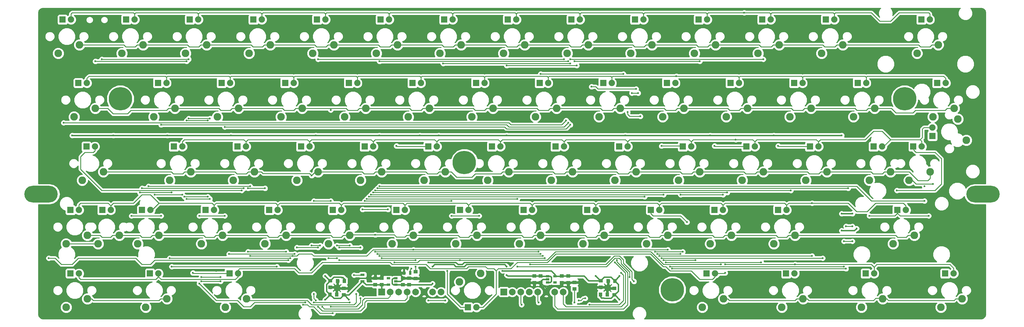
<source format=gbr>
G04 #@! TF.FileFunction,Copper,L1,Top,Signal*
%FSLAX46Y46*%
G04 Gerber Fmt 4.6, Leading zero omitted, Abs format (unit mm)*
G04 Created by KiCad (PCBNEW 4.0.0-rc1-stable) date 30/12/2016 17:59:34*
%MOMM*%
G01*
G04 APERTURE LIST*
%ADD10C,0.150000*%
%ADD11C,0.600000*%
%ADD12C,1.905000*%
%ADD13R,1.905000X1.905000*%
%ADD14O,9.999980X5.001260*%
%ADD15C,7.000240*%
%ADD16C,7.001300*%
%ADD17C,2.000000*%
%ADD18R,2.000000X2.000000*%
%ADD19R,1.250000X1.000000*%
%ADD20R,1.060000X0.650000*%
%ADD21C,2.286000*%
%ADD22R,1.000000X1.250000*%
%ADD23R,1.300000X0.700000*%
%ADD24R,0.700000X1.300000*%
%ADD25C,0.250000*%
%ADD26C,0.406400*%
%ADD27C,0.254000*%
G04 APERTURE END LIST*
D10*
D11*
X108331000Y-139192000D03*
X108331000Y-134747000D03*
X118110000Y-149225000D03*
X116205000Y-144145000D03*
X198120000Y-154305000D03*
X153543000Y-142748000D03*
X186690000Y-154940000D03*
X101600000Y-97790000D03*
X276225000Y-77470000D03*
X151765000Y-98425000D03*
X126365000Y-98425000D03*
X130810000Y-121285000D03*
X158750000Y-97155000D03*
X163195000Y-97790000D03*
X122555000Y-98425000D03*
X147320000Y-127635000D03*
X196850000Y-97155000D03*
X201295000Y-97790000D03*
X170180000Y-98425000D03*
X177800000Y-97155000D03*
X181610000Y-98425000D03*
X272415000Y-78105000D03*
X254635000Y-78105000D03*
X229870000Y-83185000D03*
X229870000Y-78105000D03*
X267335000Y-78740000D03*
X248285000Y-78740000D03*
X234315000Y-78105000D03*
X153035000Y-79375000D03*
X160020000Y-78740000D03*
X97155000Y-78740000D03*
X196850000Y-78105000D03*
X217170000Y-78105000D03*
X85725000Y-138430000D03*
X191770000Y-78740000D03*
X178435000Y-78105000D03*
X172720000Y-78740000D03*
X103505000Y-78105000D03*
X84455000Y-135890000D03*
X231775000Y-140335000D03*
X248285000Y-116840000D03*
X104775000Y-131445000D03*
X98425000Y-128905000D03*
X99060000Y-122555000D03*
X104140000Y-122555000D03*
X109220000Y-125095000D03*
X76835000Y-138430000D03*
X147320000Y-134620000D03*
X99060000Y-125730000D03*
X242570000Y-134620000D03*
X104140000Y-125095000D03*
X116205000Y-135255000D03*
X109220000Y-149225000D03*
X147320000Y-140970000D03*
X142240000Y-135255000D03*
X223520000Y-134620000D03*
X277495000Y-116840000D03*
X144780000Y-146050000D03*
X258445000Y-116840000D03*
X286385000Y-116840000D03*
X122555000Y-135890000D03*
X117475000Y-116205000D03*
X187325000Y-117475000D03*
X238760000Y-116840000D03*
X128270000Y-137160000D03*
X201930000Y-116840000D03*
X290195000Y-116205000D03*
X252095000Y-115570000D03*
X155575000Y-128905000D03*
X237490000Y-135890000D03*
X243840000Y-128270000D03*
X109220000Y-128270000D03*
X112395000Y-116840000D03*
X183515000Y-126365000D03*
X146685000Y-120650000D03*
X238125000Y-130810000D03*
X210820000Y-78740000D03*
X231775000Y-128270000D03*
X148590000Y-143510000D03*
X186690000Y-145415000D03*
X203200000Y-135890000D03*
X169545000Y-144145000D03*
X163195000Y-150495000D03*
X106680000Y-117475000D03*
X189865000Y-151765000D03*
X183515000Y-135890000D03*
X212090000Y-116205000D03*
X172085000Y-116840000D03*
X192405000Y-145415000D03*
X224155000Y-127000000D03*
X200025000Y-135255000D03*
X232410000Y-117475000D03*
X316865000Y-125730000D03*
X283210000Y-121920000D03*
X287020000Y-135890000D03*
X304800000Y-108585000D03*
X250825000Y-129540000D03*
X329565000Y-109855000D03*
X304800000Y-121920000D03*
X281305000Y-82550000D03*
X324485000Y-100965000D03*
X327660000Y-99695000D03*
X330835000Y-106680000D03*
X338455000Y-107950000D03*
X334010000Y-105410000D03*
D12*
X194151250Y-155098750D03*
D13*
X191611250Y-155098750D03*
D14*
X345831200Y-121121200D03*
X63748900Y-121121200D03*
D15*
X322339900Y-92520800D03*
X252789400Y-149820700D03*
X190490000Y-111620000D03*
D16*
X87489300Y-92520800D03*
D17*
X217551000Y-150495000D03*
X220091000Y-150495000D03*
X215011000Y-150495000D03*
X212471000Y-150495000D03*
X209931000Y-150495000D03*
D18*
X202311000Y-150495000D03*
D17*
X204851000Y-150495000D03*
X207391000Y-150495000D03*
X180975000Y-150495000D03*
X183515000Y-150495000D03*
X178435000Y-150495000D03*
X175895000Y-150495000D03*
X173355000Y-150495000D03*
D18*
X165735000Y-150495000D03*
D17*
X168275000Y-150495000D03*
X170815000Y-150495000D03*
D19*
X223520000Y-149590000D03*
X223520000Y-147590000D03*
D20*
X215435000Y-145735000D03*
X215435000Y-146685000D03*
X215435000Y-147635000D03*
X217635000Y-147635000D03*
X217635000Y-145735000D03*
D21*
X80803750Y-136050020D03*
X87153750Y-133510020D03*
X318930020Y-136050020D03*
X325280020Y-133510020D03*
X323691250Y-117000020D03*
X330041250Y-114460020D03*
X340836250Y-104933750D03*
X338296250Y-98583750D03*
X326072500Y-78898750D03*
X332422500Y-76358750D03*
D19*
X235458000Y-151368000D03*
X235458000Y-149368000D03*
D22*
X231283000Y-151257000D03*
X233283000Y-151257000D03*
D19*
X231394000Y-147082000D03*
X231394000Y-149082000D03*
D22*
X235569000Y-147193000D03*
X233569000Y-147193000D03*
D19*
X221615000Y-145685000D03*
X221615000Y-147685000D03*
X219710000Y-145685000D03*
X219710000Y-147685000D03*
X213360000Y-145685000D03*
X213360000Y-147685000D03*
X211455000Y-145685000D03*
X211455000Y-147685000D03*
D20*
X170010000Y-148270000D03*
X170010000Y-147320000D03*
X170010000Y-146370000D03*
X167810000Y-146370000D03*
X167810000Y-148270000D03*
D21*
X333216250Y-155098750D03*
X339566250Y-152558750D03*
X309403750Y-155098750D03*
X315753750Y-152558750D03*
X285591250Y-155098750D03*
X291941250Y-152558750D03*
X261778750Y-155098750D03*
X268128750Y-152558750D03*
X118903750Y-155098750D03*
X125253750Y-152558750D03*
X95091250Y-155098750D03*
X101441250Y-152558750D03*
X71278750Y-155098750D03*
X77628750Y-152558750D03*
X283210000Y-136050020D03*
X289560000Y-133510020D03*
X264160000Y-136050020D03*
X270510000Y-133510020D03*
X245110000Y-136050020D03*
X251460000Y-133510020D03*
X226060000Y-136050020D03*
X232410000Y-133510020D03*
X207010000Y-136050020D03*
X213360000Y-133510020D03*
X187960000Y-136050020D03*
X194310000Y-133510020D03*
X168910000Y-136050020D03*
X175260000Y-133510020D03*
X149860000Y-136050020D03*
X156210000Y-133510020D03*
X130810000Y-136050020D03*
X137160000Y-133510020D03*
X111760000Y-136050020D03*
X118110000Y-133510020D03*
X92710000Y-136050020D03*
X99060000Y-133510020D03*
X71280020Y-136050020D03*
X77630020Y-133510020D03*
X311785000Y-117000020D03*
X318135000Y-114460020D03*
X292735000Y-117000020D03*
X299085000Y-114460020D03*
X273685000Y-117000020D03*
X280035000Y-114460020D03*
X254635000Y-117000020D03*
X260985000Y-114460020D03*
X235585000Y-117000020D03*
X241935000Y-114460020D03*
X216535000Y-117000020D03*
X222885000Y-114460020D03*
X197485000Y-117000020D03*
X203835000Y-114460020D03*
X178435000Y-117000020D03*
X184785000Y-114460020D03*
X159385000Y-117000020D03*
X165735000Y-114460020D03*
X140335000Y-117000020D03*
X146685000Y-114460020D03*
X121285000Y-117000020D03*
X127635000Y-114460020D03*
X102235000Y-117000020D03*
X108585000Y-114460020D03*
X76042520Y-117000020D03*
X82392520Y-114460020D03*
X330835000Y-97950020D03*
X337185000Y-95410020D03*
X307022500Y-97950020D03*
X313372500Y-95410020D03*
X287972500Y-97950020D03*
X294322500Y-95410020D03*
X268922500Y-97950020D03*
X275272500Y-95410020D03*
X249872500Y-97950020D03*
X256222500Y-95410020D03*
X230822500Y-97950020D03*
X237172500Y-95410020D03*
X211772500Y-97950020D03*
X218122500Y-95410020D03*
X192722500Y-97950020D03*
X199072500Y-95410020D03*
X173672500Y-97950020D03*
X180022500Y-95410020D03*
X154622500Y-97950020D03*
X160972500Y-95410020D03*
X135572500Y-97950020D03*
X141922500Y-95410020D03*
X116522500Y-97950020D03*
X122872500Y-95410020D03*
X97472500Y-97950020D03*
X103822500Y-95410020D03*
X73660000Y-97950020D03*
X80010000Y-95410020D03*
X297497500Y-78898750D03*
X303847500Y-76358750D03*
X278447500Y-78898750D03*
X284797500Y-76358750D03*
X259397500Y-78898750D03*
X265747500Y-76358750D03*
X240347500Y-78898750D03*
X246697500Y-76358750D03*
X221297500Y-78898750D03*
X227647500Y-76358750D03*
X202247500Y-78898750D03*
X208597500Y-76358750D03*
X183197500Y-78898750D03*
X189547500Y-76358750D03*
X145097500Y-78898750D03*
X151447500Y-76358750D03*
X126047500Y-78898750D03*
X132397500Y-76358750D03*
X106997500Y-78898750D03*
X113347500Y-76358750D03*
X87947500Y-78898750D03*
X94297500Y-76358750D03*
X68897500Y-78898750D03*
X75247500Y-76358750D03*
D23*
X160020000Y-147254000D03*
X160020000Y-145354000D03*
D24*
X174305000Y-144780000D03*
X172405000Y-144780000D03*
D12*
X337026250Y-144938750D03*
D13*
X334486250Y-144938750D03*
D12*
X322740020Y-125890020D03*
D13*
X320200020Y-125890020D03*
D12*
X327501250Y-106840020D03*
D13*
X324961250Y-106840020D03*
D12*
X330676250Y-101123750D03*
D13*
X330676250Y-103663750D03*
D12*
X334645000Y-87790020D03*
D13*
X332105000Y-87790020D03*
D12*
X329882500Y-68738750D03*
D13*
X327342500Y-68738750D03*
D12*
X313213750Y-144938750D03*
D13*
X310673750Y-144938750D03*
D12*
X315595000Y-106840020D03*
D13*
X313055000Y-106840020D03*
D12*
X310832500Y-87790020D03*
D13*
X308292500Y-87790020D03*
D12*
X301307500Y-68738750D03*
D13*
X298767500Y-68738750D03*
D12*
X289401250Y-144938750D03*
D13*
X286861250Y-144938750D03*
D12*
X287020000Y-125890020D03*
D13*
X284480000Y-125890020D03*
D12*
X296545000Y-106840020D03*
D13*
X294005000Y-106840020D03*
D12*
X291782500Y-87790020D03*
D13*
X289242500Y-87790020D03*
D12*
X282257500Y-68738750D03*
D13*
X279717500Y-68738750D03*
D12*
X265588750Y-144938750D03*
D13*
X263048750Y-144938750D03*
D12*
X267970000Y-125890020D03*
D13*
X265430000Y-125890020D03*
D12*
X277495000Y-106840020D03*
D13*
X274955000Y-106840020D03*
D12*
X272732500Y-87790020D03*
D13*
X270192500Y-87790020D03*
D12*
X263207500Y-68738750D03*
D13*
X260667500Y-68738750D03*
D12*
X248920000Y-125890020D03*
D13*
X246380000Y-125890020D03*
D12*
X258445000Y-106840020D03*
D13*
X255905000Y-106840020D03*
D12*
X253682500Y-87790020D03*
D13*
X251142500Y-87790020D03*
D12*
X244157500Y-68738750D03*
D13*
X241617500Y-68738750D03*
D12*
X229870000Y-125890020D03*
D13*
X227330000Y-125890020D03*
D12*
X239395000Y-106840020D03*
D13*
X236855000Y-106840020D03*
D12*
X234632500Y-87790020D03*
D13*
X232092500Y-87790020D03*
D12*
X225107500Y-68738750D03*
D13*
X222567500Y-68738750D03*
D12*
X210820000Y-125890020D03*
D13*
X208280000Y-125890020D03*
D12*
X220345000Y-106840020D03*
D13*
X217805000Y-106840020D03*
D12*
X215582500Y-87790020D03*
D13*
X213042500Y-87790020D03*
D12*
X206057500Y-68738750D03*
D13*
X203517500Y-68738750D03*
D12*
X191770000Y-125890020D03*
D13*
X189230000Y-125890020D03*
D12*
X201295000Y-106840020D03*
D13*
X198755000Y-106840020D03*
D12*
X196532500Y-87790020D03*
D13*
X193992500Y-87790020D03*
D12*
X187007500Y-68738750D03*
D13*
X184467500Y-68738750D03*
D12*
X172720000Y-125890020D03*
D13*
X170180000Y-125890020D03*
D12*
X182245000Y-106840020D03*
D13*
X179705000Y-106840020D03*
D12*
X177482500Y-87790020D03*
D13*
X174942500Y-87790020D03*
D12*
X167957500Y-68738750D03*
D13*
X165417500Y-68738750D03*
D12*
X153670000Y-125890020D03*
D13*
X151130000Y-125890020D03*
D12*
X163195000Y-106840020D03*
D13*
X160655000Y-106840020D03*
D12*
X158432500Y-87790020D03*
D13*
X155892500Y-87790020D03*
D12*
X148907500Y-68738750D03*
D13*
X146367500Y-68738750D03*
D12*
X134620000Y-125890020D03*
D13*
X132080000Y-125890020D03*
D12*
X144145000Y-106840020D03*
D13*
X141605000Y-106840020D03*
D12*
X139382500Y-87790020D03*
D13*
X136842500Y-87790020D03*
D12*
X129857500Y-68738750D03*
D13*
X127317500Y-68738750D03*
D12*
X122713750Y-144938750D03*
D13*
X120173750Y-144938750D03*
D12*
X115570000Y-125890020D03*
D13*
X113030000Y-125890020D03*
D12*
X125095000Y-106840020D03*
D13*
X122555000Y-106840020D03*
D12*
X120332500Y-87790020D03*
D13*
X117792500Y-87790020D03*
D12*
X110807500Y-68738750D03*
D13*
X108267500Y-68738750D03*
D12*
X98901250Y-144938750D03*
D13*
X96361250Y-144938750D03*
D12*
X96520000Y-125890020D03*
D13*
X93980000Y-125890020D03*
D12*
X106045000Y-106840020D03*
D13*
X103505000Y-106840020D03*
D12*
X101282500Y-87790020D03*
D13*
X98742500Y-87790020D03*
D12*
X91757500Y-68738750D03*
D13*
X89217500Y-68738750D03*
D12*
X75088750Y-144938750D03*
D13*
X72548750Y-144938750D03*
D12*
X84613750Y-125890020D03*
D13*
X82073750Y-125890020D03*
D12*
X75090020Y-125890020D03*
D13*
X72550020Y-125890020D03*
D12*
X77470000Y-87790020D03*
D13*
X74930000Y-87790020D03*
D12*
X72707500Y-68738750D03*
D13*
X70167500Y-68738750D03*
D12*
X79852520Y-106840020D03*
D13*
X77312520Y-106840020D03*
D19*
X163830000Y-148320000D03*
X163830000Y-146320000D03*
X165735000Y-148320000D03*
X165735000Y-146320000D03*
X172085000Y-148320000D03*
X172085000Y-146320000D03*
X173990000Y-148320000D03*
X173990000Y-146320000D03*
X150368000Y-147082000D03*
X150368000Y-149082000D03*
X154432000Y-151368000D03*
X154432000Y-149368000D03*
D22*
X154543000Y-147193000D03*
X152543000Y-147193000D03*
X150257000Y-151257000D03*
X152257000Y-151257000D03*
D19*
X175895000Y-144415000D03*
X175895000Y-146415000D03*
D21*
X164147500Y-78898750D03*
X170497500Y-76358750D03*
X195421250Y-144938750D03*
X189071250Y-147478750D03*
D11*
X285115000Y-138430000D03*
X175895000Y-142875000D03*
X153035000Y-140970000D03*
X175895000Y-140970000D03*
X180975000Y-102235000D03*
X299720000Y-130345000D03*
X302260000Y-121285000D03*
X302260000Y-116205000D03*
X246380000Y-102235000D03*
X236855000Y-102235000D03*
X154940000Y-102235000D03*
X149860000Y-102235000D03*
X135890000Y-102235000D03*
X130175000Y-102235000D03*
X120650000Y-102235000D03*
X116205000Y-102235000D03*
X302260000Y-102235000D03*
X179705000Y-146050000D03*
X260350000Y-102235000D03*
X279400000Y-102235000D03*
X204470000Y-142240000D03*
X204470000Y-147320000D03*
X179705000Y-141605000D03*
X267970000Y-102235000D03*
X173990000Y-102235000D03*
X108585000Y-83185000D03*
X83820000Y-83185000D03*
X109220000Y-102235000D03*
X233426000Y-149225000D03*
X152400000Y-149225000D03*
X154178000Y-146177000D03*
X155956000Y-152781000D03*
X148844000Y-152781000D03*
X148844000Y-145669000D03*
X303530000Y-127000000D03*
X306705000Y-127000000D03*
X264160000Y-103505000D03*
X203200000Y-103505000D03*
X182880000Y-103505000D03*
X165100000Y-103505000D03*
X146050000Y-103505000D03*
X120650000Y-103505000D03*
X101600000Y-103505000D03*
X85405000Y-103505000D03*
X73025000Y-103505000D03*
X203200000Y-145415000D03*
X203200000Y-142875000D03*
X180975000Y-142875000D03*
X238760000Y-103505000D03*
X177165000Y-103505000D03*
X180975000Y-147955000D03*
X283210000Y-103505000D03*
X307975000Y-131445000D03*
X303530000Y-132080000D03*
X303530000Y-103505000D03*
X138430000Y-140335000D03*
X102235000Y-140335000D03*
X99695000Y-127635000D03*
X90805000Y-127635000D03*
X139700000Y-139065000D03*
X118745000Y-127635000D03*
X111125000Y-127635000D03*
X120015000Y-139065000D03*
X140335000Y-137160000D03*
X146685000Y-137160000D03*
X152400000Y-136525000D03*
X156210000Y-136525000D03*
X160020000Y-125730000D03*
X167640000Y-125730000D03*
X153035000Y-137160000D03*
X159385000Y-137160000D03*
X194945000Y-127635000D03*
X186690000Y-127635000D03*
X160655000Y-123190000D03*
X186690000Y-123190000D03*
X206375000Y-122555000D03*
X161290000Y-122555000D03*
X161925000Y-121920000D03*
X244475000Y-121920000D03*
X228600000Y-88900000D03*
X241935000Y-89535000D03*
X162560000Y-121285000D03*
X250190000Y-121285000D03*
X269240000Y-120650000D03*
X163195000Y-120650000D03*
X288290000Y-120015000D03*
X163830000Y-120015000D03*
X305435000Y-119380000D03*
X164465000Y-119380000D03*
X165100000Y-118745000D03*
X328295000Y-123190000D03*
X328295000Y-118745000D03*
X330835000Y-118110000D03*
X274320000Y-66675000D03*
X254000000Y-85725000D03*
X294640000Y-123825000D03*
X268605000Y-142240000D03*
X268605000Y-144780000D03*
X289560000Y-142240000D03*
X271780000Y-104775000D03*
X109220000Y-144780000D03*
X170180000Y-106680000D03*
X185420000Y-144145000D03*
X213360000Y-85090000D03*
X238125000Y-85090000D03*
X257175000Y-129540000D03*
X249555000Y-106680000D03*
X265430000Y-106680000D03*
X284480000Y-106680000D03*
X329565000Y-127635000D03*
X311785000Y-127635000D03*
X320040000Y-120015000D03*
X113665000Y-121920000D03*
X107315000Y-81280000D03*
X107315000Y-99060000D03*
X113665000Y-99060000D03*
X80010000Y-81280000D03*
X106680000Y-121920000D03*
X117475000Y-147320000D03*
X111760000Y-147320000D03*
X142240000Y-154305000D03*
X151130000Y-156845000D03*
X157480000Y-145415000D03*
X165100000Y-139700000D03*
X213995000Y-139700000D03*
X146050000Y-153035000D03*
X146685000Y-154940000D03*
X145415000Y-151130000D03*
X159385000Y-152400000D03*
X150495000Y-154940000D03*
X147955000Y-154940000D03*
X145415000Y-123190000D03*
X150495000Y-123190000D03*
X150495000Y-95885000D03*
X152400000Y-140335000D03*
X149860000Y-140335000D03*
X147320000Y-136525000D03*
X144780000Y-136525000D03*
X144780000Y-115570000D03*
X163830000Y-133350000D03*
X267335000Y-142240000D03*
X169545000Y-141605000D03*
X158115000Y-151130000D03*
X189230000Y-140970000D03*
X163830000Y-138430000D03*
X212725000Y-138430000D03*
X164465000Y-139065000D03*
X213360000Y-139065000D03*
X214630000Y-140335000D03*
X165735000Y-140335000D03*
X99695000Y-100330000D03*
X221615000Y-99695000D03*
X118745000Y-100965000D03*
X222250000Y-100330000D03*
X220345000Y-80645000D03*
X146685000Y-80645000D03*
X221615000Y-81280000D03*
X165100000Y-81280000D03*
X222250000Y-81915000D03*
X184150000Y-81915000D03*
X224155000Y-82550000D03*
X203200000Y-82550000D03*
X240665000Y-90805000D03*
X242570000Y-90805000D03*
X243205000Y-97790000D03*
X239395000Y-96520000D03*
X255905000Y-138430000D03*
X247650000Y-138430000D03*
X250190000Y-140970000D03*
X259715000Y-140970000D03*
X250825000Y-141605000D03*
X279400000Y-141605000D03*
X304165000Y-142875000D03*
X304165000Y-135255000D03*
X306705000Y-135255000D03*
X252095000Y-142875000D03*
X252730000Y-143510000D03*
X306705000Y-130810000D03*
X304800000Y-130810000D03*
X304800000Y-143510000D03*
X175260000Y-137795000D03*
X174625000Y-143510000D03*
X251460000Y-137795000D03*
X95885000Y-118745000D03*
X126365000Y-118745000D03*
X126365000Y-139700000D03*
X139065000Y-139700000D03*
X236220000Y-140970000D03*
X235585000Y-141605000D03*
X210185000Y-142240000D03*
X241300000Y-147320000D03*
X237490000Y-144780000D03*
X207645000Y-154305000D03*
X227965000Y-154305000D03*
X206375000Y-142875000D03*
X240030000Y-146050000D03*
X201930000Y-144145000D03*
X236982000Y-145669000D03*
X229870000Y-145669000D03*
X236982000Y-152781000D03*
X231648000Y-152273000D03*
X223520000Y-153670000D03*
X212725000Y-153670000D03*
X123825000Y-120015000D03*
X260985000Y-81280000D03*
X223520000Y-81280000D03*
X248285000Y-139065000D03*
X255270000Y-139065000D03*
X255270000Y-121285000D03*
X267970000Y-121285000D03*
X294640000Y-139700000D03*
X248920000Y-139700000D03*
X249555000Y-140335000D03*
X297815000Y-140335000D03*
X111760000Y-146050000D03*
X117475000Y-146050000D03*
X114300000Y-122555000D03*
X107950000Y-80645000D03*
X107950000Y-98425000D03*
X114300000Y-98425000D03*
X81915000Y-80645000D03*
X107315000Y-122555000D03*
X124460000Y-119380000D03*
X93980000Y-119380000D03*
X142875000Y-153670000D03*
X111125000Y-147955000D03*
X97790000Y-121285000D03*
X106045000Y-121285000D03*
X224790000Y-153035000D03*
X226695000Y-152400000D03*
X137160000Y-138430000D03*
X125730000Y-138430000D03*
X125730000Y-119380000D03*
X130810000Y-119380000D03*
X137795000Y-140970000D03*
X66040000Y-140335000D03*
X280035000Y-80645000D03*
X222250000Y-80645000D03*
X220980000Y-99060000D03*
X70485000Y-99695000D03*
X184785000Y-153035000D03*
X179705000Y-153035000D03*
X156210000Y-153670000D03*
X145415000Y-153670000D03*
X134366000Y-142875000D03*
X102870000Y-142875000D03*
X102870000Y-120650000D03*
X93345000Y-120650000D03*
D25*
X175895000Y-144415000D02*
X175895000Y-142875000D01*
X175895000Y-140970000D02*
X153035000Y-140970000D01*
D26*
X299720000Y-130345000D02*
X299720000Y-130175000D01*
X215011000Y-149336000D02*
X213360000Y-147685000D01*
X302260000Y-102235000D02*
X279400000Y-102235000D01*
X221615000Y-147685000D02*
X223425000Y-147685000D01*
X223425000Y-147685000D02*
X223520000Y-147590000D01*
X223615000Y-147685000D02*
X226425000Y-147685000D01*
X226425000Y-147685000D02*
X227822000Y-149082000D01*
X227822000Y-149082000D02*
X231394000Y-149082000D01*
X223615000Y-147685000D02*
X223520000Y-147590000D01*
X175895000Y-146415000D02*
X179340000Y-146415000D01*
X179340000Y-146415000D02*
X179705000Y-146050000D01*
X173990000Y-146320000D02*
X175800000Y-146320000D01*
X175800000Y-146320000D02*
X175895000Y-146415000D01*
X172405000Y-144780000D02*
X172085000Y-144780000D01*
X172085000Y-144780000D02*
X171450000Y-145415000D01*
X173990000Y-102235000D02*
X180975000Y-102235000D01*
X180975000Y-102235000D02*
X236855000Y-102235000D01*
X236855000Y-102235000D02*
X246380000Y-102235000D01*
X246380000Y-102235000D02*
X260350000Y-102235000D01*
X260350000Y-102235000D02*
X267970000Y-102235000D01*
X188595000Y-142240000D02*
X187960000Y-141605000D01*
X204470000Y-147320000D02*
X204835000Y-147685000D01*
X211455000Y-147685000D02*
X204835000Y-147685000D01*
X203835000Y-141605000D02*
X204470000Y-142240000D01*
X190500000Y-141605000D02*
X203835000Y-141605000D01*
X188595000Y-142240000D02*
X189865000Y-142240000D01*
X189865000Y-142240000D02*
X190500000Y-141605000D01*
X187960000Y-141605000D02*
X179705000Y-141605000D01*
X215011000Y-149336000D02*
X215154000Y-149336000D01*
X219075000Y-148590000D02*
X219710000Y-147955000D01*
X215900000Y-148590000D02*
X219075000Y-148590000D01*
X215154000Y-149336000D02*
X215900000Y-148590000D01*
X215011000Y-150495000D02*
X215011000Y-149336000D01*
X267970000Y-102235000D02*
X279400000Y-102235000D01*
X83820000Y-83185000D02*
X108585000Y-83185000D01*
X109220000Y-102235000D02*
X116205000Y-102235000D01*
X116205000Y-102235000D02*
X120650000Y-102235000D01*
X120650000Y-102235000D02*
X130175000Y-102235000D01*
X130175000Y-102235000D02*
X135890000Y-102235000D01*
X135890000Y-102235000D02*
X149860000Y-102235000D01*
X149860000Y-102235000D02*
X154940000Y-102235000D01*
X154940000Y-102235000D02*
X173990000Y-102235000D01*
X163830000Y-146320000D02*
X159115000Y-146320000D01*
X156067000Y-149368000D02*
X154432000Y-149368000D01*
X159115000Y-146320000D02*
X156067000Y-149368000D01*
X172085000Y-146320000D02*
X172085000Y-146050000D01*
X172085000Y-146050000D02*
X171450000Y-145415000D01*
X166370000Y-145415000D02*
X171450000Y-145415000D01*
X165735000Y-146050000D02*
X166370000Y-145415000D01*
X165735000Y-146320000D02*
X165735000Y-146050000D01*
X215435000Y-146685000D02*
X213995000Y-146685000D01*
X213995000Y-146685000D02*
X213360000Y-147320000D01*
X213360000Y-147320000D02*
X213360000Y-147685000D01*
X170010000Y-147320000D02*
X171450000Y-147320000D01*
X171450000Y-147320000D02*
X172085000Y-146685000D01*
X172085000Y-146685000D02*
X172085000Y-146320000D01*
X172085000Y-146320000D02*
X173990000Y-146320000D01*
X163830000Y-146320000D02*
X165735000Y-146320000D01*
X213360000Y-147685000D02*
X213360000Y-147955000D01*
X219710000Y-147685000D02*
X219710000Y-147955000D01*
X211455000Y-147685000D02*
X213360000Y-147685000D01*
X219710000Y-147685000D02*
X221615000Y-147685000D01*
X233426000Y-149225000D02*
X231537000Y-149225000D01*
X231537000Y-149225000D02*
X231394000Y-149082000D01*
X233426000Y-149225000D02*
X233426000Y-147336000D01*
X233426000Y-147336000D02*
X233569000Y-147193000D01*
X233426000Y-149225000D02*
X233426000Y-151114000D01*
X233426000Y-151114000D02*
X233283000Y-151257000D01*
X235315000Y-149225000D02*
X233426000Y-149225000D01*
X235315000Y-149225000D02*
X235458000Y-149368000D01*
X152400000Y-149225000D02*
X152400000Y-151114000D01*
X152400000Y-151114000D02*
X152257000Y-151257000D01*
X152400000Y-149225000D02*
X154289000Y-149225000D01*
X154289000Y-149225000D02*
X154432000Y-149368000D01*
X152400000Y-149225000D02*
X152400000Y-147336000D01*
X152400000Y-147336000D02*
X152543000Y-147193000D01*
X150511000Y-149225000D02*
X152400000Y-149225000D01*
X150511000Y-149225000D02*
X150368000Y-149082000D01*
X152543000Y-147193000D02*
X152257000Y-147193000D01*
X163830000Y-148320000D02*
X161086000Y-148320000D01*
X161086000Y-148320000D02*
X160020000Y-147254000D01*
X154432000Y-151368000D02*
X155906000Y-151368000D01*
X155906000Y-151368000D02*
X160020000Y-147254000D01*
X154178000Y-146177000D02*
X153797000Y-146177000D01*
X151400000Y-146050000D02*
X150368000Y-147082000D01*
X153670000Y-146050000D02*
X151400000Y-146050000D01*
X153797000Y-146177000D02*
X153670000Y-146050000D01*
X165735000Y-148320000D02*
X165735000Y-150495000D01*
X167810000Y-148270000D02*
X165785000Y-148270000D01*
X165785000Y-148270000D02*
X165735000Y-148320000D01*
X163830000Y-148320000D02*
X165735000Y-148320000D01*
D25*
X154432000Y-151368000D02*
X154432000Y-151384000D01*
D26*
X154432000Y-151384000D02*
X153416000Y-152400000D01*
X153416000Y-152400000D02*
X151400000Y-152400000D01*
X151400000Y-152400000D02*
X150257000Y-151257000D01*
X154543000Y-146542000D02*
X154543000Y-147193000D01*
X154178000Y-146177000D02*
X154543000Y-146542000D01*
X155956000Y-152781000D02*
X154543000Y-151368000D01*
D25*
X154543000Y-151368000D02*
X154432000Y-151368000D01*
D26*
X148844000Y-152781000D02*
X150257000Y-151368000D01*
D25*
X150257000Y-151368000D02*
X150257000Y-151257000D01*
D26*
X148844000Y-145669000D02*
X150257000Y-147082000D01*
D25*
X150257000Y-147082000D02*
X150368000Y-147082000D01*
X150368000Y-147082000D02*
X150352000Y-147082000D01*
D26*
X150352000Y-147082000D02*
X149225000Y-148209000D01*
X149225000Y-150225000D02*
X150257000Y-151257000D01*
X149225000Y-148209000D02*
X149225000Y-150225000D01*
D25*
X154543000Y-147193000D02*
X154559000Y-147193000D01*
D26*
X306705000Y-127000000D02*
X303530000Y-127000000D01*
X85405000Y-103505000D02*
X85344000Y-103505000D01*
X101600000Y-103505000D02*
X85344000Y-103505000D01*
X85344000Y-103505000D02*
X73025000Y-103505000D01*
X177165000Y-103505000D02*
X165100000Y-103505000D01*
X165100000Y-103505000D02*
X146050000Y-103505000D01*
X146050000Y-103505000D02*
X120650000Y-103505000D01*
X120650000Y-103505000D02*
X101600000Y-103505000D01*
X211455000Y-145685000D02*
X203470000Y-145685000D01*
X187960000Y-142875000D02*
X187325000Y-142240000D01*
X187960000Y-142875000D02*
X190500000Y-142875000D01*
X190500000Y-142875000D02*
X191135000Y-142240000D01*
X191135000Y-142240000D02*
X202565000Y-142240000D01*
X202565000Y-142240000D02*
X203200000Y-142875000D01*
X203200000Y-145415000D02*
X203470000Y-145685000D01*
X181610000Y-142240000D02*
X180975000Y-142875000D01*
X187325000Y-142240000D02*
X181610000Y-142240000D01*
X180975000Y-147955000D02*
X180610000Y-148320000D01*
X173990000Y-148320000D02*
X180610000Y-148320000D01*
X283210000Y-103505000D02*
X303530000Y-103505000D01*
X307975000Y-131445000D02*
X307340000Y-132080000D01*
X307340000Y-132080000D02*
X303530000Y-132080000D01*
X177165000Y-103505000D02*
X182880000Y-103505000D01*
X182880000Y-103505000D02*
X203200000Y-103505000D01*
X203200000Y-103505000D02*
X238760000Y-103505000D01*
X238760000Y-103505000D02*
X264160000Y-103505000D01*
X264160000Y-103505000D02*
X283210000Y-103505000D01*
X170010000Y-146370000D02*
X169225000Y-146370000D01*
X169225000Y-148270000D02*
X170010000Y-148270000D01*
X168910000Y-147955000D02*
X169225000Y-148270000D01*
X168910000Y-146685000D02*
X168910000Y-147955000D01*
X169225000Y-146370000D02*
X168910000Y-146685000D01*
X170010000Y-148270000D02*
X172035000Y-148270000D01*
X172035000Y-148270000D02*
X172085000Y-148320000D01*
X172085000Y-148320000D02*
X173990000Y-148320000D01*
X215435000Y-145735000D02*
X213410000Y-145735000D01*
X213410000Y-145735000D02*
X213360000Y-145685000D01*
X211455000Y-145685000D02*
X213360000Y-145685000D01*
X215435000Y-145735000D02*
X216220000Y-145735000D01*
X216220000Y-147635000D02*
X215435000Y-147635000D01*
X216535000Y-147320000D02*
X216220000Y-147635000D01*
X216535000Y-146050000D02*
X216535000Y-147320000D01*
X216220000Y-145735000D02*
X216535000Y-146050000D01*
D25*
X102235000Y-140335000D02*
X138430000Y-140335000D01*
X90805000Y-127635000D02*
X99695000Y-127635000D01*
X139700000Y-139065000D02*
X120015000Y-139065000D01*
X111125000Y-127635000D02*
X118745000Y-127635000D01*
X146685000Y-137160000D02*
X140335000Y-137160000D01*
X152400000Y-136525000D02*
X156210000Y-136525000D01*
X160020000Y-125730000D02*
X167640000Y-125730000D01*
X153035000Y-137160000D02*
X159385000Y-137160000D01*
X186690000Y-127635000D02*
X194945000Y-127635000D01*
X186690000Y-123190000D02*
X160655000Y-123190000D01*
X161290000Y-122555000D02*
X206375000Y-122555000D01*
X161925000Y-121920000D02*
X244475000Y-121920000D01*
X229870000Y-88900000D02*
X228600000Y-88900000D01*
X230505000Y-89535000D02*
X229870000Y-88900000D01*
X241935000Y-89535000D02*
X230505000Y-89535000D01*
X250190000Y-121285000D02*
X162560000Y-121285000D01*
X163195000Y-120650000D02*
X269240000Y-120650000D01*
X163830000Y-120015000D02*
X288290000Y-120015000D01*
X164465000Y-119380000D02*
X305435000Y-119380000D01*
X165100000Y-118745000D02*
X307975000Y-118745000D01*
X312420000Y-123190000D02*
X328295000Y-123190000D01*
X307975000Y-118745000D02*
X312420000Y-123190000D01*
X324645020Y-117000020D02*
X325755000Y-118110000D01*
X325755000Y-118110000D02*
X330835000Y-118110000D01*
X323691250Y-117000020D02*
X324645020Y-117000020D01*
X71280020Y-136050020D02*
X80803750Y-136050020D01*
X329882500Y-68738750D02*
X329882500Y-66992500D01*
X301625000Y-66675000D02*
X312420000Y-66675000D01*
X312420000Y-66675000D02*
X314960000Y-69215000D01*
X314960000Y-69215000D02*
X318135000Y-69215000D01*
X318135000Y-69215000D02*
X320675000Y-66675000D01*
X320675000Y-66675000D02*
X329565000Y-66675000D01*
X301625000Y-66675000D02*
X301307500Y-66992500D01*
X329882500Y-66992500D02*
X329565000Y-66675000D01*
X301307500Y-68738750D02*
X301307500Y-66992500D01*
X282575000Y-66675000D02*
X282257500Y-66992500D01*
X300990000Y-66675000D02*
X282575000Y-66675000D01*
X301307500Y-66992500D02*
X300990000Y-66675000D01*
X282257500Y-68738750D02*
X282257500Y-66992500D01*
X281940000Y-66675000D02*
X274320000Y-66675000D01*
X282257500Y-66992500D02*
X281940000Y-66675000D01*
X263207500Y-66992500D02*
X263525000Y-66675000D01*
X263525000Y-66675000D02*
X274320000Y-66675000D01*
X263207500Y-68738750D02*
X263207500Y-66992500D01*
X244475000Y-66675000D02*
X244157500Y-66992500D01*
X262890000Y-66675000D02*
X244475000Y-66675000D01*
X263207500Y-66992500D02*
X262890000Y-66675000D01*
X244157500Y-68738750D02*
X244157500Y-66992500D01*
X225425000Y-66675000D02*
X225107500Y-66992500D01*
X243840000Y-66675000D02*
X225425000Y-66675000D01*
X244157500Y-66992500D02*
X243840000Y-66675000D01*
X225107500Y-68738750D02*
X225107500Y-66992500D01*
X206375000Y-66675000D02*
X206057500Y-66992500D01*
X224790000Y-66675000D02*
X206375000Y-66675000D01*
X225107500Y-66992500D02*
X224790000Y-66675000D01*
X206057500Y-68738750D02*
X206057500Y-66992500D01*
X187325000Y-66675000D02*
X187007500Y-66992500D01*
X205740000Y-66675000D02*
X187325000Y-66675000D01*
X206057500Y-66992500D02*
X205740000Y-66675000D01*
X187007500Y-68738750D02*
X187007500Y-66992500D01*
X168275000Y-66675000D02*
X167957500Y-66992500D01*
X168275000Y-66675000D02*
X186690000Y-66675000D01*
X187007500Y-66992500D02*
X186690000Y-66675000D01*
X167957500Y-68738750D02*
X167957500Y-66992500D01*
X149225000Y-66675000D02*
X148907500Y-66992500D01*
X167640000Y-66675000D02*
X149225000Y-66675000D01*
X167957500Y-66992500D02*
X167640000Y-66675000D01*
X148907500Y-68738750D02*
X148907500Y-66992500D01*
X130175000Y-66675000D02*
X129857500Y-66992500D01*
X148590000Y-66675000D02*
X130175000Y-66675000D01*
X148907500Y-66992500D02*
X148590000Y-66675000D01*
X129857500Y-68738750D02*
X129857500Y-66992500D01*
X111125000Y-66675000D02*
X110807500Y-66992500D01*
X129540000Y-66675000D02*
X111125000Y-66675000D01*
X129857500Y-66992500D02*
X129540000Y-66675000D01*
X110807500Y-68738750D02*
X110807500Y-66992500D01*
X92075000Y-66675000D02*
X91757500Y-66992500D01*
X110490000Y-66675000D02*
X92075000Y-66675000D01*
X110807500Y-66992500D02*
X110490000Y-66675000D01*
X91757500Y-66992500D02*
X91440000Y-66675000D01*
X72707500Y-66992500D02*
X73025000Y-66675000D01*
X73025000Y-66675000D02*
X91440000Y-66675000D01*
X72707500Y-66992500D02*
X72707500Y-68738750D01*
X91757500Y-68738750D02*
X91757500Y-66992500D01*
X334645000Y-87790020D02*
X334645000Y-86360000D01*
X311150000Y-85725000D02*
X310832500Y-86042500D01*
X334010000Y-85725000D02*
X311150000Y-85725000D01*
X334645000Y-86360000D02*
X334010000Y-85725000D01*
X310832500Y-87790020D02*
X310832500Y-86042500D01*
X292100000Y-85725000D02*
X291782500Y-86042500D01*
X310515000Y-85725000D02*
X292100000Y-85725000D01*
X310832500Y-86042500D02*
X310515000Y-85725000D01*
X291782500Y-87790020D02*
X291782500Y-86042500D01*
X273050000Y-85725000D02*
X272732500Y-86042500D01*
X291465000Y-85725000D02*
X273050000Y-85725000D01*
X291782500Y-86042500D02*
X291465000Y-85725000D01*
X272732500Y-87790020D02*
X272732500Y-86042500D01*
X272415000Y-85725000D02*
X253746000Y-85725000D01*
X272732500Y-86042500D02*
X272415000Y-85725000D01*
X234632500Y-86042500D02*
X234950000Y-85725000D01*
X234950000Y-85725000D02*
X253746000Y-85725000D01*
X234632500Y-87790020D02*
X234632500Y-86042500D01*
X215900000Y-85725000D02*
X215582500Y-86042500D01*
X234315000Y-85725000D02*
X215900000Y-85725000D01*
X234632500Y-86042500D02*
X234315000Y-85725000D01*
X215582500Y-87790020D02*
X215582500Y-86042500D01*
X196850000Y-85725000D02*
X196532500Y-86042500D01*
X215265000Y-85725000D02*
X196850000Y-85725000D01*
X215582500Y-86042500D02*
X215265000Y-85725000D01*
X196532500Y-87790020D02*
X196532500Y-86042500D01*
X177800000Y-85725000D02*
X177482500Y-86042500D01*
X196215000Y-85725000D02*
X177800000Y-85725000D01*
X196532500Y-86042500D02*
X196215000Y-85725000D01*
X177482500Y-87790020D02*
X177482500Y-86042500D01*
X158750000Y-85725000D02*
X158432500Y-86042500D01*
X177165000Y-85725000D02*
X158750000Y-85725000D01*
X177482500Y-86042500D02*
X177165000Y-85725000D01*
X158432500Y-87790020D02*
X158432500Y-86042500D01*
X139700000Y-85725000D02*
X139382500Y-86042500D01*
X158115000Y-85725000D02*
X139700000Y-85725000D01*
X158432500Y-86042500D02*
X158115000Y-85725000D01*
X139382500Y-87790020D02*
X139382500Y-86042500D01*
X120650000Y-85725000D02*
X120332500Y-86042500D01*
X139065000Y-85725000D02*
X120650000Y-85725000D01*
X139382500Y-86042500D02*
X139065000Y-85725000D01*
X120332500Y-87790020D02*
X120332500Y-86042500D01*
X101600000Y-85725000D02*
X101282500Y-86042500D01*
X120015000Y-85725000D02*
X101600000Y-85725000D01*
X120332500Y-86042500D02*
X120015000Y-85725000D01*
X101282500Y-87790020D02*
X101282500Y-86042500D01*
X78105000Y-85725000D02*
X100965000Y-85725000D01*
X77470000Y-86360000D02*
X78105000Y-85725000D01*
X77470000Y-86360000D02*
X77470000Y-87790020D01*
X101282500Y-86042500D02*
X100965000Y-85725000D01*
X254000000Y-85725000D02*
X253746000Y-85725000D01*
X153670000Y-124460000D02*
X154305000Y-123825000D01*
X172085000Y-123825000D02*
X172720000Y-124460000D01*
X154305000Y-123825000D02*
X172085000Y-123825000D01*
X153670000Y-125890020D02*
X153670000Y-124460000D01*
X135255000Y-123825000D02*
X134620000Y-124460000D01*
X153035000Y-123825000D02*
X135255000Y-123825000D01*
X153670000Y-124460000D02*
X153035000Y-123825000D01*
X134620000Y-125890020D02*
X134620000Y-124460000D01*
X116205000Y-123825000D02*
X115570000Y-124460000D01*
X133985000Y-123825000D02*
X116205000Y-123825000D01*
X134620000Y-124460000D02*
X133985000Y-123825000D01*
X115570000Y-125890020D02*
X115570000Y-124460000D01*
X114935000Y-123825000D02*
X99060000Y-123825000D01*
X115570000Y-124460000D02*
X114935000Y-123825000D01*
X91440000Y-123825000D02*
X85407500Y-123825000D01*
X99060000Y-123825000D02*
X96520000Y-121285000D01*
X96520000Y-121285000D02*
X93980000Y-121285000D01*
X93980000Y-121285000D02*
X91440000Y-123825000D01*
X85407500Y-123825000D02*
X84613750Y-124618750D01*
X99060000Y-123825000D02*
X96994980Y-125890020D01*
X96994980Y-125890020D02*
X96520000Y-125890020D01*
X84613750Y-125890020D02*
X84613750Y-124618750D01*
X75090020Y-124299980D02*
X75565000Y-123825000D01*
X84613750Y-124618750D02*
X83820000Y-123825000D01*
X83820000Y-123825000D02*
X75565000Y-123825000D01*
X75090020Y-124299980D02*
X75090020Y-125890020D01*
X172720000Y-124460000D02*
X173355000Y-123825000D01*
X191135000Y-123825000D02*
X173355000Y-123825000D01*
X191135000Y-123825000D02*
X191770000Y-124460000D01*
X172720000Y-125890020D02*
X172720000Y-124460000D01*
X191770000Y-124460000D02*
X192405000Y-123825000D01*
X210185000Y-123825000D02*
X192405000Y-123825000D01*
X210185000Y-123825000D02*
X210820000Y-124460000D01*
X191770000Y-125890020D02*
X191770000Y-124460000D01*
X210820000Y-124460000D02*
X211455000Y-123825000D01*
X229235000Y-123825000D02*
X211455000Y-123825000D01*
X229235000Y-123825000D02*
X229870000Y-124460000D01*
X210820000Y-125890020D02*
X210820000Y-124460000D01*
X229870000Y-124460000D02*
X230505000Y-123825000D01*
X230505000Y-123825000D02*
X248285000Y-123825000D01*
X248285000Y-123825000D02*
X248920000Y-124460000D01*
X229870000Y-125890020D02*
X229870000Y-124460000D01*
X248920000Y-124460000D02*
X249555000Y-123825000D01*
X249555000Y-123825000D02*
X267335000Y-123825000D01*
X267335000Y-123825000D02*
X267970000Y-124460000D01*
X248920000Y-125890020D02*
X248920000Y-124460000D01*
X267970000Y-124460000D02*
X268605000Y-123825000D01*
X286385000Y-123825000D02*
X268605000Y-123825000D01*
X286385000Y-123825000D02*
X287020000Y-124460000D01*
X267970000Y-125890020D02*
X267970000Y-124460000D01*
X287020000Y-124460000D02*
X287655000Y-123825000D01*
X287655000Y-123825000D02*
X294640000Y-123825000D01*
X287020000Y-125890020D02*
X287020000Y-124460000D01*
X313690000Y-123825000D02*
X321945000Y-123825000D01*
X321945000Y-123825000D02*
X322740020Y-124620020D01*
X322740020Y-124620020D02*
X322740020Y-125890020D01*
X311150000Y-126365000D02*
X313690000Y-123825000D01*
X294640000Y-123825000D02*
X305435000Y-123825000D01*
X305435000Y-123825000D02*
X307975000Y-126365000D01*
X307975000Y-126365000D02*
X311150000Y-126365000D01*
X217932000Y-139065000D02*
X215392000Y-141605000D01*
X204470000Y-143510000D02*
X200660000Y-143510000D01*
X215392000Y-141605000D02*
X206375000Y-141605000D01*
X204470000Y-143510000D02*
X206375000Y-141605000D01*
X200660000Y-143510000D02*
X200025000Y-144145000D01*
X200025000Y-144145000D02*
X200025000Y-151130000D01*
X200025000Y-151130000D02*
X196056250Y-155098750D01*
X196056250Y-155098750D02*
X194151250Y-155098750D01*
X197485000Y-143510000D02*
X199390000Y-143510000D01*
X199390000Y-143510000D02*
X200025000Y-144145000D01*
X196850000Y-142875000D02*
X197485000Y-143510000D01*
X191135000Y-143510000D02*
X191770000Y-142875000D01*
X191770000Y-142875000D02*
X196850000Y-142875000D01*
X122713750Y-143986250D02*
X123190000Y-143510000D01*
X180340000Y-143510000D02*
X191135000Y-143510000D01*
X179070000Y-142240000D02*
X180340000Y-143510000D01*
X168910000Y-142240000D02*
X179070000Y-142240000D01*
X168275000Y-141605000D02*
X168910000Y-142240000D01*
X147955000Y-141605000D02*
X168275000Y-141605000D01*
X144780000Y-144780000D02*
X147955000Y-141605000D01*
X140970000Y-144780000D02*
X144780000Y-144780000D01*
X139700000Y-143510000D02*
X140970000Y-144780000D01*
X123190000Y-143510000D02*
X139700000Y-143510000D01*
X246253000Y-139065000D02*
X217932000Y-139065000D01*
X250063000Y-142875000D02*
X250825000Y-142875000D01*
X250825000Y-142875000D02*
X252095000Y-144145000D01*
X252095000Y-144145000D02*
X258445000Y-144145000D01*
X258445000Y-144145000D02*
X260985000Y-146685000D01*
X260985000Y-146685000D02*
X264795000Y-146685000D01*
X264795000Y-146685000D02*
X265588750Y-145891250D01*
X250063000Y-142875000D02*
X246253000Y-139065000D01*
X75565000Y-146685000D02*
X98107500Y-146685000D01*
X75088750Y-144938750D02*
X75088750Y-146208750D01*
X75088750Y-146208750D02*
X75565000Y-146685000D01*
X98107500Y-146685000D02*
X98901250Y-145891250D01*
X98901250Y-145891250D02*
X98901250Y-144938750D01*
X98901250Y-145891250D02*
X99695000Y-146685000D01*
X121920000Y-146685000D02*
X99695000Y-146685000D01*
X121920000Y-146685000D02*
X122713750Y-145891250D01*
X122713750Y-144938750D02*
X122713750Y-145891250D01*
X335915000Y-142240000D02*
X314007500Y-142240000D01*
X335915000Y-142240000D02*
X337026250Y-143351250D01*
X337026250Y-144938750D02*
X337026250Y-143351250D01*
X314007500Y-142240000D02*
X313213750Y-143033750D01*
X313213750Y-144938750D02*
X313213750Y-143033750D01*
X312420000Y-142240000D02*
X289560000Y-142240000D01*
X313213750Y-143033750D02*
X312420000Y-142240000D01*
X122713750Y-144938750D02*
X122713750Y-143986250D01*
X265588750Y-145891250D02*
X265588750Y-144938750D01*
X265588750Y-144938750D02*
X268446250Y-144938750D01*
X268605000Y-142240000D02*
X289560000Y-142240000D01*
X268446250Y-144938750D02*
X268605000Y-144780000D01*
X296545000Y-105410000D02*
X297180000Y-104775000D01*
X297180000Y-104775000D02*
X310515000Y-104775000D01*
X315595000Y-102235000D02*
X318135000Y-104775000D01*
X313055000Y-102235000D02*
X315595000Y-102235000D01*
X310515000Y-104775000D02*
X313055000Y-102235000D01*
X296545000Y-106840020D02*
X296545000Y-105410000D01*
X278130000Y-104775000D02*
X277495000Y-105410000D01*
X295910000Y-104775000D02*
X278130000Y-104775000D01*
X296545000Y-105410000D02*
X295910000Y-104775000D01*
X277495000Y-106840020D02*
X277495000Y-105410000D01*
X276860000Y-104775000D02*
X271780000Y-104775000D01*
X277495000Y-105410000D02*
X276860000Y-104775000D01*
X258445000Y-105410000D02*
X259080000Y-104775000D01*
X259080000Y-104775000D02*
X271780000Y-104775000D01*
X258445000Y-106840020D02*
X258445000Y-105410000D01*
X240030000Y-104775000D02*
X239395000Y-105410000D01*
X257810000Y-104775000D02*
X240030000Y-104775000D01*
X258445000Y-105410000D02*
X257810000Y-104775000D01*
X239395000Y-106840020D02*
X239395000Y-105410000D01*
X220980000Y-104775000D02*
X220345000Y-105410000D01*
X220980000Y-104775000D02*
X238760000Y-104775000D01*
X239395000Y-105410000D02*
X238760000Y-104775000D01*
X220345000Y-105410000D02*
X219710000Y-104775000D01*
X201930000Y-104775000D02*
X219710000Y-104775000D01*
X201930000Y-104775000D02*
X201295000Y-105410000D01*
X220345000Y-106840020D02*
X220345000Y-105410000D01*
X201295000Y-106840020D02*
X201295000Y-105410000D01*
X201295000Y-105410000D02*
X200660000Y-104775000D01*
X200660000Y-104775000D02*
X182880000Y-104775000D01*
X182880000Y-104775000D02*
X182245000Y-105410000D01*
X182245000Y-106840020D02*
X182245000Y-105410000D01*
X163830000Y-104775000D02*
X163195000Y-105410000D01*
X181610000Y-104775000D02*
X163830000Y-104775000D01*
X182245000Y-105410000D02*
X181610000Y-104775000D01*
X163195000Y-106840020D02*
X163195000Y-105410000D01*
X144780000Y-104775000D02*
X144145000Y-105410000D01*
X162560000Y-104775000D02*
X144780000Y-104775000D01*
X163195000Y-105410000D02*
X162560000Y-104775000D01*
X144145000Y-106840020D02*
X144145000Y-105410000D01*
X125730000Y-104775000D02*
X125095000Y-105410000D01*
X143510000Y-104775000D02*
X125730000Y-104775000D01*
X144145000Y-105410000D02*
X143510000Y-104775000D01*
X125095000Y-106840020D02*
X125095000Y-105410000D01*
X106045000Y-105410000D02*
X106045000Y-106840020D01*
X124460000Y-104775000D02*
X106680000Y-104775000D01*
X106680000Y-104775000D02*
X106045000Y-105410000D01*
X125095000Y-105410000D02*
X124460000Y-104775000D01*
X327025000Y-104775000D02*
X327660000Y-104140000D01*
X328136250Y-101123750D02*
X330676250Y-101123750D01*
X327660000Y-101600000D02*
X328136250Y-101123750D01*
X327660000Y-104140000D02*
X327660000Y-101600000D01*
X318135000Y-104775000D02*
X327025000Y-104775000D01*
X327501250Y-105251250D02*
X327501250Y-106840020D01*
X327025000Y-104775000D02*
X327501250Y-105251250D01*
X315595000Y-106840020D02*
X316069980Y-106840020D01*
X316069980Y-106840020D02*
X318135000Y-104775000D01*
X109378750Y-144938750D02*
X120173750Y-144938750D01*
X109220000Y-144780000D02*
X109378750Y-144938750D01*
X170180000Y-106680000D02*
X170340020Y-106840020D01*
X170340020Y-106840020D02*
X179705000Y-106840020D01*
X189388750Y-155098750D02*
X191611250Y-155098750D01*
X185420000Y-151130000D02*
X189388750Y-155098750D01*
X185420000Y-144145000D02*
X185420000Y-151130000D01*
X238125000Y-85090000D02*
X213360000Y-85090000D01*
X236694980Y-106680000D02*
X236855000Y-106840020D01*
X247015000Y-127635000D02*
X255270000Y-127635000D01*
X247015000Y-127635000D02*
X246380000Y-127000000D01*
X246380000Y-125890020D02*
X246380000Y-127000000D01*
X255270000Y-127635000D02*
X257175000Y-129540000D01*
X255744980Y-106680000D02*
X249555000Y-106680000D01*
X255744980Y-106680000D02*
X255905000Y-106840020D01*
X262890000Y-144780000D02*
X263048750Y-144938750D01*
X265430000Y-106680000D02*
X265590020Y-106840020D01*
X265590020Y-106840020D02*
X274955000Y-106840020D01*
X284480000Y-106680000D02*
X284640020Y-106840020D01*
X284640020Y-106840020D02*
X294005000Y-106840020D01*
X286702500Y-144780000D02*
X286861250Y-144938750D01*
X320200020Y-126839980D02*
X320995040Y-127635000D01*
X320995040Y-127635000D02*
X329565000Y-127635000D01*
X320200020Y-126839980D02*
X320200020Y-125890020D01*
X320200020Y-126839980D02*
X319405000Y-127635000D01*
X311785000Y-127635000D02*
X319405000Y-127635000D01*
X333375000Y-118110000D02*
X333375000Y-110490000D01*
X325120000Y-106998770D02*
X325120000Y-107950000D01*
X325755000Y-108585000D02*
X331470000Y-108585000D01*
X325755000Y-108585000D02*
X325120000Y-107950000D01*
X331470000Y-120015000D02*
X333375000Y-118110000D01*
X331470000Y-120015000D02*
X320040000Y-120015000D01*
X333375000Y-110490000D02*
X331470000Y-108585000D01*
X325120000Y-106998770D02*
X324961250Y-106840020D01*
X143510000Y-154305000D02*
X142240000Y-154305000D01*
X107315000Y-99060000D02*
X113665000Y-99060000D01*
X80010000Y-81280000D02*
X107315000Y-81280000D01*
X113665000Y-121920000D02*
X106680000Y-121920000D01*
X111760000Y-147320000D02*
X117475000Y-147320000D01*
X144145000Y-154940000D02*
X143510000Y-154305000D01*
X145415000Y-154940000D02*
X144145000Y-154940000D01*
X147320000Y-156845000D02*
X145415000Y-154940000D01*
X151130000Y-156845000D02*
X147320000Y-156845000D01*
X157480000Y-145415000D02*
X159959000Y-145415000D01*
X159959000Y-145415000D02*
X160020000Y-145354000D01*
X165100000Y-139700000D02*
X213995000Y-139700000D01*
X147955000Y-156210000D02*
X159385000Y-156210000D01*
X145415000Y-152400000D02*
X146050000Y-153035000D01*
X145415000Y-151130000D02*
X145415000Y-152400000D01*
X146685000Y-154940000D02*
X147955000Y-156210000D01*
X173355000Y-152400000D02*
X173355000Y-150495000D01*
X172720000Y-153035000D02*
X173355000Y-152400000D01*
X161290000Y-153035000D02*
X172720000Y-153035000D01*
X160655000Y-153670000D02*
X161290000Y-153035000D01*
X160655000Y-154940000D02*
X160655000Y-153670000D01*
X159385000Y-156210000D02*
X160655000Y-154940000D01*
X159385000Y-153670000D02*
X159385000Y-152400000D01*
X158115000Y-154940000D02*
X159385000Y-153670000D01*
X150495000Y-154940000D02*
X158115000Y-154940000D01*
X147955000Y-154940000D02*
X148590000Y-155575000D01*
X168275000Y-151765000D02*
X168275000Y-150495000D01*
X167640000Y-152400000D02*
X168275000Y-151765000D01*
X160655000Y-152400000D02*
X167640000Y-152400000D01*
X160020000Y-153035000D02*
X160655000Y-152400000D01*
X160020000Y-154305000D02*
X160020000Y-153035000D01*
X158750000Y-155575000D02*
X160020000Y-154305000D01*
X148590000Y-155575000D02*
X158750000Y-155575000D01*
X150495000Y-95885000D02*
X150495000Y-95410020D01*
X150495000Y-123190000D02*
X145415000Y-123190000D01*
X80010000Y-95410020D02*
X83726020Y-95410020D01*
X101947980Y-95410020D02*
X103822500Y-95410020D01*
X101346000Y-96012000D02*
X101947980Y-95410020D01*
X90678000Y-96012000D02*
X101346000Y-96012000D01*
X89662000Y-97028000D02*
X90678000Y-96012000D01*
X85344000Y-97028000D02*
X89662000Y-97028000D01*
X83726020Y-95410020D02*
X85344000Y-97028000D01*
X313372500Y-95410020D02*
X318422020Y-95410020D01*
X335119980Y-95410020D02*
X337185000Y-95410020D01*
X334518000Y-96012000D02*
X335119980Y-95410020D01*
X325628000Y-96012000D02*
X334518000Y-96012000D01*
X324866000Y-96774000D02*
X325628000Y-96012000D01*
X319786000Y-96774000D02*
X324866000Y-96774000D01*
X318422020Y-95410020D02*
X319786000Y-96774000D01*
X294322500Y-95410020D02*
X307500020Y-95410020D01*
X311497980Y-95410020D02*
X313372500Y-95410020D01*
X310896000Y-96012000D02*
X311497980Y-95410020D01*
X308102000Y-96012000D02*
X310896000Y-96012000D01*
X307500020Y-95410020D02*
X308102000Y-96012000D01*
X275272500Y-95410020D02*
X288450020Y-95410020D01*
X292447980Y-95410020D02*
X294322500Y-95410020D01*
X291846000Y-96012000D02*
X292447980Y-95410020D01*
X289052000Y-96012000D02*
X291846000Y-96012000D01*
X288450020Y-95410020D02*
X289052000Y-96012000D01*
X256222500Y-95410020D02*
X269400020Y-95410020D01*
X273397980Y-95410020D02*
X275272500Y-95410020D01*
X272796000Y-96012000D02*
X273397980Y-95410020D01*
X270002000Y-96012000D02*
X272796000Y-96012000D01*
X269400020Y-95410020D02*
X270002000Y-96012000D01*
X237172500Y-95410020D02*
X250350020Y-95410020D01*
X254347980Y-95410020D02*
X256222500Y-95410020D01*
X253746000Y-96012000D02*
X254347980Y-95410020D01*
X250952000Y-96012000D02*
X253746000Y-96012000D01*
X250350020Y-95410020D02*
X250952000Y-96012000D01*
X218122500Y-95410020D02*
X231300020Y-95410020D01*
X235297980Y-95410020D02*
X237172500Y-95410020D01*
X234696000Y-96012000D02*
X235297980Y-95410020D01*
X231902000Y-96012000D02*
X234696000Y-96012000D01*
X231300020Y-95410020D02*
X231902000Y-96012000D01*
X199072500Y-95410020D02*
X212250020Y-95410020D01*
X216247980Y-95410020D02*
X218122500Y-95410020D01*
X215646000Y-96012000D02*
X216247980Y-95410020D01*
X212852000Y-96012000D02*
X215646000Y-96012000D01*
X212250020Y-95410020D02*
X212852000Y-96012000D01*
X180022500Y-95410020D02*
X193200020Y-95410020D01*
X197197980Y-95410020D02*
X199072500Y-95410020D01*
X196596000Y-96012000D02*
X197197980Y-95410020D01*
X193802000Y-96012000D02*
X196596000Y-96012000D01*
X193200020Y-95410020D02*
X193802000Y-96012000D01*
X160972500Y-95410020D02*
X174150020Y-95410020D01*
X178147980Y-95410020D02*
X180022500Y-95410020D01*
X177546000Y-96012000D02*
X178147980Y-95410020D01*
X174752000Y-96012000D02*
X177546000Y-96012000D01*
X174150020Y-95410020D02*
X174752000Y-96012000D01*
X141922500Y-95410020D02*
X150495000Y-95410020D01*
X150495000Y-95410020D02*
X155100020Y-95410020D01*
X159097980Y-95410020D02*
X160972500Y-95410020D01*
X158496000Y-96012000D02*
X159097980Y-95410020D01*
X155702000Y-96012000D02*
X158496000Y-96012000D01*
X155100020Y-95410020D02*
X155702000Y-96012000D01*
X122872500Y-95410020D02*
X136050020Y-95410020D01*
X140047980Y-95410020D02*
X141922500Y-95410020D01*
X139446000Y-96012000D02*
X140047980Y-95410020D01*
X136652000Y-96012000D02*
X139446000Y-96012000D01*
X136050020Y-95410020D02*
X136652000Y-96012000D01*
X103822500Y-95410020D02*
X117000020Y-95410020D01*
X120997980Y-95410020D02*
X122872500Y-95410020D01*
X120396000Y-96012000D02*
X120997980Y-95410020D01*
X117602000Y-96012000D02*
X120396000Y-96012000D01*
X117000020Y-95410020D02*
X117602000Y-96012000D01*
X326390000Y-117094000D02*
X329311000Y-117094000D01*
X323756020Y-114460020D02*
X326390000Y-117094000D01*
X318135000Y-114460020D02*
X323756020Y-114460020D01*
X330041250Y-116363750D02*
X330041250Y-114460020D01*
X329311000Y-117094000D02*
X330041250Y-116363750D01*
X144780000Y-115570000D02*
X144145000Y-114935000D01*
X129700020Y-114460020D02*
X127635000Y-114460020D01*
X130175000Y-114935000D02*
X129700020Y-114460020D01*
X144145000Y-114935000D02*
X130175000Y-114935000D01*
X146685000Y-114460020D02*
X145889980Y-114460020D01*
X145889980Y-114460020D02*
X144780000Y-115570000D01*
X152400000Y-140335000D02*
X149860000Y-140335000D01*
X147320000Y-136525000D02*
X144780000Y-136525000D01*
X299085000Y-114460020D02*
X312326020Y-114460020D01*
X316323980Y-114460020D02*
X318135000Y-114460020D01*
X315722000Y-115062000D02*
X316323980Y-114460020D01*
X312928000Y-115062000D02*
X315722000Y-115062000D01*
X312326020Y-114460020D02*
X312928000Y-115062000D01*
X280035000Y-114460020D02*
X293276020Y-114460020D01*
X297273980Y-114460020D02*
X299085000Y-114460020D01*
X296672000Y-115062000D02*
X297273980Y-114460020D01*
X293878000Y-115062000D02*
X296672000Y-115062000D01*
X293276020Y-114460020D02*
X293878000Y-115062000D01*
X260985000Y-114460020D02*
X274226020Y-114460020D01*
X278223980Y-114460020D02*
X280035000Y-114460020D01*
X277622000Y-115062000D02*
X278223980Y-114460020D01*
X274828000Y-115062000D02*
X277622000Y-115062000D01*
X274226020Y-114460020D02*
X274828000Y-115062000D01*
X241935000Y-114460020D02*
X255176020Y-114460020D01*
X259173980Y-114460020D02*
X260985000Y-114460020D01*
X258572000Y-115062000D02*
X259173980Y-114460020D01*
X255778000Y-115062000D02*
X258572000Y-115062000D01*
X255176020Y-114460020D02*
X255778000Y-115062000D01*
X222885000Y-114460020D02*
X236126020Y-114460020D01*
X240123980Y-114460020D02*
X241935000Y-114460020D01*
X239522000Y-115062000D02*
X240123980Y-114460020D01*
X236728000Y-115062000D02*
X239522000Y-115062000D01*
X236126020Y-114460020D02*
X236728000Y-115062000D01*
X203835000Y-114460020D02*
X217076020Y-114460020D01*
X221073980Y-114460020D02*
X222885000Y-114460020D01*
X220472000Y-115062000D02*
X221073980Y-114460020D01*
X217678000Y-115062000D02*
X220472000Y-115062000D01*
X217076020Y-114460020D02*
X217678000Y-115062000D01*
X184785000Y-114460020D02*
X186596020Y-114460020D01*
X202023980Y-114460020D02*
X203835000Y-114460020D01*
X201422000Y-115062000D02*
X202023980Y-114460020D01*
X193802000Y-115062000D02*
X201422000Y-115062000D01*
X192786000Y-116078000D02*
X193802000Y-115062000D01*
X188214000Y-116078000D02*
X192786000Y-116078000D01*
X186596020Y-114460020D02*
X188214000Y-116078000D01*
X165735000Y-114460020D02*
X178976020Y-114460020D01*
X182973980Y-114460020D02*
X184785000Y-114460020D01*
X182372000Y-115062000D02*
X182973980Y-114460020D01*
X179578000Y-115062000D02*
X182372000Y-115062000D01*
X178976020Y-114460020D02*
X179578000Y-115062000D01*
X146685000Y-114460020D02*
X159926020Y-114460020D01*
X163923980Y-114460020D02*
X165735000Y-114460020D01*
X163322000Y-115062000D02*
X163923980Y-114460020D01*
X160528000Y-115062000D02*
X163322000Y-115062000D01*
X159926020Y-114460020D02*
X160528000Y-115062000D01*
X108585000Y-114460020D02*
X121826020Y-114460020D01*
X121826020Y-114460020D02*
X122428000Y-115062000D01*
X122428000Y-115062000D02*
X125222000Y-115062000D01*
X125222000Y-115062000D02*
X125823980Y-114460020D01*
X125823980Y-114460020D02*
X127635000Y-114460020D01*
X82392520Y-114460020D02*
X102776020Y-114460020D01*
X106773980Y-114460020D02*
X108585000Y-114460020D01*
X106172000Y-115062000D02*
X106773980Y-114460020D01*
X103378000Y-115062000D02*
X106172000Y-115062000D01*
X102776020Y-114460020D02*
X103378000Y-115062000D01*
X163830000Y-133350000D02*
X169545000Y-133350000D01*
X173194980Y-133510020D02*
X175260000Y-133510020D01*
X172720000Y-133985000D02*
X173194980Y-133510020D01*
X170180000Y-133985000D02*
X172720000Y-133985000D01*
X169545000Y-133350000D02*
X170180000Y-133985000D01*
X163830000Y-133350000D02*
X156370020Y-133350000D01*
X156370020Y-133350000D02*
X156210000Y-133510020D01*
X289560000Y-133510020D02*
X319692020Y-133510020D01*
X323435980Y-133510020D02*
X325280020Y-133510020D01*
X322834000Y-134112000D02*
X323435980Y-133510020D01*
X320294000Y-134112000D02*
X322834000Y-134112000D01*
X319692020Y-133510020D02*
X320294000Y-134112000D01*
X270510000Y-133510020D02*
X283878020Y-133510020D01*
X287621980Y-133510020D02*
X289560000Y-133510020D01*
X287020000Y-134112000D02*
X287621980Y-133510020D01*
X284480000Y-134112000D02*
X287020000Y-134112000D01*
X283878020Y-133510020D02*
X284480000Y-134112000D01*
X251460000Y-133510020D02*
X264828020Y-133510020D01*
X268571980Y-133510020D02*
X270510000Y-133510020D01*
X267970000Y-134112000D02*
X268571980Y-133510020D01*
X265430000Y-134112000D02*
X267970000Y-134112000D01*
X264828020Y-133510020D02*
X265430000Y-134112000D01*
X232410000Y-133510020D02*
X245524020Y-133510020D01*
X249521980Y-133510020D02*
X251460000Y-133510020D01*
X248920000Y-134112000D02*
X249521980Y-133510020D01*
X246126000Y-134112000D02*
X248920000Y-134112000D01*
X245524020Y-133510020D02*
X246126000Y-134112000D01*
X213360000Y-133510020D02*
X226728020Y-133510020D01*
X230471980Y-133510020D02*
X232410000Y-133510020D01*
X229870000Y-134112000D02*
X230471980Y-133510020D01*
X227330000Y-134112000D02*
X229870000Y-134112000D01*
X226728020Y-133510020D02*
X227330000Y-134112000D01*
X194310000Y-133510020D02*
X207678020Y-133510020D01*
X211421980Y-133510020D02*
X213360000Y-133510020D01*
X210820000Y-134112000D02*
X211421980Y-133510020D01*
X208280000Y-134112000D02*
X210820000Y-134112000D01*
X207678020Y-133510020D02*
X208280000Y-134112000D01*
X175260000Y-133510020D02*
X188628020Y-133510020D01*
X188628020Y-133510020D02*
X189230000Y-134112000D01*
X189230000Y-134112000D02*
X191770000Y-134112000D01*
X191770000Y-134112000D02*
X192371980Y-133510020D01*
X192371980Y-133510020D02*
X194310000Y-133510020D01*
X137160000Y-133510020D02*
X150528020Y-133510020D01*
X154271980Y-133510020D02*
X156210000Y-133510020D01*
X153670000Y-134112000D02*
X154271980Y-133510020D01*
X151130000Y-134112000D02*
X153670000Y-134112000D01*
X150528020Y-133510020D02*
X151130000Y-134112000D01*
X118110000Y-133510020D02*
X131478020Y-133510020D01*
X135221980Y-133510020D02*
X137160000Y-133510020D01*
X134620000Y-134112000D02*
X135221980Y-133510020D01*
X132080000Y-134112000D02*
X134620000Y-134112000D01*
X131478020Y-133510020D02*
X132080000Y-134112000D01*
X99060000Y-133510020D02*
X112428020Y-133510020D01*
X116171980Y-133510020D02*
X118110000Y-133510020D01*
X115570000Y-134112000D02*
X116171980Y-133510020D01*
X113030000Y-134112000D02*
X115570000Y-134112000D01*
X112428020Y-133510020D02*
X113030000Y-134112000D01*
X87153750Y-133510020D02*
X93378020Y-133510020D01*
X97121980Y-133510020D02*
X99060000Y-133510020D01*
X96520000Y-134112000D02*
X97121980Y-133510020D01*
X93980000Y-134112000D02*
X96520000Y-134112000D01*
X93378020Y-133510020D02*
X93980000Y-134112000D01*
X77630020Y-133510020D02*
X81440020Y-133510020D01*
X85183980Y-133510020D02*
X87153750Y-133510020D01*
X84582000Y-134112000D02*
X85183980Y-133510020D01*
X82042000Y-134112000D02*
X84582000Y-134112000D01*
X81440020Y-133510020D02*
X82042000Y-134112000D01*
X217805000Y-138430000D02*
X215265000Y-140970000D01*
X215265000Y-140970000D02*
X189230000Y-140970000D01*
X250190000Y-142240000D02*
X246380000Y-138430000D01*
X246380000Y-138430000D02*
X217805000Y-138430000D01*
X250190000Y-142240000D02*
X267335000Y-142240000D01*
X177165000Y-140970000D02*
X189230000Y-140970000D01*
X176530000Y-141605000D02*
X177165000Y-140970000D01*
X169545000Y-141605000D02*
X176530000Y-141605000D01*
X144780000Y-154305000D02*
X157480000Y-154305000D01*
X144780000Y-154305000D02*
X143510000Y-153035000D01*
X125730000Y-153035000D02*
X143510000Y-153035000D01*
X158115000Y-153670000D02*
X158115000Y-151130000D01*
X157480000Y-154305000D02*
X158115000Y-153670000D01*
X125730000Y-153035000D02*
X125253750Y-152558750D01*
X337661250Y-152558750D02*
X339566250Y-152558750D01*
X337185000Y-153035000D02*
X337661250Y-152558750D01*
X317500000Y-153035000D02*
X337185000Y-153035000D01*
X317023750Y-152558750D02*
X317500000Y-153035000D01*
X315753750Y-152558750D02*
X317023750Y-152558750D01*
X291941250Y-152558750D02*
X293211250Y-152558750D01*
X313690000Y-152400000D02*
X315595000Y-152400000D01*
X313055000Y-153035000D02*
X313690000Y-152400000D01*
X293687500Y-153035000D02*
X313055000Y-153035000D01*
X293211250Y-152558750D02*
X293687500Y-153035000D01*
X315595000Y-152400000D02*
X315753750Y-152558750D01*
X268128750Y-152558750D02*
X269398750Y-152558750D01*
X290036250Y-152558750D02*
X291941250Y-152558750D01*
X289560000Y-153035000D02*
X290036250Y-152558750D01*
X269875000Y-153035000D02*
X289560000Y-153035000D01*
X269398750Y-152558750D02*
X269875000Y-153035000D01*
X77628750Y-152558750D02*
X78898750Y-152558750D01*
X99536250Y-152558750D02*
X101441250Y-152558750D01*
X99060000Y-153035000D02*
X99536250Y-152558750D01*
X79375000Y-153035000D02*
X99060000Y-153035000D01*
X78898750Y-152558750D02*
X79375000Y-153035000D01*
X163830000Y-138430000D02*
X212725000Y-138430000D01*
X164465000Y-139065000D02*
X213360000Y-139065000D01*
X165735000Y-140335000D02*
X214630000Y-140335000D01*
X221615000Y-99695000D02*
X220345000Y-100965000D01*
X203200000Y-100330000D02*
X99695000Y-100330000D01*
X203835000Y-100965000D02*
X203200000Y-100330000D01*
X203835000Y-100965000D02*
X220345000Y-100965000D01*
X203200000Y-101600000D02*
X202565000Y-100965000D01*
X202565000Y-100965000D02*
X118745000Y-100965000D01*
X220980000Y-101600000D02*
X222250000Y-100330000D01*
X220980000Y-101600000D02*
X203200000Y-101600000D01*
X220345000Y-80645000D02*
X146685000Y-80645000D01*
X221615000Y-81280000D02*
X165100000Y-81280000D01*
X222250000Y-81915000D02*
X184150000Y-81915000D01*
X224155000Y-82550000D02*
X203200000Y-82550000D01*
X240665000Y-90805000D02*
X242570000Y-90805000D01*
X243205000Y-97790000D02*
X240030000Y-97790000D01*
X240030000Y-97790000D02*
X239395000Y-97155000D01*
X239395000Y-97155000D02*
X239395000Y-96520000D01*
X247650000Y-138430000D02*
X255905000Y-138430000D01*
X250190000Y-140970000D02*
X259715000Y-140970000D01*
X250825000Y-141605000D02*
X279400000Y-141605000D01*
X252095000Y-142875000D02*
X304165000Y-142875000D01*
X304165000Y-135255000D02*
X306705000Y-135255000D01*
X304800000Y-130810000D02*
X306705000Y-130810000D01*
X252730000Y-143510000D02*
X304800000Y-143510000D01*
X174305000Y-144780000D02*
X174305000Y-143830000D01*
X174305000Y-143830000D02*
X174625000Y-143510000D01*
X140970000Y-139065000D02*
X144780000Y-139065000D01*
X140335000Y-139700000D02*
X140970000Y-139065000D01*
X144780000Y-139065000D02*
X145415000Y-139700000D01*
X145415000Y-139700000D02*
X161290000Y-139700000D01*
X161290000Y-139700000D02*
X163195000Y-137795000D01*
X163195000Y-137795000D02*
X175260000Y-137795000D01*
X175260000Y-137795000D02*
X251460000Y-137795000D01*
X139065000Y-139700000D02*
X140335000Y-139700000D01*
X95885000Y-118745000D02*
X126365000Y-118745000D01*
X126365000Y-139700000D02*
X139065000Y-139700000D01*
X217551000Y-150495000D02*
X217551000Y-154686000D01*
X238125000Y-155575000D02*
X218440000Y-155575000D01*
X239395000Y-144653000D02*
X239395000Y-154305000D01*
X236220000Y-141478000D02*
X236220000Y-140970000D01*
X239395000Y-144653000D02*
X236220000Y-141478000D01*
X239395000Y-154305000D02*
X238125000Y-155575000D01*
X217551000Y-154686000D02*
X218440000Y-155575000D01*
X220091000Y-150495000D02*
X220091000Y-154051000D01*
X238760000Y-153670000D02*
X237490000Y-154940000D01*
X238760000Y-144780000D02*
X235585000Y-141605000D01*
X238760000Y-144780000D02*
X238760000Y-153670000D01*
X220980000Y-154940000D02*
X237490000Y-154940000D01*
X220091000Y-154051000D02*
X220980000Y-154940000D01*
X210185000Y-142240000D02*
X232918000Y-142240000D01*
X232918000Y-142240000D02*
X235458000Y-139700000D01*
X238125000Y-141859000D02*
X238125000Y-140843000D01*
X240665000Y-146685000D02*
X240665000Y-144399000D01*
X240665000Y-144399000D02*
X238125000Y-141859000D01*
X241300000Y-147320000D02*
X240665000Y-146685000D01*
X238125000Y-140843000D02*
X236982000Y-139700000D01*
X236982000Y-139700000D02*
X235458000Y-139700000D01*
X238125000Y-153035000D02*
X236855000Y-154305000D01*
X238125000Y-145415000D02*
X237490000Y-144780000D01*
X238125000Y-153035000D02*
X238125000Y-145415000D01*
X207391000Y-154051000D02*
X207391000Y-150495000D01*
X207645000Y-154305000D02*
X207391000Y-154051000D01*
X236855000Y-154305000D02*
X227965000Y-154305000D01*
X237490000Y-141986000D02*
X240030000Y-144526000D01*
X236855000Y-140335000D02*
X237490000Y-140970000D01*
X236855000Y-140335000D02*
X235585000Y-140335000D01*
X235585000Y-140335000D02*
X233045000Y-142875000D01*
X233045000Y-142875000D02*
X206375000Y-142875000D01*
X237490000Y-140970000D02*
X237490000Y-141986000D01*
X240030000Y-146050000D02*
X240030000Y-144526000D01*
D26*
X217635000Y-145245000D02*
X216535000Y-144145000D01*
X216535000Y-144145000D02*
X201930000Y-144145000D01*
X217635000Y-145245000D02*
X217635000Y-145735000D01*
X235569000Y-147082000D02*
X236982000Y-145669000D01*
X235569000Y-147193000D02*
X235569000Y-147082000D01*
X231283000Y-147082000D02*
X229870000Y-145669000D01*
X235569000Y-151368000D02*
X236982000Y-152781000D01*
X235458000Y-151368000D02*
X235569000Y-151368000D01*
X231283000Y-151257000D02*
X231283000Y-151368000D01*
X231394000Y-147082000D02*
X231283000Y-147082000D01*
X221615000Y-145685000D02*
X226330000Y-145685000D01*
X227727000Y-147082000D02*
X231394000Y-147082000D01*
X226330000Y-145685000D02*
X227727000Y-147082000D01*
X231648000Y-152273000D02*
X232283000Y-152273000D01*
X234426000Y-152400000D02*
X235458000Y-151368000D01*
X232410000Y-152400000D02*
X234426000Y-152400000D01*
X232283000Y-152273000D02*
X232410000Y-152400000D01*
X231394000Y-147082000D02*
X231394000Y-147066000D01*
X231394000Y-147066000D02*
X232410000Y-146050000D01*
X234426000Y-146050000D02*
X235569000Y-147193000D01*
X232410000Y-146050000D02*
X234426000Y-146050000D01*
X219710000Y-145685000D02*
X221615000Y-145685000D01*
X217635000Y-145735000D02*
X219660000Y-145735000D01*
X219660000Y-145735000D02*
X219710000Y-145685000D01*
D25*
X235458000Y-151368000D02*
X235458000Y-151384000D01*
D26*
X231283000Y-151908000D02*
X231283000Y-151257000D01*
X231648000Y-152273000D02*
X231283000Y-151908000D01*
D25*
X231283000Y-151781000D02*
X231283000Y-151257000D01*
X235569000Y-147193000D02*
X235585000Y-147193000D01*
D26*
X235585000Y-147193000D02*
X236601000Y-148209000D01*
X236601000Y-150225000D02*
X235458000Y-151368000D01*
X236601000Y-148209000D02*
X236601000Y-150225000D01*
D25*
X231283000Y-151257000D02*
X231267000Y-151257000D01*
X231394000Y-147082000D02*
X231124000Y-147082000D01*
X223520000Y-149590000D02*
X223520000Y-153670000D01*
X212471000Y-153416000D02*
X212471000Y-150495000D01*
X212725000Y-153670000D02*
X212471000Y-153416000D01*
X123825000Y-120015000D02*
X81915000Y-120015000D01*
X79852520Y-108107480D02*
X79852520Y-106840020D01*
X79375000Y-108585000D02*
X79852520Y-108107480D01*
X76835000Y-108585000D02*
X79375000Y-108585000D01*
X75565000Y-109855000D02*
X76835000Y-108585000D01*
X75565000Y-113665000D02*
X75565000Y-109855000D01*
X81915000Y-120015000D02*
X75565000Y-113665000D01*
X223520000Y-81280000D02*
X260985000Y-81280000D01*
X248285000Y-139065000D02*
X255270000Y-139065000D01*
X255270000Y-121285000D02*
X267970000Y-121285000D01*
X248920000Y-139700000D02*
X294640000Y-139700000D01*
X249555000Y-140335000D02*
X297815000Y-140335000D01*
X111760000Y-146050000D02*
X117475000Y-146050000D01*
X114300000Y-122555000D02*
X107315000Y-122555000D01*
X107950000Y-98425000D02*
X114300000Y-98425000D01*
X81915000Y-80645000D02*
X107950000Y-80645000D01*
X93980000Y-119380000D02*
X124460000Y-119380000D01*
X142875000Y-153670000D02*
X127635000Y-153670000D01*
X127635000Y-153670000D02*
X126365000Y-154940000D01*
X126365000Y-154940000D02*
X124460000Y-154940000D01*
X124460000Y-154940000D02*
X122555000Y-153035000D01*
X122555000Y-153035000D02*
X116205000Y-153035000D01*
X116205000Y-153035000D02*
X111125000Y-147955000D01*
X97790000Y-121285000D02*
X106045000Y-121285000D01*
X225425000Y-153035000D02*
X224790000Y-153035000D01*
X226060000Y-152400000D02*
X225425000Y-153035000D01*
X226695000Y-152400000D02*
X226060000Y-152400000D01*
X125730000Y-138430000D02*
X137160000Y-138430000D01*
X130810000Y-119380000D02*
X125730000Y-119380000D01*
X303847500Y-76358750D02*
X326548750Y-76358750D01*
X330549250Y-76358750D02*
X332422500Y-76358750D01*
X329946000Y-76962000D02*
X330549250Y-76358750D01*
X327152000Y-76962000D02*
X329946000Y-76962000D01*
X326548750Y-76358750D02*
X327152000Y-76962000D01*
X284797500Y-76358750D02*
X297846750Y-76358750D01*
X302101250Y-76358750D02*
X303847500Y-76358750D01*
X301498000Y-76962000D02*
X302101250Y-76358750D01*
X298450000Y-76962000D02*
X301498000Y-76962000D01*
X297846750Y-76358750D02*
X298450000Y-76962000D01*
X265747500Y-76358750D02*
X278796750Y-76358750D01*
X283051250Y-76358750D02*
X284797500Y-76358750D01*
X282448000Y-76962000D02*
X283051250Y-76358750D01*
X279400000Y-76962000D02*
X282448000Y-76962000D01*
X278796750Y-76358750D02*
X279400000Y-76962000D01*
X246697500Y-76358750D02*
X260000750Y-76358750D01*
X264001250Y-76358750D02*
X265747500Y-76358750D01*
X263398000Y-76962000D02*
X264001250Y-76358750D01*
X260604000Y-76962000D02*
X263398000Y-76962000D01*
X260000750Y-76358750D02*
X260604000Y-76962000D01*
X227647500Y-76358750D02*
X240950750Y-76358750D01*
X244951250Y-76358750D02*
X246697500Y-76358750D01*
X244348000Y-76962000D02*
X244951250Y-76358750D01*
X241554000Y-76962000D02*
X244348000Y-76962000D01*
X240950750Y-76358750D02*
X241554000Y-76962000D01*
X208597500Y-76358750D02*
X221900750Y-76358750D01*
X225901250Y-76358750D02*
X227647500Y-76358750D01*
X225298000Y-76962000D02*
X225901250Y-76358750D01*
X222504000Y-76962000D02*
X225298000Y-76962000D01*
X221900750Y-76358750D02*
X222504000Y-76962000D01*
X189547500Y-76358750D02*
X202850750Y-76358750D01*
X206851250Y-76358750D02*
X208597500Y-76358750D01*
X206248000Y-76962000D02*
X206851250Y-76358750D01*
X203454000Y-76962000D02*
X206248000Y-76962000D01*
X202850750Y-76358750D02*
X203454000Y-76962000D01*
X170497500Y-76358750D02*
X183800750Y-76358750D01*
X187801250Y-76358750D02*
X189547500Y-76358750D01*
X187198000Y-76962000D02*
X187801250Y-76358750D01*
X184404000Y-76962000D02*
X187198000Y-76962000D01*
X183800750Y-76358750D02*
X184404000Y-76962000D01*
X151447500Y-76358750D02*
X164750750Y-76358750D01*
X168751250Y-76358750D02*
X170497500Y-76358750D01*
X168148000Y-76962000D02*
X168751250Y-76358750D01*
X165354000Y-76962000D02*
X168148000Y-76962000D01*
X164750750Y-76358750D02*
X165354000Y-76962000D01*
X132397500Y-76358750D02*
X145700750Y-76358750D01*
X149701250Y-76358750D02*
X151447500Y-76358750D01*
X149098000Y-76962000D02*
X149701250Y-76358750D01*
X146304000Y-76962000D02*
X149098000Y-76962000D01*
X145700750Y-76358750D02*
X146304000Y-76962000D01*
X113347500Y-76358750D02*
X126650750Y-76358750D01*
X130651250Y-76358750D02*
X132397500Y-76358750D01*
X130048000Y-76962000D02*
X130651250Y-76358750D01*
X127254000Y-76962000D02*
X130048000Y-76962000D01*
X126650750Y-76358750D02*
X127254000Y-76962000D01*
X94297500Y-76358750D02*
X107600750Y-76358750D01*
X111601250Y-76358750D02*
X113347500Y-76358750D01*
X110998000Y-76962000D02*
X111601250Y-76358750D01*
X108204000Y-76962000D02*
X110998000Y-76962000D01*
X107600750Y-76358750D02*
X108204000Y-76962000D01*
X75247500Y-76358750D02*
X88550750Y-76358750D01*
X92551250Y-76358750D02*
X94297500Y-76358750D01*
X91948000Y-76962000D02*
X92551250Y-76358750D01*
X89154000Y-76962000D02*
X91948000Y-76962000D01*
X88550750Y-76358750D02*
X89154000Y-76962000D01*
X97790000Y-140970000D02*
X137795000Y-140970000D01*
X96520000Y-142240000D02*
X97790000Y-140970000D01*
X93980000Y-142240000D02*
X96520000Y-142240000D01*
X92075000Y-140335000D02*
X93980000Y-142240000D01*
X74930000Y-140335000D02*
X92075000Y-140335000D01*
X73025000Y-142240000D02*
X74930000Y-140335000D01*
X69850000Y-142240000D02*
X73025000Y-142240000D01*
X67945000Y-140335000D02*
X69850000Y-142240000D01*
X66040000Y-140335000D02*
X67945000Y-140335000D01*
X222250000Y-80645000D02*
X280035000Y-80645000D01*
X203835000Y-99695000D02*
X70485000Y-99695000D01*
X204470000Y-100330000D02*
X203835000Y-99695000D01*
X204470000Y-100330000D02*
X219710000Y-100330000D01*
X220980000Y-99060000D02*
X219710000Y-100330000D01*
X184785000Y-153035000D02*
X179705000Y-153035000D01*
X145415000Y-153670000D02*
X156210000Y-153670000D01*
X102870000Y-142875000D02*
X134366000Y-142875000D01*
X93345000Y-120650000D02*
X102870000Y-120650000D01*
D27*
G36*
X314845256Y-65609178D02*
X314515876Y-66402414D01*
X314515126Y-67261317D01*
X314820726Y-68000924D01*
X312957401Y-66137599D01*
X312710839Y-65972852D01*
X312420000Y-65915000D01*
X301625000Y-65915000D01*
X301334161Y-65972852D01*
X301307500Y-65990666D01*
X301280839Y-65972852D01*
X300990000Y-65915000D01*
X282575000Y-65915000D01*
X282284161Y-65972852D01*
X282257500Y-65990666D01*
X282230839Y-65972852D01*
X281940000Y-65915000D01*
X274882463Y-65915000D01*
X274850327Y-65882808D01*
X274506799Y-65740162D01*
X274134833Y-65739838D01*
X273791057Y-65881883D01*
X273757882Y-65915000D01*
X263525000Y-65915000D01*
X263234161Y-65972852D01*
X263207500Y-65990666D01*
X263180839Y-65972852D01*
X262890000Y-65915000D01*
X244475000Y-65915000D01*
X244184161Y-65972852D01*
X244157500Y-65990666D01*
X244130839Y-65972852D01*
X243840000Y-65915000D01*
X225425000Y-65915000D01*
X225134161Y-65972852D01*
X225107500Y-65990666D01*
X225080839Y-65972852D01*
X224790000Y-65915000D01*
X206375000Y-65915000D01*
X206084161Y-65972852D01*
X206057500Y-65990666D01*
X206030839Y-65972852D01*
X205740000Y-65915000D01*
X187325000Y-65915000D01*
X187034161Y-65972852D01*
X187007500Y-65990666D01*
X186980839Y-65972852D01*
X186690000Y-65915000D01*
X168275000Y-65915000D01*
X167984161Y-65972852D01*
X167957500Y-65990666D01*
X167930839Y-65972852D01*
X167640000Y-65915000D01*
X149225000Y-65915000D01*
X148934161Y-65972852D01*
X148907500Y-65990666D01*
X148880839Y-65972852D01*
X148590000Y-65915000D01*
X130175000Y-65915000D01*
X129884161Y-65972852D01*
X129857500Y-65990666D01*
X129830839Y-65972852D01*
X129540000Y-65915000D01*
X111125000Y-65915000D01*
X110834161Y-65972852D01*
X110807500Y-65990666D01*
X110780839Y-65972852D01*
X110490000Y-65915000D01*
X92075000Y-65915000D01*
X91784161Y-65972852D01*
X91757500Y-65990666D01*
X91730839Y-65972852D01*
X91440000Y-65915000D01*
X73025000Y-65915000D01*
X72734161Y-65972852D01*
X72487599Y-66137599D01*
X72170099Y-66455099D01*
X72005352Y-66701661D01*
X71947500Y-66992500D01*
X71947500Y-67335098D01*
X71809428Y-67392148D01*
X71694690Y-67506686D01*
X71584090Y-67334809D01*
X71371890Y-67189819D01*
X71120000Y-67138810D01*
X69215000Y-67138810D01*
X68979683Y-67183088D01*
X68763559Y-67322160D01*
X68618569Y-67534360D01*
X68567560Y-67786250D01*
X68567560Y-69691250D01*
X68611838Y-69926567D01*
X68750910Y-70142691D01*
X68963110Y-70287681D01*
X69215000Y-70338690D01*
X71120000Y-70338690D01*
X71355317Y-70294412D01*
X71571441Y-70155340D01*
X71696216Y-69972726D01*
X71807079Y-70083782D01*
X72390341Y-70325974D01*
X73021888Y-70326525D01*
X73605572Y-70085352D01*
X74052532Y-69639171D01*
X74290662Y-69065690D01*
X77205592Y-69065690D01*
X77370362Y-69464463D01*
X77675193Y-69769826D01*
X78073677Y-69935291D01*
X78505150Y-69935668D01*
X78903923Y-69770898D01*
X79209286Y-69466067D01*
X79374751Y-69067583D01*
X79374752Y-69065690D01*
X81604872Y-69065690D01*
X81769642Y-69464463D01*
X82074473Y-69769826D01*
X82472957Y-69935291D01*
X82904430Y-69935668D01*
X83303203Y-69770898D01*
X83608566Y-69466067D01*
X83774031Y-69067583D01*
X83774408Y-68636110D01*
X83609638Y-68237337D01*
X83304807Y-67931974D01*
X82906323Y-67766509D01*
X82474850Y-67766132D01*
X82076077Y-67930902D01*
X81770714Y-68235733D01*
X81605249Y-68634217D01*
X81604872Y-69065690D01*
X79374752Y-69065690D01*
X79375128Y-68636110D01*
X79210358Y-68237337D01*
X78905527Y-67931974D01*
X78507043Y-67766509D01*
X78075570Y-67766132D01*
X77676797Y-67930902D01*
X77371434Y-68235733D01*
X77205969Y-68634217D01*
X77205592Y-69065690D01*
X74290662Y-69065690D01*
X74294724Y-69055909D01*
X74295275Y-68424362D01*
X74054102Y-67840678D01*
X73649131Y-67435000D01*
X87736459Y-67435000D01*
X87668569Y-67534360D01*
X87617560Y-67786250D01*
X87617560Y-69691250D01*
X87661838Y-69926567D01*
X87800910Y-70142691D01*
X88013110Y-70287681D01*
X88265000Y-70338690D01*
X90170000Y-70338690D01*
X90405317Y-70294412D01*
X90621441Y-70155340D01*
X90746216Y-69972726D01*
X90857079Y-70083782D01*
X91440341Y-70325974D01*
X92071888Y-70326525D01*
X92655572Y-70085352D01*
X93102532Y-69639171D01*
X93344724Y-69055909D01*
X93345275Y-68424362D01*
X93104102Y-67840678D01*
X92699131Y-67435000D01*
X106786459Y-67435000D01*
X106718569Y-67534360D01*
X106667560Y-67786250D01*
X106667560Y-69691250D01*
X106711838Y-69926567D01*
X106850910Y-70142691D01*
X107063110Y-70287681D01*
X107315000Y-70338690D01*
X109220000Y-70338690D01*
X109455317Y-70294412D01*
X109671441Y-70155340D01*
X109796216Y-69972726D01*
X109907079Y-70083782D01*
X110490341Y-70325974D01*
X111121888Y-70326525D01*
X111705572Y-70085352D01*
X112152532Y-69639171D01*
X112394724Y-69055909D01*
X112395275Y-68424362D01*
X112154102Y-67840678D01*
X111749131Y-67435000D01*
X125836459Y-67435000D01*
X125768569Y-67534360D01*
X125717560Y-67786250D01*
X125717560Y-69691250D01*
X125761838Y-69926567D01*
X125900910Y-70142691D01*
X126113110Y-70287681D01*
X126365000Y-70338690D01*
X128270000Y-70338690D01*
X128505317Y-70294412D01*
X128721441Y-70155340D01*
X128846216Y-69972726D01*
X128957079Y-70083782D01*
X129540341Y-70325974D01*
X130171888Y-70326525D01*
X130755572Y-70085352D01*
X131202532Y-69639171D01*
X131444724Y-69055909D01*
X131445275Y-68424362D01*
X131204102Y-67840678D01*
X130799131Y-67435000D01*
X144886459Y-67435000D01*
X144818569Y-67534360D01*
X144767560Y-67786250D01*
X144767560Y-69691250D01*
X144811838Y-69926567D01*
X144950910Y-70142691D01*
X145163110Y-70287681D01*
X145415000Y-70338690D01*
X147320000Y-70338690D01*
X147555317Y-70294412D01*
X147771441Y-70155340D01*
X147896216Y-69972726D01*
X148007079Y-70083782D01*
X148590341Y-70325974D01*
X149221888Y-70326525D01*
X149805572Y-70085352D01*
X150252532Y-69639171D01*
X150494724Y-69055909D01*
X150495275Y-68424362D01*
X150254102Y-67840678D01*
X149849131Y-67435000D01*
X163936459Y-67435000D01*
X163868569Y-67534360D01*
X163817560Y-67786250D01*
X163817560Y-69691250D01*
X163861838Y-69926567D01*
X164000910Y-70142691D01*
X164213110Y-70287681D01*
X164465000Y-70338690D01*
X166370000Y-70338690D01*
X166605317Y-70294412D01*
X166821441Y-70155340D01*
X166946216Y-69972726D01*
X167057079Y-70083782D01*
X167640341Y-70325974D01*
X168271888Y-70326525D01*
X168855572Y-70085352D01*
X169302532Y-69639171D01*
X169544724Y-69055909D01*
X169545275Y-68424362D01*
X169304102Y-67840678D01*
X168899131Y-67435000D01*
X182986459Y-67435000D01*
X182918569Y-67534360D01*
X182867560Y-67786250D01*
X182867560Y-69691250D01*
X182911838Y-69926567D01*
X183050910Y-70142691D01*
X183263110Y-70287681D01*
X183515000Y-70338690D01*
X185420000Y-70338690D01*
X185655317Y-70294412D01*
X185871441Y-70155340D01*
X185996216Y-69972726D01*
X186107079Y-70083782D01*
X186690341Y-70325974D01*
X187321888Y-70326525D01*
X187905572Y-70085352D01*
X188352532Y-69639171D01*
X188594724Y-69055909D01*
X188595275Y-68424362D01*
X188354102Y-67840678D01*
X187949131Y-67435000D01*
X202036459Y-67435000D01*
X201968569Y-67534360D01*
X201917560Y-67786250D01*
X201917560Y-69691250D01*
X201961838Y-69926567D01*
X202100910Y-70142691D01*
X202313110Y-70287681D01*
X202565000Y-70338690D01*
X204470000Y-70338690D01*
X204705317Y-70294412D01*
X204921441Y-70155340D01*
X205046216Y-69972726D01*
X205157079Y-70083782D01*
X205740341Y-70325974D01*
X206371888Y-70326525D01*
X206955572Y-70085352D01*
X207402532Y-69639171D01*
X207644724Y-69055909D01*
X207645275Y-68424362D01*
X207404102Y-67840678D01*
X206999131Y-67435000D01*
X221086459Y-67435000D01*
X221018569Y-67534360D01*
X220967560Y-67786250D01*
X220967560Y-69691250D01*
X221011838Y-69926567D01*
X221150910Y-70142691D01*
X221363110Y-70287681D01*
X221615000Y-70338690D01*
X223520000Y-70338690D01*
X223755317Y-70294412D01*
X223971441Y-70155340D01*
X224096216Y-69972726D01*
X224207079Y-70083782D01*
X224790341Y-70325974D01*
X225421888Y-70326525D01*
X226005572Y-70085352D01*
X226452532Y-69639171D01*
X226694724Y-69055909D01*
X226695275Y-68424362D01*
X226454102Y-67840678D01*
X226049131Y-67435000D01*
X240136459Y-67435000D01*
X240068569Y-67534360D01*
X240017560Y-67786250D01*
X240017560Y-69691250D01*
X240061838Y-69926567D01*
X240200910Y-70142691D01*
X240413110Y-70287681D01*
X240665000Y-70338690D01*
X242570000Y-70338690D01*
X242805317Y-70294412D01*
X243021441Y-70155340D01*
X243146216Y-69972726D01*
X243257079Y-70083782D01*
X243840341Y-70325974D01*
X244471888Y-70326525D01*
X245055572Y-70085352D01*
X245502532Y-69639171D01*
X245744724Y-69055909D01*
X245745275Y-68424362D01*
X245504102Y-67840678D01*
X245099131Y-67435000D01*
X259186459Y-67435000D01*
X259118569Y-67534360D01*
X259067560Y-67786250D01*
X259067560Y-69691250D01*
X259111838Y-69926567D01*
X259250910Y-70142691D01*
X259463110Y-70287681D01*
X259715000Y-70338690D01*
X261620000Y-70338690D01*
X261855317Y-70294412D01*
X262071441Y-70155340D01*
X262196216Y-69972726D01*
X262307079Y-70083782D01*
X262890341Y-70325974D01*
X263521888Y-70326525D01*
X264105572Y-70085352D01*
X264552532Y-69639171D01*
X264794724Y-69055909D01*
X264795275Y-68424362D01*
X264554102Y-67840678D01*
X264149131Y-67435000D01*
X273757537Y-67435000D01*
X273789673Y-67467192D01*
X274133201Y-67609838D01*
X274505167Y-67610162D01*
X274848943Y-67468117D01*
X274882118Y-67435000D01*
X278236459Y-67435000D01*
X278168569Y-67534360D01*
X278117560Y-67786250D01*
X278117560Y-69691250D01*
X278161838Y-69926567D01*
X278300910Y-70142691D01*
X278513110Y-70287681D01*
X278765000Y-70338690D01*
X280670000Y-70338690D01*
X280905317Y-70294412D01*
X281121441Y-70155340D01*
X281246216Y-69972726D01*
X281357079Y-70083782D01*
X281940341Y-70325974D01*
X282571888Y-70326525D01*
X283155572Y-70085352D01*
X283602532Y-69639171D01*
X283844724Y-69055909D01*
X283845275Y-68424362D01*
X283604102Y-67840678D01*
X283199131Y-67435000D01*
X297286459Y-67435000D01*
X297218569Y-67534360D01*
X297167560Y-67786250D01*
X297167560Y-69691250D01*
X297211838Y-69926567D01*
X297350910Y-70142691D01*
X297563110Y-70287681D01*
X297815000Y-70338690D01*
X299720000Y-70338690D01*
X299955317Y-70294412D01*
X300171441Y-70155340D01*
X300296216Y-69972726D01*
X300407079Y-70083782D01*
X300990341Y-70325974D01*
X301621888Y-70326525D01*
X302205572Y-70085352D01*
X302652532Y-69639171D01*
X302894724Y-69055909D01*
X302895275Y-68424362D01*
X302654102Y-67840678D01*
X302249131Y-67435000D01*
X312105198Y-67435000D01*
X314422599Y-69752401D01*
X314669160Y-69917148D01*
X314716513Y-69926567D01*
X314960000Y-69975000D01*
X318135000Y-69975000D01*
X318425839Y-69917148D01*
X318672401Y-69752401D01*
X320989802Y-67435000D01*
X325861459Y-67435000D01*
X325793569Y-67534360D01*
X325742560Y-67786250D01*
X325742560Y-69691250D01*
X325786838Y-69926567D01*
X325925910Y-70142691D01*
X326138110Y-70287681D01*
X326390000Y-70338690D01*
X328295000Y-70338690D01*
X328530317Y-70294412D01*
X328746441Y-70155340D01*
X328871216Y-69972726D01*
X328982079Y-70083782D01*
X329565341Y-70325974D01*
X330196888Y-70326525D01*
X330780572Y-70085352D01*
X331227532Y-69639171D01*
X331469724Y-69055909D01*
X331470275Y-68424362D01*
X331229102Y-67840678D01*
X330782921Y-67393718D01*
X330642500Y-67335410D01*
X330642500Y-66992500D01*
X330584648Y-66701661D01*
X330419901Y-66455099D01*
X330102401Y-66137599D01*
X329855839Y-65972852D01*
X329565000Y-65915000D01*
X320675000Y-65915000D01*
X320432414Y-65963254D01*
X320384160Y-65972852D01*
X320137599Y-66137599D01*
X318707446Y-67567752D01*
X318833124Y-67265086D01*
X318833874Y-66406183D01*
X318505878Y-65612373D01*
X318198592Y-65304550D01*
X339026417Y-65304550D01*
X338721256Y-65609178D01*
X338391876Y-66402414D01*
X338391126Y-67261317D01*
X338719122Y-68055127D01*
X339325928Y-68662994D01*
X340119164Y-68992374D01*
X340978067Y-68993124D01*
X341771877Y-68665128D01*
X342379744Y-68058322D01*
X342709124Y-67265086D01*
X342709874Y-66406183D01*
X342381878Y-65612373D01*
X342074592Y-65304550D01*
X345222576Y-65304550D01*
X345788268Y-65417073D01*
X346210681Y-65699319D01*
X346492926Y-66121730D01*
X346605450Y-66687424D01*
X346605450Y-117985570D01*
X343221444Y-117985570D01*
X342021490Y-118224256D01*
X341004219Y-118903975D01*
X340685580Y-119380852D01*
X340399222Y-118687813D01*
X339660346Y-117947647D01*
X338694465Y-117546578D01*
X337648624Y-117545665D01*
X336682043Y-117945048D01*
X335941877Y-118683924D01*
X335540808Y-119649805D01*
X335539895Y-120695646D01*
X335939278Y-121662227D01*
X336678154Y-122402393D01*
X337644035Y-122803462D01*
X338689876Y-122804375D01*
X339656457Y-122404992D01*
X340227739Y-121834705D01*
X340324500Y-122321154D01*
X341004219Y-123338425D01*
X342021490Y-124018144D01*
X343221444Y-124256830D01*
X346605450Y-124256830D01*
X346605450Y-157152576D01*
X346492926Y-157718270D01*
X346210681Y-158140681D01*
X345788268Y-158422927D01*
X345222576Y-158535450D01*
X244440829Y-158535450D01*
X244748494Y-158228322D01*
X245077874Y-157435086D01*
X245078624Y-156576183D01*
X244750628Y-155782373D01*
X244419698Y-155450864D01*
X260000442Y-155450864D01*
X260270556Y-156104590D01*
X260770279Y-156605186D01*
X261423532Y-156876441D01*
X262130864Y-156877058D01*
X262784590Y-156606944D01*
X263285186Y-156107221D01*
X263556441Y-155453968D01*
X263557058Y-154746636D01*
X263286944Y-154092910D01*
X262787221Y-153592314D01*
X262133968Y-153321059D01*
X261426636Y-153320442D01*
X260772910Y-153590556D01*
X260272314Y-154090279D01*
X260001059Y-154743532D01*
X260000442Y-155450864D01*
X244419698Y-155450864D01*
X244143822Y-155174506D01*
X243350586Y-154845126D01*
X242491683Y-154844376D01*
X241697873Y-155172372D01*
X241090006Y-155779178D01*
X240760626Y-156572414D01*
X240759876Y-157431317D01*
X241087872Y-158225127D01*
X241397653Y-158535450D01*
X144364829Y-158535450D01*
X144672494Y-158228322D01*
X145001874Y-157435086D01*
X145002624Y-156576183D01*
X144674628Y-155782373D01*
X144592399Y-155700000D01*
X145100198Y-155700000D01*
X146782599Y-157382401D01*
X147029161Y-157547148D01*
X147320000Y-157605000D01*
X150567537Y-157605000D01*
X150599673Y-157637192D01*
X150943201Y-157779838D01*
X151315167Y-157780162D01*
X151658943Y-157638117D01*
X151922192Y-157375327D01*
X152064838Y-157031799D01*
X152064892Y-156970000D01*
X159385000Y-156970000D01*
X159675839Y-156912148D01*
X159922401Y-156747401D01*
X161192401Y-155477401D01*
X161357148Y-155230840D01*
X161415000Y-154940000D01*
X161415000Y-153984802D01*
X161604802Y-153795000D01*
X172720000Y-153795000D01*
X173010839Y-153737148D01*
X173257401Y-153572401D01*
X173609635Y-153220167D01*
X178769838Y-153220167D01*
X178911883Y-153563943D01*
X179174673Y-153827192D01*
X179518201Y-153969838D01*
X179890167Y-153970162D01*
X180233943Y-153828117D01*
X180267118Y-153795000D01*
X184222537Y-153795000D01*
X184254673Y-153827192D01*
X184598201Y-153969838D01*
X184970167Y-153970162D01*
X185313943Y-153828117D01*
X185577192Y-153565327D01*
X185719838Y-153221799D01*
X185720162Y-152849833D01*
X185578117Y-152506057D01*
X185315327Y-152242808D01*
X184971799Y-152100162D01*
X184599833Y-152099838D01*
X184256057Y-152241883D01*
X184222882Y-152275000D01*
X180267463Y-152275000D01*
X180235327Y-152242808D01*
X179891799Y-152100162D01*
X179519833Y-152099838D01*
X179176057Y-152241883D01*
X178912808Y-152504673D01*
X178770162Y-152848201D01*
X178769838Y-153220167D01*
X173609635Y-153220167D01*
X173892401Y-152937401D01*
X174057148Y-152690839D01*
X174115000Y-152400000D01*
X174115000Y-151950047D01*
X174279943Y-151881894D01*
X174625199Y-151537241D01*
X174967637Y-151880278D01*
X175568352Y-152129716D01*
X176218795Y-152130284D01*
X176819943Y-151881894D01*
X176905649Y-151796337D01*
X177672479Y-151796337D01*
X177789313Y-152031907D01*
X178426612Y-152162011D01*
X179065188Y-152038327D01*
X179080687Y-152031907D01*
X179197521Y-151796337D01*
X178435000Y-151033815D01*
X177672479Y-151796337D01*
X176905649Y-151796337D01*
X177280278Y-151422363D01*
X177501440Y-150889745D01*
X177896185Y-150495000D01*
X177500636Y-150099451D01*
X177281894Y-149570057D01*
X176870756Y-149158200D01*
X177690067Y-149158200D01*
X177672479Y-149193663D01*
X178435000Y-149956185D01*
X179197521Y-149193663D01*
X179179933Y-149158200D01*
X179999875Y-149158200D01*
X179589722Y-149567637D01*
X179368560Y-150100255D01*
X178973815Y-150495000D01*
X179369364Y-150890549D01*
X179588106Y-151419943D01*
X180047637Y-151880278D01*
X180648352Y-152129716D01*
X181298795Y-152130284D01*
X181899943Y-151881894D01*
X182245199Y-151537241D01*
X182587637Y-151880278D01*
X183188352Y-152129716D01*
X183838795Y-152130284D01*
X184439943Y-151881894D01*
X184791456Y-151530995D01*
X184882599Y-151667401D01*
X188851349Y-155636151D01*
X189097911Y-155800898D01*
X189388750Y-155858750D01*
X190011310Y-155858750D01*
X190011310Y-156051250D01*
X190055588Y-156286567D01*
X190194660Y-156502691D01*
X190406860Y-156647681D01*
X190658750Y-156698690D01*
X192563750Y-156698690D01*
X192799067Y-156654412D01*
X193015191Y-156515340D01*
X193139966Y-156332726D01*
X193250829Y-156443782D01*
X193834091Y-156685974D01*
X194465638Y-156686525D01*
X195049322Y-156445352D01*
X195496282Y-155999171D01*
X195554590Y-155858750D01*
X196056250Y-155858750D01*
X196347089Y-155800898D01*
X196593651Y-155636151D01*
X200562401Y-151667401D01*
X200666644Y-151511390D01*
X200707838Y-151730317D01*
X200846910Y-151946441D01*
X201059110Y-152091431D01*
X201311000Y-152142440D01*
X203311000Y-152142440D01*
X203546317Y-152098162D01*
X203762441Y-151959090D01*
X203859910Y-151816439D01*
X203923637Y-151880278D01*
X204524352Y-152129716D01*
X205174795Y-152130284D01*
X205775943Y-151881894D01*
X206121199Y-151537241D01*
X206463637Y-151880278D01*
X206631000Y-151949773D01*
X206631000Y-154051000D01*
X206688852Y-154341839D01*
X206709940Y-154373399D01*
X206709838Y-154490167D01*
X206851883Y-154833943D01*
X207114673Y-155097192D01*
X207458201Y-155239838D01*
X207830167Y-155240162D01*
X208173943Y-155098117D01*
X208437192Y-154835327D01*
X208579838Y-154491799D01*
X208580162Y-154119833D01*
X208438117Y-153776057D01*
X208175327Y-153512808D01*
X208151000Y-153502706D01*
X208151000Y-151950047D01*
X208315943Y-151881894D01*
X208661199Y-151537241D01*
X209003637Y-151880278D01*
X209604352Y-152129716D01*
X210254795Y-152130284D01*
X210855943Y-151881894D01*
X211201199Y-151537241D01*
X211543637Y-151880278D01*
X211711000Y-151949773D01*
X211711000Y-153416000D01*
X211768852Y-153706839D01*
X211789940Y-153738399D01*
X211789838Y-153855167D01*
X211931883Y-154198943D01*
X212194673Y-154462192D01*
X212538201Y-154604838D01*
X212910167Y-154605162D01*
X213253943Y-154463117D01*
X213517192Y-154200327D01*
X213659838Y-153856799D01*
X213660162Y-153484833D01*
X213518117Y-153141057D01*
X213255327Y-152877808D01*
X213231000Y-152867706D01*
X213231000Y-151950047D01*
X213395943Y-151881894D01*
X213481649Y-151796337D01*
X214248479Y-151796337D01*
X214365313Y-152031907D01*
X215002612Y-152162011D01*
X215641188Y-152038327D01*
X215656687Y-152031907D01*
X215773521Y-151796337D01*
X215011000Y-151033815D01*
X214248479Y-151796337D01*
X213481649Y-151796337D01*
X213856278Y-151422363D01*
X214077440Y-150889745D01*
X214472185Y-150495000D01*
X214076636Y-150099451D01*
X213857894Y-149570057D01*
X213482158Y-149193663D01*
X214248479Y-149193663D01*
X215011000Y-149956185D01*
X215773521Y-149193663D01*
X215656687Y-148958093D01*
X215019388Y-148827989D01*
X214380812Y-148951673D01*
X214365313Y-148958093D01*
X214248479Y-149193663D01*
X213482158Y-149193663D01*
X213398363Y-149109722D01*
X212797648Y-148860284D01*
X212147205Y-148859716D01*
X211546057Y-149108106D01*
X211200801Y-149452759D01*
X210858363Y-149109722D01*
X210257648Y-148860284D01*
X209607205Y-148859716D01*
X209006057Y-149108106D01*
X208660801Y-149452759D01*
X208318363Y-149109722D01*
X207717648Y-148860284D01*
X207067205Y-148859716D01*
X206466057Y-149108106D01*
X206120801Y-149452759D01*
X205778363Y-149109722D01*
X205177648Y-148860284D01*
X204527205Y-148859716D01*
X203926057Y-149108106D01*
X203859426Y-149174621D01*
X203775090Y-149043559D01*
X203562890Y-148898569D01*
X203311000Y-148847560D01*
X201311000Y-148847560D01*
X201075683Y-148891838D01*
X200859559Y-149030910D01*
X200785000Y-149140031D01*
X200785000Y-148093750D01*
X210195000Y-148093750D01*
X210195000Y-148311309D01*
X210291673Y-148544698D01*
X210470301Y-148723327D01*
X210703690Y-148820000D01*
X210983750Y-148820000D01*
X211142500Y-148661250D01*
X211142500Y-147935000D01*
X211767500Y-147935000D01*
X211767500Y-148661250D01*
X211926250Y-148820000D01*
X212206310Y-148820000D01*
X212407500Y-148736664D01*
X212608690Y-148820000D01*
X212888750Y-148820000D01*
X213047500Y-148661250D01*
X213047500Y-147935000D01*
X211767500Y-147935000D01*
X211142500Y-147935000D01*
X210353750Y-147935000D01*
X210195000Y-148093750D01*
X200785000Y-148093750D01*
X200785000Y-144459802D01*
X200974802Y-144270000D01*
X200994890Y-144270000D01*
X200994838Y-144330167D01*
X201136883Y-144673943D01*
X201399673Y-144937192D01*
X201743201Y-145079838D01*
X202115167Y-145080162D01*
X202349834Y-144983200D01*
X202366896Y-144983200D01*
X202265162Y-145228201D01*
X202264838Y-145600167D01*
X202406883Y-145943943D01*
X202669673Y-146207192D01*
X202939416Y-146319200D01*
X203149235Y-146459396D01*
X203470000Y-146523200D01*
X210293041Y-146523200D01*
X210365910Y-146636441D01*
X210434006Y-146682969D01*
X210291673Y-146825302D01*
X210195000Y-147058691D01*
X210195000Y-147276250D01*
X210353750Y-147435000D01*
X211142500Y-147435000D01*
X211142500Y-147284000D01*
X211767500Y-147284000D01*
X211767500Y-147435000D01*
X213047500Y-147435000D01*
X213047500Y-147284000D01*
X213672500Y-147284000D01*
X213672500Y-147435000D01*
X213761000Y-147435000D01*
X213761000Y-147935000D01*
X213672500Y-147935000D01*
X213672500Y-148661250D01*
X213831250Y-148820000D01*
X214111310Y-148820000D01*
X214344699Y-148723327D01*
X214523327Y-148544698D01*
X214548168Y-148484727D01*
X214653110Y-148556431D01*
X214905000Y-148607440D01*
X215965000Y-148607440D01*
X216200317Y-148563162D01*
X216393867Y-148438616D01*
X216540766Y-148409396D01*
X216609878Y-148363216D01*
X216640910Y-148411441D01*
X216853110Y-148556431D01*
X217105000Y-148607440D01*
X218165000Y-148607440D01*
X218400317Y-148563162D01*
X218521911Y-148484918D01*
X218546673Y-148544698D01*
X218725301Y-148723327D01*
X218958690Y-148820000D01*
X219238750Y-148820000D01*
X219397500Y-148661250D01*
X219397500Y-147935000D01*
X220022500Y-147935000D01*
X220022500Y-148661250D01*
X220181250Y-148820000D01*
X220461310Y-148820000D01*
X220662500Y-148736664D01*
X220863690Y-148820000D01*
X221143750Y-148820000D01*
X221302500Y-148661250D01*
X221302500Y-147935000D01*
X220022500Y-147935000D01*
X219397500Y-147935000D01*
X219309000Y-147935000D01*
X219309000Y-147435000D01*
X219397500Y-147435000D01*
X219397500Y-147284000D01*
X220022500Y-147284000D01*
X220022500Y-147435000D01*
X221302500Y-147435000D01*
X221302500Y-147284000D01*
X221927500Y-147284000D01*
X221927500Y-147435000D01*
X222716250Y-147435000D01*
X222811250Y-147340000D01*
X223207500Y-147340000D01*
X223207500Y-147189000D01*
X223832500Y-147189000D01*
X223832500Y-147340000D01*
X224621250Y-147340000D01*
X224780000Y-147181250D01*
X224780000Y-146963691D01*
X224683327Y-146730302D01*
X224504699Y-146551673D01*
X224435959Y-146523200D01*
X225982806Y-146523200D01*
X227134303Y-147674697D01*
X227406234Y-147856396D01*
X227727000Y-147920200D01*
X230232041Y-147920200D01*
X230304910Y-148033441D01*
X230373006Y-148079969D01*
X230230673Y-148222302D01*
X230134000Y-148455691D01*
X230134000Y-148673250D01*
X230292750Y-148832000D01*
X231081500Y-148832000D01*
X231081500Y-148681000D01*
X231706500Y-148681000D01*
X231706500Y-148832000D01*
X232495250Y-148832000D01*
X232654000Y-148673250D01*
X232654000Y-148455691D01*
X232557327Y-148222302D01*
X232416090Y-148081064D01*
X232470441Y-148046090D01*
X232474001Y-148040880D01*
X232530673Y-148177699D01*
X232709302Y-148356327D01*
X232942691Y-148453000D01*
X233160250Y-148453000D01*
X233319000Y-148294250D01*
X233319000Y-147505500D01*
X233168000Y-147505500D01*
X233168000Y-146888200D01*
X233970000Y-146888200D01*
X233970000Y-147505500D01*
X233819000Y-147505500D01*
X233819000Y-148294250D01*
X233977750Y-148453000D01*
X234195309Y-148453000D01*
X234428698Y-148356327D01*
X234569936Y-148215090D01*
X234604910Y-148269441D01*
X234610120Y-148273001D01*
X234473301Y-148329673D01*
X234294673Y-148508302D01*
X234198000Y-148741691D01*
X234198000Y-148959250D01*
X234356750Y-149118000D01*
X235145500Y-149118000D01*
X235145500Y-148967000D01*
X235762800Y-148967000D01*
X235762800Y-149769000D01*
X235145500Y-149769000D01*
X235145500Y-149618000D01*
X234356750Y-149618000D01*
X234198000Y-149776750D01*
X234198000Y-149994309D01*
X234294673Y-150227698D01*
X234435910Y-150368936D01*
X234381559Y-150403910D01*
X234377999Y-150409120D01*
X234321327Y-150272301D01*
X234142698Y-150093673D01*
X233909309Y-149997000D01*
X233691750Y-149997000D01*
X233533000Y-150155750D01*
X233533000Y-150944500D01*
X233684000Y-150944500D01*
X233684000Y-151561800D01*
X232882000Y-151561800D01*
X232882000Y-150944500D01*
X233033000Y-150944500D01*
X233033000Y-150155750D01*
X232874250Y-149997000D01*
X232656691Y-149997000D01*
X232423302Y-150093673D01*
X232282064Y-150234910D01*
X232247090Y-150180559D01*
X232241880Y-150176999D01*
X232378699Y-150120327D01*
X232557327Y-149941698D01*
X232654000Y-149708309D01*
X232654000Y-149490750D01*
X232495250Y-149332000D01*
X231706500Y-149332000D01*
X231706500Y-149483000D01*
X231081500Y-149483000D01*
X231081500Y-149332000D01*
X230292750Y-149332000D01*
X230134000Y-149490750D01*
X230134000Y-149708309D01*
X230230673Y-149941698D01*
X230407815Y-150118841D01*
X230331559Y-150167910D01*
X230186569Y-150380110D01*
X230135560Y-150632000D01*
X230135560Y-151882000D01*
X230179838Y-152117317D01*
X230318910Y-152333441D01*
X230531110Y-152478431D01*
X230702806Y-152513200D01*
X230758652Y-152569046D01*
X230854883Y-152801943D01*
X231117673Y-153065192D01*
X231461201Y-153207838D01*
X231833167Y-153208162D01*
X232022616Y-153129883D01*
X232089234Y-153174396D01*
X232410000Y-153238200D01*
X234426000Y-153238200D01*
X234746766Y-153174396D01*
X235018697Y-152992697D01*
X235495954Y-152515440D01*
X235531046Y-152515440D01*
X236092652Y-153077046D01*
X236188883Y-153309943D01*
X236423530Y-153545000D01*
X228527463Y-153545000D01*
X228495327Y-153512808D01*
X228151799Y-153370162D01*
X227779833Y-153369838D01*
X227436057Y-153511883D01*
X227172808Y-153774673D01*
X227030162Y-154118201D01*
X227030108Y-154180000D01*
X224320633Y-154180000D01*
X224436622Y-153900668D01*
X224603201Y-153969838D01*
X224975167Y-153970162D01*
X225318943Y-153828117D01*
X225352118Y-153795000D01*
X225425000Y-153795000D01*
X225715839Y-153737148D01*
X225962401Y-153572401D01*
X226290402Y-153244400D01*
X226508201Y-153334838D01*
X226880167Y-153335162D01*
X227223943Y-153193117D01*
X227487192Y-152930327D01*
X227629838Y-152586799D01*
X227630162Y-152214833D01*
X227488117Y-151871057D01*
X227225327Y-151607808D01*
X226881799Y-151465162D01*
X226509833Y-151464838D01*
X226166057Y-151606883D01*
X226132882Y-151640000D01*
X226060000Y-151640000D01*
X225769161Y-151697852D01*
X225522599Y-151862599D01*
X225194598Y-152190600D01*
X224976799Y-152100162D01*
X224604833Y-152099838D01*
X224280000Y-152234056D01*
X224280000Y-150712038D01*
X224380317Y-150693162D01*
X224596441Y-150554090D01*
X224741431Y-150341890D01*
X224792440Y-150090000D01*
X224792440Y-149090000D01*
X224748162Y-148854683D01*
X224609090Y-148638559D01*
X224540994Y-148592031D01*
X224683327Y-148449698D01*
X224780000Y-148216309D01*
X224780000Y-147998750D01*
X224621250Y-147840000D01*
X223832500Y-147840000D01*
X223832500Y-147991000D01*
X223207500Y-147991000D01*
X223207500Y-147840000D01*
X222418750Y-147840000D01*
X222323750Y-147935000D01*
X221927500Y-147935000D01*
X221927500Y-148661250D01*
X222086250Y-148820000D01*
X222310943Y-148820000D01*
X222298569Y-148838110D01*
X222247560Y-149090000D01*
X222247560Y-150090000D01*
X222291838Y-150325317D01*
X222430910Y-150541441D01*
X222643110Y-150686431D01*
X222760000Y-150710102D01*
X222760000Y-153107537D01*
X222727808Y-153139673D01*
X222585162Y-153483201D01*
X222584838Y-153855167D01*
X222719056Y-154180000D01*
X221294802Y-154180000D01*
X220851000Y-153736198D01*
X220851000Y-151950047D01*
X221015943Y-151881894D01*
X221476278Y-151422363D01*
X221725716Y-150821648D01*
X221726284Y-150171205D01*
X221477894Y-149570057D01*
X221018363Y-149109722D01*
X220417648Y-148860284D01*
X219767205Y-148859716D01*
X219166057Y-149108106D01*
X218820801Y-149452759D01*
X218478363Y-149109722D01*
X217877648Y-148860284D01*
X217227205Y-148859716D01*
X216626057Y-149108106D01*
X216165722Y-149567637D01*
X215944560Y-150100255D01*
X215549815Y-150495000D01*
X215945364Y-150890549D01*
X216164106Y-151419943D01*
X216623637Y-151880278D01*
X216791000Y-151949773D01*
X216791000Y-154686000D01*
X216848852Y-154976839D01*
X217013599Y-155223401D01*
X217902599Y-156112401D01*
X218149161Y-156277148D01*
X218440000Y-156335000D01*
X238125000Y-156335000D01*
X238415839Y-156277148D01*
X238662401Y-156112401D01*
X239932401Y-154842401D01*
X240097148Y-154595840D01*
X240155000Y-154305000D01*
X240155000Y-150639618D01*
X248653564Y-150639618D01*
X249281772Y-152159997D01*
X250443984Y-153324240D01*
X251963265Y-153955101D01*
X253608318Y-153956536D01*
X255128697Y-153328328D01*
X255546890Y-152910864D01*
X266350442Y-152910864D01*
X266620556Y-153564590D01*
X267120279Y-154065186D01*
X267773532Y-154336441D01*
X268480864Y-154337058D01*
X269134590Y-154066944D01*
X269512756Y-153689437D01*
X269584160Y-153737148D01*
X269875000Y-153795000D01*
X284380609Y-153795000D01*
X284084814Y-154090279D01*
X283813559Y-154743532D01*
X283812942Y-155450864D01*
X284083056Y-156104590D01*
X284582779Y-156605186D01*
X285236032Y-156876441D01*
X285943364Y-156877058D01*
X286597090Y-156606944D01*
X287097686Y-156107221D01*
X287368941Y-155453968D01*
X287369558Y-154746636D01*
X287099444Y-154092910D01*
X286802054Y-153795000D01*
X289560000Y-153795000D01*
X289850839Y-153737148D01*
X290097401Y-153572401D01*
X290337200Y-153332602D01*
X290433056Y-153564590D01*
X290932779Y-154065186D01*
X291586032Y-154336441D01*
X292293364Y-154337058D01*
X292947090Y-154066944D01*
X293325256Y-153689437D01*
X293396660Y-153737148D01*
X293687500Y-153795000D01*
X308193109Y-153795000D01*
X307897314Y-154090279D01*
X307626059Y-154743532D01*
X307625442Y-155450864D01*
X307895556Y-156104590D01*
X308395279Y-156605186D01*
X309048532Y-156876441D01*
X309755864Y-156877058D01*
X310409590Y-156606944D01*
X310910186Y-156107221D01*
X311181441Y-155453968D01*
X311182058Y-154746636D01*
X310911944Y-154092910D01*
X310614554Y-153795000D01*
X313055000Y-153795000D01*
X313345839Y-153737148D01*
X313592401Y-153572401D01*
X314004802Y-153160000D01*
X314078383Y-153160000D01*
X314245556Y-153564590D01*
X314745279Y-154065186D01*
X315398532Y-154336441D01*
X316105864Y-154337058D01*
X316759590Y-154066944D01*
X317137756Y-153689437D01*
X317209160Y-153737148D01*
X317500000Y-153795000D01*
X332005609Y-153795000D01*
X331709814Y-154090279D01*
X331438559Y-154743532D01*
X331437942Y-155450864D01*
X331708056Y-156104590D01*
X332207779Y-156605186D01*
X332861032Y-156876441D01*
X333568364Y-156877058D01*
X334222090Y-156606944D01*
X334722686Y-156107221D01*
X334993941Y-155453968D01*
X334994558Y-154746636D01*
X334724444Y-154092910D01*
X334427054Y-153795000D01*
X337185000Y-153795000D01*
X337475839Y-153737148D01*
X337722401Y-153572401D01*
X337962200Y-153332602D01*
X338058056Y-153564590D01*
X338557779Y-154065186D01*
X339211032Y-154336441D01*
X339918364Y-154337058D01*
X340572090Y-154066944D01*
X341072686Y-153567221D01*
X341343941Y-152913968D01*
X341344558Y-152206636D01*
X341074444Y-151552910D01*
X341026435Y-151504817D01*
X341130517Y-151504908D01*
X341676845Y-151279170D01*
X342095201Y-150861544D01*
X342321892Y-150315611D01*
X342322408Y-149724483D01*
X342096670Y-149178155D01*
X341679044Y-148759799D01*
X341133111Y-148533108D01*
X340541983Y-148532592D01*
X339995655Y-148758330D01*
X339577299Y-149175956D01*
X339350608Y-149721889D01*
X339350092Y-150313017D01*
X339543347Y-150780729D01*
X339214136Y-150780442D01*
X338560410Y-151050556D01*
X338059814Y-151550279D01*
X337956640Y-151798750D01*
X337694215Y-151798750D01*
X337983623Y-151509846D01*
X338384692Y-150543965D01*
X338385605Y-149498124D01*
X337986222Y-148531543D01*
X337247346Y-147791377D01*
X336281465Y-147390308D01*
X335235624Y-147389395D01*
X334269043Y-147788778D01*
X333528877Y-148527654D01*
X333127808Y-149493535D01*
X333126895Y-150539376D01*
X333526278Y-151505957D01*
X334265154Y-152246123D01*
X334334698Y-152275000D01*
X317814802Y-152275000D01*
X317561151Y-152021349D01*
X317415206Y-151923832D01*
X317261944Y-151552910D01*
X317213935Y-151504817D01*
X317318017Y-151504908D01*
X317864345Y-151279170D01*
X318282701Y-150861544D01*
X318509392Y-150315611D01*
X318509394Y-150313017D01*
X329190092Y-150313017D01*
X329415830Y-150859345D01*
X329833456Y-151277701D01*
X330379389Y-151504392D01*
X330970517Y-151504908D01*
X331516845Y-151279170D01*
X331935201Y-150861544D01*
X332161892Y-150315611D01*
X332162408Y-149724483D01*
X331936670Y-149178155D01*
X331519044Y-148759799D01*
X330973111Y-148533108D01*
X330381983Y-148532592D01*
X329835655Y-148758330D01*
X329417299Y-149175956D01*
X329190608Y-149721889D01*
X329190092Y-150313017D01*
X318509394Y-150313017D01*
X318509908Y-149724483D01*
X318284170Y-149178155D01*
X317866544Y-148759799D01*
X317320611Y-148533108D01*
X316729483Y-148532592D01*
X316183155Y-148758330D01*
X315764799Y-149175956D01*
X315538108Y-149721889D01*
X315537592Y-150313017D01*
X315730847Y-150780729D01*
X315401636Y-150780442D01*
X314747910Y-151050556D01*
X314247314Y-151550279D01*
X314210058Y-151640000D01*
X314040742Y-151640000D01*
X314171123Y-151509846D01*
X314572192Y-150543965D01*
X314573105Y-149498124D01*
X314173722Y-148531543D01*
X313434846Y-147791377D01*
X312468965Y-147390308D01*
X311423124Y-147389395D01*
X310456543Y-147788778D01*
X309716377Y-148527654D01*
X309315308Y-149493535D01*
X309314395Y-150539376D01*
X309713778Y-151505957D01*
X310452654Y-152246123D01*
X310522198Y-152275000D01*
X294002302Y-152275000D01*
X293748651Y-152021349D01*
X293602706Y-151923832D01*
X293449444Y-151552910D01*
X293401435Y-151504817D01*
X293505517Y-151504908D01*
X294051845Y-151279170D01*
X294470201Y-150861544D01*
X294696892Y-150315611D01*
X294696894Y-150313017D01*
X305377592Y-150313017D01*
X305603330Y-150859345D01*
X306020956Y-151277701D01*
X306566889Y-151504392D01*
X307158017Y-151504908D01*
X307704345Y-151279170D01*
X308122701Y-150861544D01*
X308349392Y-150315611D01*
X308349908Y-149724483D01*
X308124170Y-149178155D01*
X307706544Y-148759799D01*
X307160611Y-148533108D01*
X306569483Y-148532592D01*
X306023155Y-148758330D01*
X305604799Y-149175956D01*
X305378108Y-149721889D01*
X305377592Y-150313017D01*
X294696894Y-150313017D01*
X294697408Y-149724483D01*
X294471670Y-149178155D01*
X294054044Y-148759799D01*
X293508111Y-148533108D01*
X292916983Y-148532592D01*
X292370655Y-148758330D01*
X291952299Y-149175956D01*
X291725608Y-149721889D01*
X291725092Y-150313017D01*
X291918347Y-150780729D01*
X291589136Y-150780442D01*
X290935410Y-151050556D01*
X290434814Y-151550279D01*
X290331640Y-151798750D01*
X290069215Y-151798750D01*
X290358623Y-151509846D01*
X290759692Y-150543965D01*
X290760605Y-149498124D01*
X290361222Y-148531543D01*
X289622346Y-147791377D01*
X288656465Y-147390308D01*
X287610624Y-147389395D01*
X286644043Y-147788778D01*
X285903877Y-148527654D01*
X285502808Y-149493535D01*
X285501895Y-150539376D01*
X285901278Y-151505957D01*
X286640154Y-152246123D01*
X286709698Y-152275000D01*
X270189802Y-152275000D01*
X269936151Y-152021349D01*
X269790206Y-151923832D01*
X269636944Y-151552910D01*
X269588935Y-151504817D01*
X269693017Y-151504908D01*
X270239345Y-151279170D01*
X270657701Y-150861544D01*
X270884392Y-150315611D01*
X270884394Y-150313017D01*
X281565092Y-150313017D01*
X281790830Y-150859345D01*
X282208456Y-151277701D01*
X282754389Y-151504392D01*
X283345517Y-151504908D01*
X283891845Y-151279170D01*
X284310201Y-150861544D01*
X284536892Y-150315611D01*
X284537408Y-149724483D01*
X284311670Y-149178155D01*
X283894044Y-148759799D01*
X283348111Y-148533108D01*
X282756983Y-148532592D01*
X282210655Y-148758330D01*
X281792299Y-149175956D01*
X281565608Y-149721889D01*
X281565092Y-150313017D01*
X270884394Y-150313017D01*
X270884908Y-149724483D01*
X270659170Y-149178155D01*
X270241544Y-148759799D01*
X269695611Y-148533108D01*
X269104483Y-148532592D01*
X268558155Y-148758330D01*
X268139799Y-149175956D01*
X267913108Y-149721889D01*
X267912592Y-150313017D01*
X268105847Y-150780729D01*
X267776636Y-150780442D01*
X267122910Y-151050556D01*
X266622314Y-151550279D01*
X266351059Y-152203532D01*
X266350442Y-152910864D01*
X255546890Y-152910864D01*
X256292940Y-152166116D01*
X256923801Y-150646835D01*
X256924092Y-150313017D01*
X257752592Y-150313017D01*
X257978330Y-150859345D01*
X258395956Y-151277701D01*
X258941889Y-151504392D01*
X259533017Y-151504908D01*
X260079345Y-151279170D01*
X260497701Y-150861544D01*
X260724392Y-150315611D01*
X260724908Y-149724483D01*
X260499170Y-149178155D01*
X260081544Y-148759799D01*
X259535611Y-148533108D01*
X258944483Y-148532592D01*
X258398155Y-148758330D01*
X257979799Y-149175956D01*
X257753108Y-149721889D01*
X257752592Y-150313017D01*
X256924092Y-150313017D01*
X256925236Y-149001782D01*
X256297028Y-147481403D01*
X255134816Y-146317160D01*
X253615535Y-145686299D01*
X251970482Y-145684864D01*
X250450103Y-146313072D01*
X249285860Y-147475284D01*
X248654999Y-148994565D01*
X248653564Y-150639618D01*
X240155000Y-150639618D01*
X240155000Y-147249802D01*
X240364878Y-147459680D01*
X240364838Y-147505167D01*
X240506883Y-147848943D01*
X240769673Y-148112192D01*
X241113201Y-148254838D01*
X241485167Y-148255162D01*
X241828943Y-148113117D01*
X242092192Y-147850327D01*
X242234838Y-147506799D01*
X242235162Y-147134833D01*
X242093117Y-146791057D01*
X241830327Y-146527808D01*
X241486799Y-146385162D01*
X241439923Y-146385121D01*
X241425000Y-146370198D01*
X241425000Y-144399000D01*
X241368628Y-144115599D01*
X241367148Y-144108160D01*
X241202401Y-143861599D01*
X238885000Y-141544198D01*
X238885000Y-140843000D01*
X238827148Y-140552161D01*
X238662401Y-140305599D01*
X238181802Y-139825000D01*
X241140313Y-139825000D01*
X240691877Y-140272654D01*
X240290808Y-141238535D01*
X240289895Y-142284376D01*
X240689278Y-143250957D01*
X241428154Y-143991123D01*
X242394035Y-144392192D01*
X243439876Y-144393105D01*
X244406457Y-143993722D01*
X245146623Y-143254846D01*
X245547692Y-142288965D01*
X245548605Y-141243124D01*
X245149222Y-140276543D01*
X244698466Y-139825000D01*
X245938198Y-139825000D01*
X249525599Y-143412401D01*
X249772161Y-143577148D01*
X250063000Y-143635000D01*
X250510198Y-143635000D01*
X251557599Y-144682401D01*
X251804160Y-144847148D01*
X252095000Y-144905000D01*
X258130198Y-144905000D01*
X260447599Y-147222401D01*
X260694160Y-147387148D01*
X260742414Y-147396746D01*
X260985000Y-147445000D01*
X263663550Y-147445000D01*
X262831543Y-147788778D01*
X262091377Y-148527654D01*
X261690308Y-149493535D01*
X261689395Y-150539376D01*
X262088778Y-151505957D01*
X262827654Y-152246123D01*
X263793535Y-152647192D01*
X264839376Y-152648105D01*
X265805957Y-152248722D01*
X266546123Y-151509846D01*
X266947192Y-150543965D01*
X266948105Y-149498124D01*
X266548722Y-148531543D01*
X265809846Y-147791377D01*
X264917159Y-147420701D01*
X265085839Y-147387148D01*
X265332401Y-147222401D01*
X266116391Y-146438411D01*
X266486822Y-146285352D01*
X266933782Y-145839171D01*
X266992090Y-145698750D01*
X268379457Y-145698750D01*
X268418201Y-145714838D01*
X268790167Y-145715162D01*
X269133943Y-145573117D01*
X269397192Y-145310327D01*
X269539838Y-144966799D01*
X269540162Y-144594833D01*
X269405944Y-144270000D01*
X285261310Y-144270000D01*
X285261310Y-145891250D01*
X285305588Y-146126567D01*
X285444660Y-146342691D01*
X285656860Y-146487681D01*
X285908750Y-146538690D01*
X287813750Y-146538690D01*
X288049067Y-146494412D01*
X288265191Y-146355340D01*
X288389966Y-146172726D01*
X288500829Y-146283782D01*
X289084091Y-146525974D01*
X289715638Y-146526525D01*
X290299322Y-146285352D01*
X290746282Y-145839171D01*
X290988474Y-145255909D01*
X290989025Y-144624362D01*
X290842606Y-144270000D01*
X304237537Y-144270000D01*
X304269673Y-144302192D01*
X304613201Y-144444838D01*
X304985167Y-144445162D01*
X305328943Y-144303117D01*
X305592192Y-144040327D01*
X305734838Y-143696799D01*
X305735162Y-143324833D01*
X305600944Y-143000000D01*
X312105198Y-143000000D01*
X312453750Y-143348552D01*
X312453750Y-143535098D01*
X312315678Y-143592148D01*
X312200940Y-143706686D01*
X312090340Y-143534809D01*
X311878140Y-143389819D01*
X311626250Y-143338810D01*
X309721250Y-143338810D01*
X309485933Y-143383088D01*
X309269809Y-143522160D01*
X309124819Y-143734360D01*
X309073810Y-143986250D01*
X309073810Y-145891250D01*
X309118088Y-146126567D01*
X309257160Y-146342691D01*
X309469360Y-146487681D01*
X309721250Y-146538690D01*
X311626250Y-146538690D01*
X311861567Y-146494412D01*
X312077691Y-146355340D01*
X312202466Y-146172726D01*
X312313329Y-146283782D01*
X312896591Y-146525974D01*
X313528138Y-146526525D01*
X314111822Y-146285352D01*
X314558782Y-145839171D01*
X314800974Y-145255909D01*
X314801525Y-144624362D01*
X314560352Y-144040678D01*
X314114171Y-143593718D01*
X313973750Y-143535410D01*
X313973750Y-143348552D01*
X314322302Y-143000000D01*
X335600198Y-143000000D01*
X336173584Y-143573386D01*
X336128178Y-143592148D01*
X336013440Y-143706686D01*
X335902840Y-143534809D01*
X335690640Y-143389819D01*
X335438750Y-143338810D01*
X333533750Y-143338810D01*
X333298433Y-143383088D01*
X333082309Y-143522160D01*
X332937319Y-143734360D01*
X332886310Y-143986250D01*
X332886310Y-145891250D01*
X332930588Y-146126567D01*
X333069660Y-146342691D01*
X333281860Y-146487681D01*
X333533750Y-146538690D01*
X335438750Y-146538690D01*
X335674067Y-146494412D01*
X335890191Y-146355340D01*
X336014966Y-146172726D01*
X336125829Y-146283782D01*
X336709091Y-146525974D01*
X337340638Y-146526525D01*
X337924322Y-146285352D01*
X338371282Y-145839171D01*
X338613474Y-145255909D01*
X338614025Y-144624362D01*
X338372852Y-144040678D01*
X337926671Y-143593718D01*
X337786250Y-143535410D01*
X337786250Y-143351250D01*
X337728398Y-143060411D01*
X337563651Y-142813849D01*
X336452401Y-141702599D01*
X336205839Y-141537852D01*
X335915000Y-141480000D01*
X334834703Y-141480000D01*
X334895227Y-141454992D01*
X335635393Y-140716116D01*
X336036462Y-139750235D01*
X336037375Y-138704394D01*
X335637992Y-137737813D01*
X334899116Y-136997647D01*
X333933235Y-136596578D01*
X332887394Y-136595665D01*
X331920813Y-136995048D01*
X331180647Y-137733924D01*
X330779578Y-138699805D01*
X330778665Y-139745646D01*
X331178048Y-140712227D01*
X331916924Y-141452393D01*
X331983409Y-141480000D01*
X314007500Y-141480000D01*
X313716661Y-141537852D01*
X313470099Y-141702599D01*
X313213750Y-141958948D01*
X312957401Y-141702599D01*
X312710839Y-141537852D01*
X312420000Y-141480000D01*
X310958703Y-141480000D01*
X311019227Y-141454992D01*
X311759393Y-140716116D01*
X312160462Y-139750235D01*
X312161375Y-138704394D01*
X311761992Y-137737813D01*
X311023116Y-136997647D01*
X310057235Y-136596578D01*
X309011394Y-136595665D01*
X308044813Y-136995048D01*
X307304647Y-137733924D01*
X306903578Y-138699805D01*
X306902665Y-139745646D01*
X307302048Y-140712227D01*
X308040924Y-141452393D01*
X308107409Y-141480000D01*
X290122463Y-141480000D01*
X290090327Y-141447808D01*
X289746799Y-141305162D01*
X289374833Y-141304838D01*
X289031057Y-141446883D01*
X288997882Y-141480000D01*
X280335110Y-141480000D01*
X280335162Y-141419833D01*
X280200944Y-141095000D01*
X297252537Y-141095000D01*
X297284673Y-141127192D01*
X297628201Y-141269838D01*
X298000167Y-141270162D01*
X298343943Y-141128117D01*
X298607192Y-140865327D01*
X298749838Y-140521799D01*
X298750162Y-140149833D01*
X298608117Y-139806057D01*
X298345327Y-139542808D01*
X298001799Y-139400162D01*
X297629833Y-139399838D01*
X297286057Y-139541883D01*
X297252882Y-139575000D01*
X295575110Y-139575000D01*
X295575162Y-139514833D01*
X295433117Y-139171057D01*
X295170327Y-138907808D01*
X294826799Y-138765162D01*
X294454833Y-138764838D01*
X294111057Y-138906883D01*
X294077882Y-138940000D01*
X256705633Y-138940000D01*
X256839838Y-138616799D01*
X256840162Y-138244833D01*
X256698117Y-137901057D01*
X256435327Y-137637808D01*
X256091799Y-137495162D01*
X255719833Y-137494838D01*
X255376057Y-137636883D01*
X255342882Y-137670000D01*
X252395110Y-137670000D01*
X252395162Y-137609833D01*
X252253117Y-137266057D01*
X251990327Y-137002808D01*
X251646799Y-136860162D01*
X251274833Y-136859838D01*
X250931057Y-137001883D01*
X250897882Y-137035000D01*
X246626190Y-137035000D01*
X246887691Y-136405238D01*
X246888308Y-135697906D01*
X246618194Y-135044180D01*
X246446314Y-134872000D01*
X248920000Y-134872000D01*
X249210839Y-134814148D01*
X249457401Y-134649401D01*
X249836782Y-134270020D01*
X249850227Y-134270020D01*
X249951806Y-134515860D01*
X250451529Y-135016456D01*
X251104782Y-135287711D01*
X251812114Y-135288328D01*
X252465840Y-135018214D01*
X252966436Y-134518491D01*
X253069610Y-134270020D01*
X264513218Y-134270020D01*
X264515746Y-134272548D01*
X264515218Y-134272329D01*
X263807886Y-134271712D01*
X263154160Y-134541826D01*
X262653564Y-135041549D01*
X262382309Y-135694802D01*
X262381692Y-136402134D01*
X262651806Y-137055860D01*
X263151529Y-137556456D01*
X263804782Y-137827711D01*
X264512114Y-137828328D01*
X265165840Y-137558214D01*
X265666436Y-137058491D01*
X265937691Y-136405238D01*
X265938308Y-135697906D01*
X265668194Y-135044180D01*
X265496314Y-134872000D01*
X267970000Y-134872000D01*
X268260839Y-134814148D01*
X268507401Y-134649401D01*
X268886782Y-134270020D01*
X268900227Y-134270020D01*
X269001806Y-134515860D01*
X269501529Y-135016456D01*
X270154782Y-135287711D01*
X270862114Y-135288328D01*
X271515840Y-135018214D01*
X272016436Y-134518491D01*
X272119610Y-134270020D01*
X283563218Y-134270020D01*
X283565746Y-134272548D01*
X283565218Y-134272329D01*
X282857886Y-134271712D01*
X282204160Y-134541826D01*
X281703564Y-135041549D01*
X281432309Y-135694802D01*
X281431692Y-136402134D01*
X281701806Y-137055860D01*
X282201529Y-137556456D01*
X282854782Y-137827711D01*
X283562114Y-137828328D01*
X284215840Y-137558214D01*
X284716436Y-137058491D01*
X284987691Y-136405238D01*
X284988308Y-135697906D01*
X284881813Y-135440167D01*
X303229838Y-135440167D01*
X303371883Y-135783943D01*
X303634673Y-136047192D01*
X303978201Y-136189838D01*
X304350167Y-136190162D01*
X304693943Y-136048117D01*
X304727118Y-136015000D01*
X306142537Y-136015000D01*
X306174673Y-136047192D01*
X306518201Y-136189838D01*
X306890167Y-136190162D01*
X307233943Y-136048117D01*
X307497192Y-135785327D01*
X307639838Y-135441799D01*
X307640162Y-135069833D01*
X307498117Y-134726057D01*
X307235327Y-134462808D01*
X306891799Y-134320162D01*
X306519833Y-134319838D01*
X306176057Y-134461883D01*
X306142882Y-134495000D01*
X304727463Y-134495000D01*
X304695327Y-134462808D01*
X304351799Y-134320162D01*
X303979833Y-134319838D01*
X303636057Y-134461883D01*
X303372808Y-134724673D01*
X303230162Y-135068201D01*
X303229838Y-135440167D01*
X284881813Y-135440167D01*
X284718194Y-135044180D01*
X284546314Y-134872000D01*
X287020000Y-134872000D01*
X287310839Y-134814148D01*
X287557401Y-134649401D01*
X287936782Y-134270020D01*
X287950227Y-134270020D01*
X288051806Y-134515860D01*
X288551529Y-135016456D01*
X289204782Y-135287711D01*
X289912114Y-135288328D01*
X290565840Y-135018214D01*
X291066436Y-134518491D01*
X291169610Y-134270020D01*
X319377218Y-134270020D01*
X319446481Y-134339283D01*
X319285238Y-134272329D01*
X318577906Y-134271712D01*
X317924180Y-134541826D01*
X317423584Y-135041549D01*
X317152329Y-135694802D01*
X317151712Y-136402134D01*
X317421826Y-137055860D01*
X317921549Y-137556456D01*
X318574802Y-137827711D01*
X319282134Y-137828328D01*
X319935860Y-137558214D01*
X320436456Y-137058491D01*
X320707711Y-136405238D01*
X320708328Y-135697906D01*
X320438214Y-135044180D01*
X320259480Y-134865133D01*
X320294000Y-134872000D01*
X322834000Y-134872000D01*
X323124839Y-134814148D01*
X323371401Y-134649401D01*
X323693794Y-134327008D01*
X323771826Y-134515860D01*
X324271549Y-135016456D01*
X324924802Y-135287711D01*
X325632134Y-135288328D01*
X326285860Y-135018214D01*
X326786456Y-134518491D01*
X327057711Y-133865238D01*
X327058328Y-133157906D01*
X326788214Y-132504180D01*
X326740205Y-132456087D01*
X326844287Y-132456178D01*
X327390615Y-132230440D01*
X327808971Y-131812814D01*
X328035662Y-131266881D01*
X328036178Y-130675753D01*
X327810440Y-130129425D01*
X327392814Y-129711069D01*
X326846881Y-129484378D01*
X326255753Y-129483862D01*
X325709425Y-129709600D01*
X325291069Y-130127226D01*
X325064378Y-130673159D01*
X325063862Y-131264287D01*
X325257117Y-131731999D01*
X324927906Y-131731712D01*
X324274180Y-132001826D01*
X323773584Y-132501549D01*
X323670410Y-132750020D01*
X323435980Y-132750020D01*
X323401018Y-132756974D01*
X323697393Y-132461116D01*
X324098462Y-131495235D01*
X324099375Y-130449394D01*
X323699992Y-129482813D01*
X322961116Y-128742647D01*
X322123889Y-128395000D01*
X329002537Y-128395000D01*
X329034673Y-128427192D01*
X329378201Y-128569838D01*
X329750167Y-128570162D01*
X330093943Y-128428117D01*
X330357192Y-128165327D01*
X330499838Y-127821799D01*
X330500162Y-127449833D01*
X330358117Y-127106057D01*
X330095327Y-126842808D01*
X329751799Y-126700162D01*
X329379833Y-126699838D01*
X329036057Y-126841883D01*
X329002882Y-126875000D01*
X324000345Y-126875000D01*
X324085052Y-126790441D01*
X324327244Y-126207179D01*
X324327795Y-125575632D01*
X324086622Y-124991948D01*
X323640441Y-124544988D01*
X323471109Y-124474675D01*
X323458759Y-124412587D01*
X331248646Y-124412587D01*
X331576642Y-125206397D01*
X332183448Y-125814264D01*
X332976684Y-126143644D01*
X333835587Y-126144394D01*
X334629397Y-125816398D01*
X335237264Y-125209592D01*
X335566644Y-124416356D01*
X335567394Y-123557453D01*
X335239398Y-122763643D01*
X334632592Y-122155776D01*
X333839356Y-121826396D01*
X332980453Y-121825646D01*
X332186643Y-122153642D01*
X331578776Y-122760448D01*
X331249396Y-123553684D01*
X331248646Y-124412587D01*
X323458759Y-124412587D01*
X323442168Y-124329181D01*
X323277421Y-124082619D01*
X323144802Y-123950000D01*
X327732537Y-123950000D01*
X327764673Y-123982192D01*
X328108201Y-124124838D01*
X328480167Y-124125162D01*
X328823943Y-123983117D01*
X329087192Y-123720327D01*
X329229838Y-123376799D01*
X329230162Y-123004833D01*
X329088117Y-122661057D01*
X328825327Y-122397808D01*
X328481799Y-122255162D01*
X328109833Y-122254838D01*
X327766057Y-122396883D01*
X327732882Y-122430000D01*
X315719933Y-122430000D01*
X315780457Y-122404992D01*
X316520623Y-121666116D01*
X316921692Y-120700235D01*
X316922605Y-119654394D01*
X316523222Y-118687813D01*
X315784346Y-117947647D01*
X314818465Y-117546578D01*
X313772624Y-117545665D01*
X313423764Y-117689811D01*
X313562691Y-117355238D01*
X313563308Y-116647906D01*
X313293194Y-115994180D01*
X313121314Y-115822000D01*
X315722000Y-115822000D01*
X316012839Y-115764148D01*
X316259401Y-115599401D01*
X316558428Y-115300374D01*
X316626806Y-115465860D01*
X317126529Y-115966456D01*
X317779782Y-116237711D01*
X318487114Y-116238328D01*
X319140840Y-115968214D01*
X319641436Y-115468491D01*
X319744610Y-115220020D01*
X323441218Y-115220020D01*
X323443001Y-115221803D01*
X323339136Y-115221712D01*
X322685410Y-115491826D01*
X322184814Y-115991549D01*
X321913559Y-116644802D01*
X321912942Y-117352134D01*
X322183056Y-118005860D01*
X322682779Y-118506456D01*
X323336032Y-118777711D01*
X324043364Y-118778328D01*
X324697090Y-118508214D01*
X324887917Y-118317719D01*
X325217599Y-118647401D01*
X325464161Y-118812148D01*
X325755000Y-118870000D01*
X327359890Y-118870000D01*
X327359838Y-118930167D01*
X327494056Y-119255000D01*
X320602463Y-119255000D01*
X320570327Y-119222808D01*
X320226799Y-119080162D01*
X319854833Y-119079838D01*
X319511057Y-119221883D01*
X319247808Y-119484673D01*
X319105162Y-119828201D01*
X319104838Y-120200167D01*
X319246883Y-120543943D01*
X319509673Y-120807192D01*
X319853201Y-120949838D01*
X320225167Y-120950162D01*
X320568943Y-120808117D01*
X320602118Y-120775000D01*
X331470000Y-120775000D01*
X331760839Y-120717148D01*
X332007401Y-120552401D01*
X333912401Y-118647401D01*
X334077148Y-118400839D01*
X334135000Y-118110000D01*
X334135000Y-114759317D01*
X340581876Y-114759317D01*
X340909872Y-115553127D01*
X341516678Y-116160994D01*
X342309914Y-116490374D01*
X343168817Y-116491124D01*
X343962627Y-116163128D01*
X344570494Y-115556322D01*
X344899874Y-114763086D01*
X344900624Y-113904183D01*
X344572628Y-113110373D01*
X343965822Y-112502506D01*
X343172586Y-112173126D01*
X342313683Y-112172376D01*
X341519873Y-112500372D01*
X340912006Y-113107178D01*
X340582626Y-113900414D01*
X340581876Y-114759317D01*
X334135000Y-114759317D01*
X334135000Y-110490000D01*
X334077148Y-110199161D01*
X333912401Y-109952599D01*
X332007401Y-108047599D01*
X331760839Y-107882852D01*
X331470000Y-107825000D01*
X328761575Y-107825000D01*
X328846282Y-107740441D01*
X329088474Y-107157179D01*
X329089025Y-106525632D01*
X328847852Y-105941948D01*
X328401671Y-105494988D01*
X328261250Y-105436680D01*
X328261250Y-105251250D01*
X328203398Y-104960411D01*
X328203398Y-104960410D01*
X328087638Y-104787164D01*
X328197401Y-104677401D01*
X328362148Y-104430839D01*
X328420000Y-104140000D01*
X328420000Y-101914802D01*
X328451052Y-101883750D01*
X329272598Y-101883750D01*
X329329648Y-102021822D01*
X329444186Y-102136560D01*
X329272309Y-102247160D01*
X329127319Y-102459360D01*
X329076310Y-102711250D01*
X329076310Y-104616250D01*
X329120588Y-104851567D01*
X329259660Y-105067691D01*
X329471860Y-105212681D01*
X329723750Y-105263690D01*
X331628750Y-105263690D01*
X331864067Y-105219412D01*
X332080191Y-105080340D01*
X332225181Y-104868140D01*
X332276190Y-104616250D01*
X332276190Y-102914376D01*
X333126895Y-102914376D01*
X333526278Y-103880957D01*
X334265154Y-104621123D01*
X335231035Y-105022192D01*
X336010173Y-105022872D01*
X336009876Y-105362587D01*
X336312911Y-106095986D01*
X336053111Y-105988108D01*
X335461983Y-105987592D01*
X334915655Y-106213330D01*
X334497299Y-106630956D01*
X334270608Y-107176889D01*
X334270092Y-107768017D01*
X334495830Y-108314345D01*
X334913456Y-108732701D01*
X335459389Y-108959392D01*
X336050517Y-108959908D01*
X336596845Y-108734170D01*
X337015201Y-108316544D01*
X337241892Y-107770611D01*
X337242408Y-107179483D01*
X337096973Y-106827502D01*
X337737914Y-107093644D01*
X338596817Y-107094394D01*
X339390627Y-106766398D01*
X339772691Y-106385001D01*
X339827779Y-106440186D01*
X340481032Y-106711441D01*
X341188364Y-106712058D01*
X341842090Y-106441944D01*
X342342686Y-105942221D01*
X342613941Y-105288968D01*
X342614558Y-104581636D01*
X342344444Y-103927910D01*
X341844721Y-103427314D01*
X341191468Y-103156059D01*
X340484136Y-103155442D01*
X339830410Y-103425556D01*
X339771624Y-103484239D01*
X339393822Y-103105776D01*
X338600586Y-102776396D01*
X338384817Y-102776208D01*
X338385605Y-101873124D01*
X337986222Y-100906543D01*
X337247346Y-100166377D01*
X336281465Y-99765308D01*
X335235624Y-99764395D01*
X334269043Y-100163778D01*
X333528877Y-100902654D01*
X333127808Y-101868535D01*
X333126895Y-102914376D01*
X332276190Y-102914376D01*
X332276190Y-102711250D01*
X332231912Y-102475933D01*
X332092840Y-102259809D01*
X331910226Y-102135034D01*
X332021282Y-102024171D01*
X332263474Y-101440909D01*
X332264025Y-100809362D01*
X332022852Y-100225678D01*
X331576671Y-99778718D01*
X331321547Y-99672781D01*
X331840840Y-99458214D01*
X332341436Y-98958491D01*
X332612691Y-98305238D01*
X332613308Y-97597906D01*
X332343194Y-96944180D01*
X332171314Y-96772000D01*
X334372295Y-96772000D01*
X334270608Y-97016889D01*
X334270092Y-97608017D01*
X334495830Y-98154345D01*
X334913456Y-98572701D01*
X335459389Y-98799392D01*
X336050517Y-98799908D01*
X336518229Y-98606653D01*
X336517942Y-98935864D01*
X336788056Y-99589590D01*
X337287779Y-100090186D01*
X337941032Y-100361441D01*
X338648364Y-100362058D01*
X339302090Y-100091944D01*
X339802686Y-99592221D01*
X340073941Y-98938968D01*
X340074558Y-98231636D01*
X339804444Y-97577910D01*
X339304721Y-97077314D01*
X338651468Y-96806059D01*
X338303495Y-96805755D01*
X338691436Y-96418491D01*
X338962691Y-95765238D01*
X338963308Y-95057906D01*
X338693194Y-94404180D01*
X338645185Y-94356087D01*
X338749267Y-94356178D01*
X339295595Y-94130440D01*
X339713951Y-93712814D01*
X339940642Y-93166881D01*
X339941158Y-92575753D01*
X339715420Y-92029425D01*
X339297794Y-91611069D01*
X338751861Y-91384378D01*
X338160733Y-91383862D01*
X337614405Y-91609600D01*
X337196049Y-92027226D01*
X336969358Y-92573159D01*
X336968842Y-93164287D01*
X337162097Y-93631999D01*
X336832886Y-93631712D01*
X336179160Y-93901826D01*
X335678564Y-94401549D01*
X335575390Y-94650020D01*
X335312965Y-94650020D01*
X335602373Y-94361116D01*
X336003442Y-93395235D01*
X336004355Y-92349394D01*
X335604972Y-91382813D01*
X335106347Y-90883317D01*
X340581876Y-90883317D01*
X340909872Y-91677127D01*
X341516678Y-92284994D01*
X342309914Y-92614374D01*
X343168817Y-92615124D01*
X343962627Y-92287128D01*
X344570494Y-91680322D01*
X344899874Y-90887086D01*
X344900624Y-90028183D01*
X344572628Y-89234373D01*
X343965822Y-88626506D01*
X343172586Y-88297126D01*
X342313683Y-88296376D01*
X341519873Y-88624372D01*
X340912006Y-89231178D01*
X340582626Y-90024414D01*
X340581876Y-90883317D01*
X335106347Y-90883317D01*
X334866096Y-90642647D01*
X333900215Y-90241578D01*
X332854374Y-90240665D01*
X331887793Y-90640048D01*
X331147627Y-91378924D01*
X330746558Y-92344805D01*
X330745645Y-93390646D01*
X331145028Y-94357227D01*
X331883904Y-95097393D01*
X332256239Y-95252000D01*
X325628000Y-95252000D01*
X325414424Y-95294483D01*
X325843440Y-94866216D01*
X326474301Y-93346935D01*
X326474712Y-92876024D01*
X326808972Y-93014822D01*
X326808842Y-93164287D01*
X327034580Y-93710615D01*
X327452206Y-94128971D01*
X327998139Y-94355662D01*
X328589267Y-94356178D01*
X329135595Y-94130440D01*
X329553951Y-93712814D01*
X329780642Y-93166881D01*
X329781158Y-92575753D01*
X329581842Y-92093371D01*
X329728623Y-91946846D01*
X330129692Y-90980965D01*
X330130605Y-89935124D01*
X329731222Y-88968543D01*
X328992346Y-88228377D01*
X328026465Y-87827308D01*
X326980624Y-87826395D01*
X326014043Y-88225778D01*
X325273877Y-88964654D01*
X325085551Y-89418194D01*
X324685316Y-89017260D01*
X323166035Y-88386399D01*
X321520982Y-88384964D01*
X320000603Y-89013172D01*
X318836360Y-90175384D01*
X318205499Y-91694665D01*
X318204064Y-93339718D01*
X318790927Y-94760036D01*
X318712859Y-94707872D01*
X318422020Y-94650020D01*
X314982273Y-94650020D01*
X314880694Y-94404180D01*
X314832685Y-94356087D01*
X314936767Y-94356178D01*
X315483095Y-94130440D01*
X315901451Y-93712814D01*
X316128142Y-93166881D01*
X316128658Y-92575753D01*
X315902920Y-92029425D01*
X315485294Y-91611069D01*
X314939361Y-91384378D01*
X314348233Y-91383862D01*
X313801905Y-91609600D01*
X313383549Y-92027226D01*
X313156858Y-92573159D01*
X313156342Y-93164287D01*
X313349597Y-93631999D01*
X313020386Y-93631712D01*
X312366660Y-93901826D01*
X311866064Y-94401549D01*
X311762890Y-94650020D01*
X311500465Y-94650020D01*
X311789873Y-94361116D01*
X312190942Y-93395235D01*
X312191855Y-92349394D01*
X311792472Y-91382813D01*
X311053596Y-90642647D01*
X310087715Y-90241578D01*
X309041874Y-90240665D01*
X308075293Y-90640048D01*
X307335127Y-91378924D01*
X306934058Y-92344805D01*
X306933145Y-93390646D01*
X307332528Y-94357227D01*
X307655730Y-94680993D01*
X307500020Y-94650020D01*
X295932273Y-94650020D01*
X295830694Y-94404180D01*
X295782685Y-94356087D01*
X295886767Y-94356178D01*
X296433095Y-94130440D01*
X296851451Y-93712814D01*
X297078142Y-93166881D01*
X297078144Y-93164287D01*
X302996342Y-93164287D01*
X303222080Y-93710615D01*
X303639706Y-94128971D01*
X304185639Y-94355662D01*
X304776767Y-94356178D01*
X305323095Y-94130440D01*
X305741451Y-93712814D01*
X305968142Y-93166881D01*
X305968658Y-92575753D01*
X305742920Y-92029425D01*
X305325294Y-91611069D01*
X304779361Y-91384378D01*
X304188233Y-91383862D01*
X303641905Y-91609600D01*
X303223549Y-92027226D01*
X302996858Y-92573159D01*
X302996342Y-93164287D01*
X297078144Y-93164287D01*
X297078658Y-92575753D01*
X296852920Y-92029425D01*
X296435294Y-91611069D01*
X295889361Y-91384378D01*
X295298233Y-91383862D01*
X294751905Y-91609600D01*
X294333549Y-92027226D01*
X294106858Y-92573159D01*
X294106342Y-93164287D01*
X294299597Y-93631999D01*
X293970386Y-93631712D01*
X293316660Y-93901826D01*
X292816064Y-94401549D01*
X292712890Y-94650020D01*
X292450465Y-94650020D01*
X292739873Y-94361116D01*
X293140942Y-93395235D01*
X293141855Y-92349394D01*
X292742472Y-91382813D01*
X292003596Y-90642647D01*
X291037715Y-90241578D01*
X289991874Y-90240665D01*
X289025293Y-90640048D01*
X288285127Y-91378924D01*
X287884058Y-92344805D01*
X287883145Y-93390646D01*
X288282528Y-94357227D01*
X288605730Y-94680993D01*
X288450020Y-94650020D01*
X276882273Y-94650020D01*
X276780694Y-94404180D01*
X276732685Y-94356087D01*
X276836767Y-94356178D01*
X277383095Y-94130440D01*
X277801451Y-93712814D01*
X278028142Y-93166881D01*
X278028144Y-93164287D01*
X283946342Y-93164287D01*
X284172080Y-93710615D01*
X284589706Y-94128971D01*
X285135639Y-94355662D01*
X285726767Y-94356178D01*
X286273095Y-94130440D01*
X286691451Y-93712814D01*
X286918142Y-93166881D01*
X286918658Y-92575753D01*
X286692920Y-92029425D01*
X286275294Y-91611069D01*
X285729361Y-91384378D01*
X285138233Y-91383862D01*
X284591905Y-91609600D01*
X284173549Y-92027226D01*
X283946858Y-92573159D01*
X283946342Y-93164287D01*
X278028144Y-93164287D01*
X278028658Y-92575753D01*
X277802920Y-92029425D01*
X277385294Y-91611069D01*
X276839361Y-91384378D01*
X276248233Y-91383862D01*
X275701905Y-91609600D01*
X275283549Y-92027226D01*
X275056858Y-92573159D01*
X275056342Y-93164287D01*
X275249597Y-93631999D01*
X274920386Y-93631712D01*
X274266660Y-93901826D01*
X273766064Y-94401549D01*
X273662890Y-94650020D01*
X273400465Y-94650020D01*
X273689873Y-94361116D01*
X274090942Y-93395235D01*
X274091855Y-92349394D01*
X273692472Y-91382813D01*
X272953596Y-90642647D01*
X271987715Y-90241578D01*
X270941874Y-90240665D01*
X269975293Y-90640048D01*
X269235127Y-91378924D01*
X268834058Y-92344805D01*
X268833145Y-93390646D01*
X269232528Y-94357227D01*
X269555730Y-94680993D01*
X269400020Y-94650020D01*
X257832273Y-94650020D01*
X257730694Y-94404180D01*
X257682685Y-94356087D01*
X257786767Y-94356178D01*
X258333095Y-94130440D01*
X258751451Y-93712814D01*
X258978142Y-93166881D01*
X258978144Y-93164287D01*
X264896342Y-93164287D01*
X265122080Y-93710615D01*
X265539706Y-94128971D01*
X266085639Y-94355662D01*
X266676767Y-94356178D01*
X267223095Y-94130440D01*
X267641451Y-93712814D01*
X267868142Y-93166881D01*
X267868658Y-92575753D01*
X267642920Y-92029425D01*
X267225294Y-91611069D01*
X266679361Y-91384378D01*
X266088233Y-91383862D01*
X265541905Y-91609600D01*
X265123549Y-92027226D01*
X264896858Y-92573159D01*
X264896342Y-93164287D01*
X258978144Y-93164287D01*
X258978658Y-92575753D01*
X258752920Y-92029425D01*
X258335294Y-91611069D01*
X257789361Y-91384378D01*
X257198233Y-91383862D01*
X256651905Y-91609600D01*
X256233549Y-92027226D01*
X256006858Y-92573159D01*
X256006342Y-93164287D01*
X256199597Y-93631999D01*
X255870386Y-93631712D01*
X255216660Y-93901826D01*
X254716064Y-94401549D01*
X254612890Y-94650020D01*
X254350465Y-94650020D01*
X254639873Y-94361116D01*
X255040942Y-93395235D01*
X255041855Y-92349394D01*
X254642472Y-91382813D01*
X253903596Y-90642647D01*
X252937715Y-90241578D01*
X251891874Y-90240665D01*
X250925293Y-90640048D01*
X250185127Y-91378924D01*
X249784058Y-92344805D01*
X249783145Y-93390646D01*
X250182528Y-94357227D01*
X250505730Y-94680993D01*
X250350020Y-94650020D01*
X238782273Y-94650020D01*
X238680694Y-94404180D01*
X238632685Y-94356087D01*
X238736767Y-94356178D01*
X239283095Y-94130440D01*
X239701451Y-93712814D01*
X239928142Y-93166881D01*
X239928144Y-93164287D01*
X245846342Y-93164287D01*
X246072080Y-93710615D01*
X246489706Y-94128971D01*
X247035639Y-94355662D01*
X247626767Y-94356178D01*
X248173095Y-94130440D01*
X248591451Y-93712814D01*
X248818142Y-93166881D01*
X248818658Y-92575753D01*
X248592920Y-92029425D01*
X248175294Y-91611069D01*
X247629361Y-91384378D01*
X247038233Y-91383862D01*
X246491905Y-91609600D01*
X246073549Y-92027226D01*
X245846858Y-92573159D01*
X245846342Y-93164287D01*
X239928144Y-93164287D01*
X239928658Y-92575753D01*
X239702920Y-92029425D01*
X239285294Y-91611069D01*
X238739361Y-91384378D01*
X238148233Y-91383862D01*
X237601905Y-91609600D01*
X237183549Y-92027226D01*
X236956858Y-92573159D01*
X236956342Y-93164287D01*
X237149597Y-93631999D01*
X236820386Y-93631712D01*
X236166660Y-93901826D01*
X235666064Y-94401549D01*
X235562890Y-94650020D01*
X235300465Y-94650020D01*
X235589873Y-94361116D01*
X235990942Y-93395235D01*
X235991855Y-92349394D01*
X235592472Y-91382813D01*
X234853596Y-90642647D01*
X234016369Y-90295000D01*
X239864367Y-90295000D01*
X239730162Y-90618201D01*
X239729838Y-90990167D01*
X239871883Y-91333943D01*
X240134673Y-91597192D01*
X240478201Y-91739838D01*
X240850167Y-91740162D01*
X241193943Y-91598117D01*
X241227118Y-91565000D01*
X242007537Y-91565000D01*
X242039673Y-91597192D01*
X242383201Y-91739838D01*
X242755167Y-91740162D01*
X243098943Y-91598117D01*
X243362192Y-91335327D01*
X243504838Y-90991799D01*
X243505162Y-90619833D01*
X243363117Y-90276057D01*
X243100327Y-90012808D01*
X242800668Y-89888378D01*
X242869838Y-89721799D01*
X242870162Y-89349833D01*
X242728117Y-89006057D01*
X242465327Y-88742808D01*
X242121799Y-88600162D01*
X241749833Y-88599838D01*
X241406057Y-88741883D01*
X241372882Y-88775000D01*
X235892825Y-88775000D01*
X235977532Y-88690441D01*
X236219724Y-88107179D01*
X236220275Y-87475632D01*
X235979102Y-86891948D01*
X235572863Y-86485000D01*
X249662327Y-86485000D01*
X249593569Y-86585630D01*
X249542560Y-86837520D01*
X249542560Y-88742520D01*
X249586838Y-88977837D01*
X249725910Y-89193961D01*
X249938110Y-89338951D01*
X250190000Y-89389960D01*
X252095000Y-89389960D01*
X252330317Y-89345682D01*
X252546441Y-89206610D01*
X252671216Y-89023996D01*
X252782079Y-89135052D01*
X253365341Y-89377244D01*
X253996888Y-89377795D01*
X254580572Y-89136622D01*
X255027532Y-88690441D01*
X255269724Y-88107179D01*
X255270275Y-87475632D01*
X255029102Y-86891948D01*
X254622863Y-86485000D01*
X268712327Y-86485000D01*
X268643569Y-86585630D01*
X268592560Y-86837520D01*
X268592560Y-88742520D01*
X268636838Y-88977837D01*
X268775910Y-89193961D01*
X268988110Y-89338951D01*
X269240000Y-89389960D01*
X271145000Y-89389960D01*
X271380317Y-89345682D01*
X271596441Y-89206610D01*
X271721216Y-89023996D01*
X271832079Y-89135052D01*
X272415341Y-89377244D01*
X273046888Y-89377795D01*
X273630572Y-89136622D01*
X274077532Y-88690441D01*
X274319724Y-88107179D01*
X274320275Y-87475632D01*
X274079102Y-86891948D01*
X273672863Y-86485000D01*
X287762327Y-86485000D01*
X287693569Y-86585630D01*
X287642560Y-86837520D01*
X287642560Y-88742520D01*
X287686838Y-88977837D01*
X287825910Y-89193961D01*
X288038110Y-89338951D01*
X288290000Y-89389960D01*
X290195000Y-89389960D01*
X290430317Y-89345682D01*
X290646441Y-89206610D01*
X290771216Y-89023996D01*
X290882079Y-89135052D01*
X291465341Y-89377244D01*
X292096888Y-89377795D01*
X292680572Y-89136622D01*
X293127532Y-88690441D01*
X293369724Y-88107179D01*
X293370275Y-87475632D01*
X293129102Y-86891948D01*
X292722863Y-86485000D01*
X306812327Y-86485000D01*
X306743569Y-86585630D01*
X306692560Y-86837520D01*
X306692560Y-88742520D01*
X306736838Y-88977837D01*
X306875910Y-89193961D01*
X307088110Y-89338951D01*
X307340000Y-89389960D01*
X309245000Y-89389960D01*
X309480317Y-89345682D01*
X309696441Y-89206610D01*
X309821216Y-89023996D01*
X309932079Y-89135052D01*
X310515341Y-89377244D01*
X311146888Y-89377795D01*
X311730572Y-89136622D01*
X312177532Y-88690441D01*
X312419724Y-88107179D01*
X312420275Y-87475632D01*
X312179102Y-86891948D01*
X311772863Y-86485000D01*
X330624827Y-86485000D01*
X330556069Y-86585630D01*
X330505060Y-86837520D01*
X330505060Y-88742520D01*
X330549338Y-88977837D01*
X330688410Y-89193961D01*
X330900610Y-89338951D01*
X331152500Y-89389960D01*
X333057500Y-89389960D01*
X333292817Y-89345682D01*
X333508941Y-89206610D01*
X333633716Y-89023996D01*
X333744579Y-89135052D01*
X334327841Y-89377244D01*
X334959388Y-89377795D01*
X335543072Y-89136622D01*
X335990032Y-88690441D01*
X336232224Y-88107179D01*
X336232775Y-87475632D01*
X335991602Y-86891948D01*
X335545421Y-86444988D01*
X335405000Y-86386680D01*
X335405000Y-86360000D01*
X335347148Y-86069161D01*
X335182401Y-85822599D01*
X334547401Y-85187599D01*
X334300839Y-85022852D01*
X334010000Y-84965000D01*
X311150000Y-84965000D01*
X310859161Y-85022852D01*
X310832500Y-85040666D01*
X310805839Y-85022852D01*
X310515000Y-84965000D01*
X292100000Y-84965000D01*
X291809161Y-85022852D01*
X291782500Y-85040666D01*
X291755839Y-85022852D01*
X291465000Y-84965000D01*
X273050000Y-84965000D01*
X272759161Y-85022852D01*
X272732500Y-85040666D01*
X272705839Y-85022852D01*
X272415000Y-84965000D01*
X254562463Y-84965000D01*
X254530327Y-84932808D01*
X254186799Y-84790162D01*
X253814833Y-84789838D01*
X253471057Y-84931883D01*
X253437882Y-84965000D01*
X239060110Y-84965000D01*
X239060162Y-84904833D01*
X238918117Y-84561057D01*
X238655327Y-84297808D01*
X238311799Y-84155162D01*
X237939833Y-84154838D01*
X237596057Y-84296883D01*
X237562882Y-84330000D01*
X213922463Y-84330000D01*
X213890327Y-84297808D01*
X213546799Y-84155162D01*
X213174833Y-84154838D01*
X212831057Y-84296883D01*
X212567808Y-84559673D01*
X212425162Y-84903201D01*
X212425108Y-84965000D01*
X196850000Y-84965000D01*
X196559161Y-85022852D01*
X196532500Y-85040666D01*
X196505839Y-85022852D01*
X196215000Y-84965000D01*
X177800000Y-84965000D01*
X177509161Y-85022852D01*
X177482500Y-85040666D01*
X177455839Y-85022852D01*
X177165000Y-84965000D01*
X158750000Y-84965000D01*
X158459161Y-85022852D01*
X158432500Y-85040666D01*
X158405839Y-85022852D01*
X158115000Y-84965000D01*
X139700000Y-84965000D01*
X139409161Y-85022852D01*
X139382500Y-85040666D01*
X139355839Y-85022852D01*
X139065000Y-84965000D01*
X120650000Y-84965000D01*
X120359161Y-85022852D01*
X120332500Y-85040666D01*
X120305839Y-85022852D01*
X120015000Y-84965000D01*
X101600000Y-84965000D01*
X101309161Y-85022852D01*
X101282500Y-85040666D01*
X101255839Y-85022852D01*
X100965000Y-84965000D01*
X78105000Y-84965000D01*
X77814161Y-85022852D01*
X77567599Y-85187599D01*
X76932599Y-85822599D01*
X76767852Y-86069161D01*
X76710000Y-86360000D01*
X76710000Y-86386368D01*
X76571928Y-86443418D01*
X76457190Y-86557956D01*
X76346590Y-86386079D01*
X76134390Y-86241089D01*
X75882500Y-86190080D01*
X73977500Y-86190080D01*
X73742183Y-86234358D01*
X73526059Y-86373430D01*
X73381069Y-86585630D01*
X73330060Y-86837520D01*
X73330060Y-88742520D01*
X73374338Y-88977837D01*
X73513410Y-89193961D01*
X73725610Y-89338951D01*
X73977500Y-89389960D01*
X75882500Y-89389960D01*
X76117817Y-89345682D01*
X76333941Y-89206610D01*
X76458716Y-89023996D01*
X76569579Y-89135052D01*
X77152841Y-89377244D01*
X77784388Y-89377795D01*
X78368072Y-89136622D01*
X78815032Y-88690441D01*
X79057224Y-88107179D01*
X79057775Y-87475632D01*
X78816602Y-86891948D01*
X78415079Y-86489723D01*
X78419802Y-86485000D01*
X97262327Y-86485000D01*
X97193569Y-86585630D01*
X97142560Y-86837520D01*
X97142560Y-88742520D01*
X97186838Y-88977837D01*
X97325910Y-89193961D01*
X97538110Y-89338951D01*
X97790000Y-89389960D01*
X99695000Y-89389960D01*
X99930317Y-89345682D01*
X100146441Y-89206610D01*
X100271216Y-89023996D01*
X100382079Y-89135052D01*
X100965341Y-89377244D01*
X101596888Y-89377795D01*
X102180572Y-89136622D01*
X102627532Y-88690441D01*
X102869724Y-88107179D01*
X102870275Y-87475632D01*
X102629102Y-86891948D01*
X102222863Y-86485000D01*
X116312327Y-86485000D01*
X116243569Y-86585630D01*
X116192560Y-86837520D01*
X116192560Y-88742520D01*
X116236838Y-88977837D01*
X116375910Y-89193961D01*
X116588110Y-89338951D01*
X116840000Y-89389960D01*
X118745000Y-89389960D01*
X118980317Y-89345682D01*
X119196441Y-89206610D01*
X119321216Y-89023996D01*
X119432079Y-89135052D01*
X120015341Y-89377244D01*
X120646888Y-89377795D01*
X121230572Y-89136622D01*
X121677532Y-88690441D01*
X121919724Y-88107179D01*
X121920275Y-87475632D01*
X121679102Y-86891948D01*
X121272863Y-86485000D01*
X135362327Y-86485000D01*
X135293569Y-86585630D01*
X135242560Y-86837520D01*
X135242560Y-88742520D01*
X135286838Y-88977837D01*
X135425910Y-89193961D01*
X135638110Y-89338951D01*
X135890000Y-89389960D01*
X137795000Y-89389960D01*
X138030317Y-89345682D01*
X138246441Y-89206610D01*
X138371216Y-89023996D01*
X138482079Y-89135052D01*
X139065341Y-89377244D01*
X139696888Y-89377795D01*
X140280572Y-89136622D01*
X140727532Y-88690441D01*
X140969724Y-88107179D01*
X140970275Y-87475632D01*
X140729102Y-86891948D01*
X140322863Y-86485000D01*
X154412327Y-86485000D01*
X154343569Y-86585630D01*
X154292560Y-86837520D01*
X154292560Y-88742520D01*
X154336838Y-88977837D01*
X154475910Y-89193961D01*
X154688110Y-89338951D01*
X154940000Y-89389960D01*
X156845000Y-89389960D01*
X157080317Y-89345682D01*
X157296441Y-89206610D01*
X157421216Y-89023996D01*
X157532079Y-89135052D01*
X158115341Y-89377244D01*
X158746888Y-89377795D01*
X159330572Y-89136622D01*
X159777532Y-88690441D01*
X160019724Y-88107179D01*
X160020275Y-87475632D01*
X159779102Y-86891948D01*
X159372863Y-86485000D01*
X173462327Y-86485000D01*
X173393569Y-86585630D01*
X173342560Y-86837520D01*
X173342560Y-88742520D01*
X173386838Y-88977837D01*
X173525910Y-89193961D01*
X173738110Y-89338951D01*
X173990000Y-89389960D01*
X175895000Y-89389960D01*
X176130317Y-89345682D01*
X176346441Y-89206610D01*
X176471216Y-89023996D01*
X176582079Y-89135052D01*
X177165341Y-89377244D01*
X177796888Y-89377795D01*
X178380572Y-89136622D01*
X178827532Y-88690441D01*
X179069724Y-88107179D01*
X179070275Y-87475632D01*
X178829102Y-86891948D01*
X178422863Y-86485000D01*
X192512327Y-86485000D01*
X192443569Y-86585630D01*
X192392560Y-86837520D01*
X192392560Y-88742520D01*
X192436838Y-88977837D01*
X192575910Y-89193961D01*
X192788110Y-89338951D01*
X193040000Y-89389960D01*
X194945000Y-89389960D01*
X195180317Y-89345682D01*
X195396441Y-89206610D01*
X195521216Y-89023996D01*
X195632079Y-89135052D01*
X196215341Y-89377244D01*
X196846888Y-89377795D01*
X197430572Y-89136622D01*
X197877532Y-88690441D01*
X198119724Y-88107179D01*
X198120275Y-87475632D01*
X197879102Y-86891948D01*
X197472863Y-86485000D01*
X211562327Y-86485000D01*
X211493569Y-86585630D01*
X211442560Y-86837520D01*
X211442560Y-88742520D01*
X211486838Y-88977837D01*
X211625910Y-89193961D01*
X211838110Y-89338951D01*
X212090000Y-89389960D01*
X213995000Y-89389960D01*
X214230317Y-89345682D01*
X214446441Y-89206610D01*
X214571216Y-89023996D01*
X214682079Y-89135052D01*
X215265341Y-89377244D01*
X215896888Y-89377795D01*
X216480572Y-89136622D01*
X216927532Y-88690441D01*
X217169724Y-88107179D01*
X217170275Y-87475632D01*
X216929102Y-86891948D01*
X216522863Y-86485000D01*
X230612327Y-86485000D01*
X230543569Y-86585630D01*
X230492560Y-86837520D01*
X230492560Y-88447758D01*
X230407401Y-88362599D01*
X230160839Y-88197852D01*
X229870000Y-88140000D01*
X229162463Y-88140000D01*
X229130327Y-88107808D01*
X228786799Y-87965162D01*
X228414833Y-87964838D01*
X228071057Y-88106883D01*
X227807808Y-88369673D01*
X227665162Y-88713201D01*
X227664838Y-89085167D01*
X227806883Y-89428943D01*
X228069673Y-89692192D01*
X228413201Y-89834838D01*
X228785167Y-89835162D01*
X229128943Y-89693117D01*
X229162118Y-89660000D01*
X229555198Y-89660000D01*
X229967599Y-90072401D01*
X230214161Y-90237148D01*
X230505000Y-90295000D01*
X232710373Y-90295000D01*
X231875293Y-90640048D01*
X231135127Y-91378924D01*
X230734058Y-92344805D01*
X230733145Y-93390646D01*
X231132528Y-94357227D01*
X231455730Y-94680993D01*
X231300020Y-94650020D01*
X219732273Y-94650020D01*
X219630694Y-94404180D01*
X219582685Y-94356087D01*
X219686767Y-94356178D01*
X220233095Y-94130440D01*
X220651451Y-93712814D01*
X220878142Y-93166881D01*
X220878144Y-93164287D01*
X226796342Y-93164287D01*
X227022080Y-93710615D01*
X227439706Y-94128971D01*
X227985639Y-94355662D01*
X228576767Y-94356178D01*
X229123095Y-94130440D01*
X229541451Y-93712814D01*
X229768142Y-93166881D01*
X229768658Y-92575753D01*
X229542920Y-92029425D01*
X229125294Y-91611069D01*
X228579361Y-91384378D01*
X227988233Y-91383862D01*
X227441905Y-91609600D01*
X227023549Y-92027226D01*
X226796858Y-92573159D01*
X226796342Y-93164287D01*
X220878144Y-93164287D01*
X220878658Y-92575753D01*
X220652920Y-92029425D01*
X220235294Y-91611069D01*
X219689361Y-91384378D01*
X219098233Y-91383862D01*
X218551905Y-91609600D01*
X218133549Y-92027226D01*
X217906858Y-92573159D01*
X217906342Y-93164287D01*
X218099597Y-93631999D01*
X217770386Y-93631712D01*
X217116660Y-93901826D01*
X216616064Y-94401549D01*
X216512890Y-94650020D01*
X216250465Y-94650020D01*
X216539873Y-94361116D01*
X216940942Y-93395235D01*
X216941855Y-92349394D01*
X216542472Y-91382813D01*
X215803596Y-90642647D01*
X214837715Y-90241578D01*
X213791874Y-90240665D01*
X212825293Y-90640048D01*
X212085127Y-91378924D01*
X211684058Y-92344805D01*
X211683145Y-93390646D01*
X212082528Y-94357227D01*
X212405730Y-94680993D01*
X212250020Y-94650020D01*
X200682273Y-94650020D01*
X200580694Y-94404180D01*
X200532685Y-94356087D01*
X200636767Y-94356178D01*
X201183095Y-94130440D01*
X201601451Y-93712814D01*
X201828142Y-93166881D01*
X201828144Y-93164287D01*
X207746342Y-93164287D01*
X207972080Y-93710615D01*
X208389706Y-94128971D01*
X208935639Y-94355662D01*
X209526767Y-94356178D01*
X210073095Y-94130440D01*
X210491451Y-93712814D01*
X210718142Y-93166881D01*
X210718658Y-92575753D01*
X210492920Y-92029425D01*
X210075294Y-91611069D01*
X209529361Y-91384378D01*
X208938233Y-91383862D01*
X208391905Y-91609600D01*
X207973549Y-92027226D01*
X207746858Y-92573159D01*
X207746342Y-93164287D01*
X201828144Y-93164287D01*
X201828658Y-92575753D01*
X201602920Y-92029425D01*
X201185294Y-91611069D01*
X200639361Y-91384378D01*
X200048233Y-91383862D01*
X199501905Y-91609600D01*
X199083549Y-92027226D01*
X198856858Y-92573159D01*
X198856342Y-93164287D01*
X199049597Y-93631999D01*
X198720386Y-93631712D01*
X198066660Y-93901826D01*
X197566064Y-94401549D01*
X197462890Y-94650020D01*
X197200465Y-94650020D01*
X197489873Y-94361116D01*
X197890942Y-93395235D01*
X197891855Y-92349394D01*
X197492472Y-91382813D01*
X196753596Y-90642647D01*
X195787715Y-90241578D01*
X194741874Y-90240665D01*
X193775293Y-90640048D01*
X193035127Y-91378924D01*
X192634058Y-92344805D01*
X192633145Y-93390646D01*
X193032528Y-94357227D01*
X193355730Y-94680993D01*
X193200020Y-94650020D01*
X181632273Y-94650020D01*
X181530694Y-94404180D01*
X181482685Y-94356087D01*
X181586767Y-94356178D01*
X182133095Y-94130440D01*
X182551451Y-93712814D01*
X182778142Y-93166881D01*
X182778144Y-93164287D01*
X188696342Y-93164287D01*
X188922080Y-93710615D01*
X189339706Y-94128971D01*
X189885639Y-94355662D01*
X190476767Y-94356178D01*
X191023095Y-94130440D01*
X191441451Y-93712814D01*
X191668142Y-93166881D01*
X191668658Y-92575753D01*
X191442920Y-92029425D01*
X191025294Y-91611069D01*
X190479361Y-91384378D01*
X189888233Y-91383862D01*
X189341905Y-91609600D01*
X188923549Y-92027226D01*
X188696858Y-92573159D01*
X188696342Y-93164287D01*
X182778144Y-93164287D01*
X182778658Y-92575753D01*
X182552920Y-92029425D01*
X182135294Y-91611069D01*
X181589361Y-91384378D01*
X180998233Y-91383862D01*
X180451905Y-91609600D01*
X180033549Y-92027226D01*
X179806858Y-92573159D01*
X179806342Y-93164287D01*
X179999597Y-93631999D01*
X179670386Y-93631712D01*
X179016660Y-93901826D01*
X178516064Y-94401549D01*
X178412890Y-94650020D01*
X178150465Y-94650020D01*
X178439873Y-94361116D01*
X178840942Y-93395235D01*
X178841855Y-92349394D01*
X178442472Y-91382813D01*
X177703596Y-90642647D01*
X176737715Y-90241578D01*
X175691874Y-90240665D01*
X174725293Y-90640048D01*
X173985127Y-91378924D01*
X173584058Y-92344805D01*
X173583145Y-93390646D01*
X173982528Y-94357227D01*
X174305730Y-94680993D01*
X174150020Y-94650020D01*
X162582273Y-94650020D01*
X162480694Y-94404180D01*
X162432685Y-94356087D01*
X162536767Y-94356178D01*
X163083095Y-94130440D01*
X163501451Y-93712814D01*
X163728142Y-93166881D01*
X163728144Y-93164287D01*
X169646342Y-93164287D01*
X169872080Y-93710615D01*
X170289706Y-94128971D01*
X170835639Y-94355662D01*
X171426767Y-94356178D01*
X171973095Y-94130440D01*
X172391451Y-93712814D01*
X172618142Y-93166881D01*
X172618658Y-92575753D01*
X172392920Y-92029425D01*
X171975294Y-91611069D01*
X171429361Y-91384378D01*
X170838233Y-91383862D01*
X170291905Y-91609600D01*
X169873549Y-92027226D01*
X169646858Y-92573159D01*
X169646342Y-93164287D01*
X163728144Y-93164287D01*
X163728658Y-92575753D01*
X163502920Y-92029425D01*
X163085294Y-91611069D01*
X162539361Y-91384378D01*
X161948233Y-91383862D01*
X161401905Y-91609600D01*
X160983549Y-92027226D01*
X160756858Y-92573159D01*
X160756342Y-93164287D01*
X160949597Y-93631999D01*
X160620386Y-93631712D01*
X159966660Y-93901826D01*
X159466064Y-94401549D01*
X159362890Y-94650020D01*
X159100465Y-94650020D01*
X159389873Y-94361116D01*
X159790942Y-93395235D01*
X159791855Y-92349394D01*
X159392472Y-91382813D01*
X158653596Y-90642647D01*
X157687715Y-90241578D01*
X156641874Y-90240665D01*
X155675293Y-90640048D01*
X154935127Y-91378924D01*
X154534058Y-92344805D01*
X154533145Y-93390646D01*
X154932528Y-94357227D01*
X155255730Y-94680993D01*
X155100020Y-94650020D01*
X143532273Y-94650020D01*
X143430694Y-94404180D01*
X143382685Y-94356087D01*
X143486767Y-94356178D01*
X144033095Y-94130440D01*
X144451451Y-93712814D01*
X144678142Y-93166881D01*
X144678144Y-93164287D01*
X150596342Y-93164287D01*
X150822080Y-93710615D01*
X151239706Y-94128971D01*
X151785639Y-94355662D01*
X152376767Y-94356178D01*
X152923095Y-94130440D01*
X153341451Y-93712814D01*
X153568142Y-93166881D01*
X153568658Y-92575753D01*
X153342920Y-92029425D01*
X152925294Y-91611069D01*
X152379361Y-91384378D01*
X151788233Y-91383862D01*
X151241905Y-91609600D01*
X150823549Y-92027226D01*
X150596858Y-92573159D01*
X150596342Y-93164287D01*
X144678144Y-93164287D01*
X144678658Y-92575753D01*
X144452920Y-92029425D01*
X144035294Y-91611069D01*
X143489361Y-91384378D01*
X142898233Y-91383862D01*
X142351905Y-91609600D01*
X141933549Y-92027226D01*
X141706858Y-92573159D01*
X141706342Y-93164287D01*
X141899597Y-93631999D01*
X141570386Y-93631712D01*
X140916660Y-93901826D01*
X140416064Y-94401549D01*
X140312890Y-94650020D01*
X140050465Y-94650020D01*
X140339873Y-94361116D01*
X140740942Y-93395235D01*
X140741855Y-92349394D01*
X140342472Y-91382813D01*
X139603596Y-90642647D01*
X138637715Y-90241578D01*
X137591874Y-90240665D01*
X136625293Y-90640048D01*
X135885127Y-91378924D01*
X135484058Y-92344805D01*
X135483145Y-93390646D01*
X135882528Y-94357227D01*
X136205730Y-94680993D01*
X136050020Y-94650020D01*
X124482273Y-94650020D01*
X124380694Y-94404180D01*
X124332685Y-94356087D01*
X124436767Y-94356178D01*
X124983095Y-94130440D01*
X125401451Y-93712814D01*
X125628142Y-93166881D01*
X125628144Y-93164287D01*
X131546342Y-93164287D01*
X131772080Y-93710615D01*
X132189706Y-94128971D01*
X132735639Y-94355662D01*
X133326767Y-94356178D01*
X133873095Y-94130440D01*
X134291451Y-93712814D01*
X134518142Y-93166881D01*
X134518658Y-92575753D01*
X134292920Y-92029425D01*
X133875294Y-91611069D01*
X133329361Y-91384378D01*
X132738233Y-91383862D01*
X132191905Y-91609600D01*
X131773549Y-92027226D01*
X131546858Y-92573159D01*
X131546342Y-93164287D01*
X125628144Y-93164287D01*
X125628658Y-92575753D01*
X125402920Y-92029425D01*
X124985294Y-91611069D01*
X124439361Y-91384378D01*
X123848233Y-91383862D01*
X123301905Y-91609600D01*
X122883549Y-92027226D01*
X122656858Y-92573159D01*
X122656342Y-93164287D01*
X122849597Y-93631999D01*
X122520386Y-93631712D01*
X121866660Y-93901826D01*
X121366064Y-94401549D01*
X121262890Y-94650020D01*
X121000465Y-94650020D01*
X121289873Y-94361116D01*
X121690942Y-93395235D01*
X121691855Y-92349394D01*
X121292472Y-91382813D01*
X120553596Y-90642647D01*
X119587715Y-90241578D01*
X118541874Y-90240665D01*
X117575293Y-90640048D01*
X116835127Y-91378924D01*
X116434058Y-92344805D01*
X116433145Y-93390646D01*
X116832528Y-94357227D01*
X117155730Y-94680993D01*
X117000020Y-94650020D01*
X105432273Y-94650020D01*
X105330694Y-94404180D01*
X105282685Y-94356087D01*
X105386767Y-94356178D01*
X105933095Y-94130440D01*
X106351451Y-93712814D01*
X106578142Y-93166881D01*
X106578144Y-93164287D01*
X112496342Y-93164287D01*
X112722080Y-93710615D01*
X113139706Y-94128971D01*
X113685639Y-94355662D01*
X114276767Y-94356178D01*
X114823095Y-94130440D01*
X115241451Y-93712814D01*
X115468142Y-93166881D01*
X115468658Y-92575753D01*
X115242920Y-92029425D01*
X114825294Y-91611069D01*
X114279361Y-91384378D01*
X113688233Y-91383862D01*
X113141905Y-91609600D01*
X112723549Y-92027226D01*
X112496858Y-92573159D01*
X112496342Y-93164287D01*
X106578144Y-93164287D01*
X106578658Y-92575753D01*
X106352920Y-92029425D01*
X105935294Y-91611069D01*
X105389361Y-91384378D01*
X104798233Y-91383862D01*
X104251905Y-91609600D01*
X103833549Y-92027226D01*
X103606858Y-92573159D01*
X103606342Y-93164287D01*
X103799597Y-93631999D01*
X103470386Y-93631712D01*
X102816660Y-93901826D01*
X102316064Y-94401549D01*
X102212890Y-94650020D01*
X101950465Y-94650020D01*
X102239873Y-94361116D01*
X102640942Y-93395235D01*
X102641855Y-92349394D01*
X102242472Y-91382813D01*
X101503596Y-90642647D01*
X100537715Y-90241578D01*
X99491874Y-90240665D01*
X98525293Y-90640048D01*
X97785127Y-91378924D01*
X97384058Y-92344805D01*
X97383145Y-93390646D01*
X97782528Y-94357227D01*
X98521404Y-95097393D01*
X98893739Y-95252000D01*
X90678000Y-95252000D01*
X90589496Y-95269605D01*
X90993289Y-94866516D01*
X91624230Y-93347041D01*
X91624389Y-93164287D01*
X93446342Y-93164287D01*
X93672080Y-93710615D01*
X94089706Y-94128971D01*
X94635639Y-94355662D01*
X95226767Y-94356178D01*
X95773095Y-94130440D01*
X96191451Y-93712814D01*
X96418142Y-93166881D01*
X96418658Y-92575753D01*
X96192920Y-92029425D01*
X95775294Y-91611069D01*
X95229361Y-91384378D01*
X94638233Y-91383862D01*
X94091905Y-91609600D01*
X93673549Y-92027226D01*
X93446858Y-92573159D01*
X93446342Y-93164287D01*
X91624389Y-93164287D01*
X91625666Y-91701777D01*
X90997378Y-90181203D01*
X89835016Y-89016811D01*
X88315541Y-88385870D01*
X86670277Y-88384434D01*
X85149703Y-89012722D01*
X83985311Y-90175084D01*
X83354370Y-91694559D01*
X83352934Y-93339823D01*
X83909365Y-94686490D01*
X83726020Y-94650020D01*
X81619773Y-94650020D01*
X81518194Y-94404180D01*
X81470185Y-94356087D01*
X81574267Y-94356178D01*
X82120595Y-94130440D01*
X82538951Y-93712814D01*
X82765642Y-93166881D01*
X82766158Y-92575753D01*
X82540420Y-92029425D01*
X82122794Y-91611069D01*
X81576861Y-91384378D01*
X80985733Y-91383862D01*
X80439405Y-91609600D01*
X80021049Y-92027226D01*
X79794358Y-92573159D01*
X79793842Y-93164287D01*
X79987097Y-93631999D01*
X79657886Y-93631712D01*
X79004160Y-93901826D01*
X78503564Y-94401549D01*
X78232309Y-95054802D01*
X78231692Y-95762134D01*
X78501806Y-96415860D01*
X79001529Y-96916456D01*
X79654782Y-97187711D01*
X80362114Y-97188328D01*
X81015840Y-96918214D01*
X81516436Y-96418491D01*
X81619610Y-96170020D01*
X83411218Y-96170020D01*
X84806599Y-97565401D01*
X85053160Y-97730148D01*
X85344000Y-97788000D01*
X89662000Y-97788000D01*
X89952839Y-97730148D01*
X90199401Y-97565401D01*
X90992802Y-96772000D01*
X96135909Y-96772000D01*
X95966064Y-96941549D01*
X95694809Y-97594802D01*
X95694192Y-98302134D01*
X95955687Y-98935000D01*
X75176190Y-98935000D01*
X75437691Y-98305238D01*
X75438308Y-97597906D01*
X75168194Y-96944180D01*
X74668471Y-96443584D01*
X74015218Y-96172329D01*
X73307886Y-96171712D01*
X72654160Y-96441826D01*
X72153564Y-96941549D01*
X71882309Y-97594802D01*
X71881692Y-98302134D01*
X72143187Y-98935000D01*
X71047463Y-98935000D01*
X71015327Y-98902808D01*
X70671799Y-98760162D01*
X70299833Y-98759838D01*
X69956057Y-98901883D01*
X69692808Y-99164673D01*
X69550162Y-99508201D01*
X69549838Y-99880167D01*
X69691883Y-100223943D01*
X69954673Y-100487192D01*
X70298201Y-100629838D01*
X70670167Y-100630162D01*
X71013943Y-100488117D01*
X71047118Y-100455000D01*
X98759890Y-100455000D01*
X98759838Y-100515167D01*
X98901883Y-100858943D01*
X99164673Y-101122192D01*
X99508201Y-101264838D01*
X99880167Y-101265162D01*
X100223943Y-101123117D01*
X100257118Y-101090000D01*
X117809890Y-101090000D01*
X117809838Y-101150167D01*
X117951883Y-101493943D01*
X118214673Y-101757192D01*
X118558201Y-101899838D01*
X118930167Y-101900162D01*
X119273943Y-101758117D01*
X119307118Y-101725000D01*
X202250198Y-101725000D01*
X202662599Y-102137401D01*
X202909161Y-102302148D01*
X203200000Y-102360000D01*
X220980000Y-102360000D01*
X221270839Y-102302148D01*
X221517401Y-102137401D01*
X222389680Y-101265122D01*
X222435167Y-101265162D01*
X222778943Y-101123117D01*
X223042192Y-100860327D01*
X223184838Y-100516799D01*
X223185162Y-100144833D01*
X223043117Y-99801057D01*
X222780327Y-99537808D01*
X222516446Y-99428235D01*
X222408117Y-99166057D01*
X222145327Y-98902808D01*
X221881446Y-98793235D01*
X221773117Y-98531057D01*
X221510327Y-98267808D01*
X221166799Y-98125162D01*
X220794833Y-98124838D01*
X220451057Y-98266883D01*
X220187808Y-98529673D01*
X220045162Y-98873201D01*
X220045121Y-98920077D01*
X219395198Y-99570000D01*
X212507797Y-99570000D01*
X212778340Y-99458214D01*
X213278936Y-98958491D01*
X213550191Y-98305238D01*
X213550808Y-97597906D01*
X213280694Y-96944180D01*
X213108814Y-96772000D01*
X215646000Y-96772000D01*
X215936839Y-96714148D01*
X216183401Y-96549401D01*
X216527362Y-96205440D01*
X216614306Y-96415860D01*
X217114029Y-96916456D01*
X217767282Y-97187711D01*
X218474614Y-97188328D01*
X219128340Y-96918214D01*
X219628936Y-96418491D01*
X219732110Y-96170020D01*
X230985218Y-96170020D01*
X230987361Y-96172163D01*
X230470386Y-96171712D01*
X229816660Y-96441826D01*
X229316064Y-96941549D01*
X229044809Y-97594802D01*
X229044192Y-98302134D01*
X229314306Y-98955860D01*
X229814029Y-99456456D01*
X230467282Y-99727711D01*
X231174614Y-99728328D01*
X231828340Y-99458214D01*
X232328936Y-98958491D01*
X232600191Y-98305238D01*
X232600808Y-97597906D01*
X232330694Y-96944180D01*
X232158814Y-96772000D01*
X234696000Y-96772000D01*
X234986839Y-96714148D01*
X235233401Y-96549401D01*
X235577362Y-96205440D01*
X235664306Y-96415860D01*
X236164029Y-96916456D01*
X236817282Y-97187711D01*
X237524614Y-97188328D01*
X238178340Y-96918214D01*
X238459897Y-96637148D01*
X238459838Y-96705167D01*
X238601883Y-97048943D01*
X238635000Y-97082118D01*
X238635000Y-97155000D01*
X238692852Y-97445839D01*
X238857599Y-97692401D01*
X239492599Y-98327401D01*
X239739161Y-98492148D01*
X240030000Y-98550000D01*
X242642537Y-98550000D01*
X242674673Y-98582192D01*
X243018201Y-98724838D01*
X243390167Y-98725162D01*
X243733943Y-98583117D01*
X243997192Y-98320327D01*
X244139838Y-97976799D01*
X244140162Y-97604833D01*
X243998117Y-97261057D01*
X243735327Y-96997808D01*
X243391799Y-96855162D01*
X243019833Y-96854838D01*
X242676057Y-96996883D01*
X242642882Y-97030000D01*
X240344802Y-97030000D01*
X240239400Y-96924598D01*
X240329838Y-96706799D01*
X240330162Y-96334833D01*
X240262063Y-96170020D01*
X250035218Y-96170020D01*
X250037361Y-96172163D01*
X249520386Y-96171712D01*
X248866660Y-96441826D01*
X248366064Y-96941549D01*
X248094809Y-97594802D01*
X248094192Y-98302134D01*
X248364306Y-98955860D01*
X248864029Y-99456456D01*
X249517282Y-99727711D01*
X250224614Y-99728328D01*
X250878340Y-99458214D01*
X251378936Y-98958491D01*
X251650191Y-98305238D01*
X251650808Y-97597906D01*
X251380694Y-96944180D01*
X251208814Y-96772000D01*
X253746000Y-96772000D01*
X254036839Y-96714148D01*
X254283401Y-96549401D01*
X254627362Y-96205440D01*
X254714306Y-96415860D01*
X255214029Y-96916456D01*
X255867282Y-97187711D01*
X256574614Y-97188328D01*
X257228340Y-96918214D01*
X257728936Y-96418491D01*
X257832110Y-96170020D01*
X269085218Y-96170020D01*
X269087361Y-96172163D01*
X268570386Y-96171712D01*
X267916660Y-96441826D01*
X267416064Y-96941549D01*
X267144809Y-97594802D01*
X267144192Y-98302134D01*
X267414306Y-98955860D01*
X267914029Y-99456456D01*
X268567282Y-99727711D01*
X269274614Y-99728328D01*
X269928340Y-99458214D01*
X270428936Y-98958491D01*
X270700191Y-98305238D01*
X270700808Y-97597906D01*
X270430694Y-96944180D01*
X270258814Y-96772000D01*
X272796000Y-96772000D01*
X273086839Y-96714148D01*
X273333401Y-96549401D01*
X273677362Y-96205440D01*
X273764306Y-96415860D01*
X274264029Y-96916456D01*
X274917282Y-97187711D01*
X275624614Y-97188328D01*
X276278340Y-96918214D01*
X276778936Y-96418491D01*
X276882110Y-96170020D01*
X288135218Y-96170020D01*
X288137361Y-96172163D01*
X287620386Y-96171712D01*
X286966660Y-96441826D01*
X286466064Y-96941549D01*
X286194809Y-97594802D01*
X286194192Y-98302134D01*
X286464306Y-98955860D01*
X286964029Y-99456456D01*
X287617282Y-99727711D01*
X288324614Y-99728328D01*
X288978340Y-99458214D01*
X289478936Y-98958491D01*
X289750191Y-98305238D01*
X289750808Y-97597906D01*
X289480694Y-96944180D01*
X289308814Y-96772000D01*
X291846000Y-96772000D01*
X292136839Y-96714148D01*
X292383401Y-96549401D01*
X292727362Y-96205440D01*
X292814306Y-96415860D01*
X293314029Y-96916456D01*
X293967282Y-97187711D01*
X294674614Y-97188328D01*
X295328340Y-96918214D01*
X295828936Y-96418491D01*
X295932110Y-96170020D01*
X307185218Y-96170020D01*
X307187361Y-96172163D01*
X306670386Y-96171712D01*
X306016660Y-96441826D01*
X305516064Y-96941549D01*
X305244809Y-97594802D01*
X305244192Y-98302134D01*
X305514306Y-98955860D01*
X306014029Y-99456456D01*
X306667282Y-99727711D01*
X307374614Y-99728328D01*
X308028340Y-99458214D01*
X308528936Y-98958491D01*
X308800191Y-98305238D01*
X308800808Y-97597906D01*
X308530694Y-96944180D01*
X308358814Y-96772000D01*
X310896000Y-96772000D01*
X311186839Y-96714148D01*
X311433401Y-96549401D01*
X311777362Y-96205440D01*
X311864306Y-96415860D01*
X312364029Y-96916456D01*
X313017282Y-97187711D01*
X313724614Y-97188328D01*
X314378340Y-96918214D01*
X314878936Y-96418491D01*
X314982110Y-96170020D01*
X318107218Y-96170020D01*
X319248599Y-97311401D01*
X319495161Y-97476148D01*
X319786000Y-97534000D01*
X324866000Y-97534000D01*
X325156839Y-97476148D01*
X325403401Y-97311401D01*
X325942802Y-96772000D01*
X329498409Y-96772000D01*
X329328564Y-96941549D01*
X329057309Y-97594802D01*
X329056692Y-98302134D01*
X329326806Y-98955860D01*
X329826529Y-99456456D01*
X330189522Y-99607184D01*
X329778178Y-99777148D01*
X329331218Y-100223329D01*
X329272910Y-100363750D01*
X328136250Y-100363750D01*
X327845410Y-100421602D01*
X327598849Y-100586349D01*
X327122599Y-101062599D01*
X326957852Y-101309161D01*
X326900000Y-101600000D01*
X326900000Y-103825198D01*
X326710198Y-104015000D01*
X318449802Y-104015000D01*
X316132401Y-101697599D01*
X315885839Y-101532852D01*
X315595000Y-101475000D01*
X313055000Y-101475000D01*
X312812414Y-101523254D01*
X312764160Y-101532852D01*
X312517599Y-101697599D01*
X310200198Y-104015000D01*
X304330633Y-104015000D01*
X304464838Y-103691799D01*
X304465162Y-103319833D01*
X304323117Y-102976057D01*
X304060327Y-102712808D01*
X303716799Y-102570162D01*
X303344833Y-102569838D01*
X303110166Y-102666800D01*
X283629528Y-102666800D01*
X283396799Y-102570162D01*
X283024833Y-102569838D01*
X282790166Y-102666800D01*
X264579528Y-102666800D01*
X264346799Y-102570162D01*
X263974833Y-102569838D01*
X263740166Y-102666800D01*
X239179528Y-102666800D01*
X238946799Y-102570162D01*
X238574833Y-102569838D01*
X238340166Y-102666800D01*
X203619528Y-102666800D01*
X203386799Y-102570162D01*
X203014833Y-102569838D01*
X202780166Y-102666800D01*
X183299528Y-102666800D01*
X183066799Y-102570162D01*
X182694833Y-102569838D01*
X182460166Y-102666800D01*
X177584528Y-102666800D01*
X177351799Y-102570162D01*
X176979833Y-102569838D01*
X176745166Y-102666800D01*
X165519528Y-102666800D01*
X165286799Y-102570162D01*
X164914833Y-102569838D01*
X164680166Y-102666800D01*
X146469528Y-102666800D01*
X146236799Y-102570162D01*
X145864833Y-102569838D01*
X145630166Y-102666800D01*
X121069528Y-102666800D01*
X120836799Y-102570162D01*
X120464833Y-102569838D01*
X120230166Y-102666800D01*
X102019528Y-102666800D01*
X101786799Y-102570162D01*
X101414833Y-102569838D01*
X101180166Y-102666800D01*
X85824528Y-102666800D01*
X85591799Y-102570162D01*
X85219833Y-102569838D01*
X84985166Y-102666800D01*
X73444528Y-102666800D01*
X73211799Y-102570162D01*
X72839833Y-102569838D01*
X72496057Y-102711883D01*
X72232808Y-102974673D01*
X72090162Y-103318201D01*
X72089838Y-103690167D01*
X72231883Y-104033943D01*
X72494673Y-104297192D01*
X72838201Y-104439838D01*
X73210167Y-104440162D01*
X73444834Y-104343200D01*
X84985472Y-104343200D01*
X85218201Y-104439838D01*
X85590167Y-104440162D01*
X85824834Y-104343200D01*
X101180472Y-104343200D01*
X101413201Y-104439838D01*
X101785167Y-104440162D01*
X102019834Y-104343200D01*
X106036998Y-104343200D01*
X105507599Y-104872599D01*
X105342852Y-105119161D01*
X105285000Y-105410000D01*
X105285000Y-105436368D01*
X105146928Y-105493418D01*
X105032190Y-105607956D01*
X104921590Y-105436079D01*
X104709390Y-105291089D01*
X104457500Y-105240080D01*
X102552500Y-105240080D01*
X102317183Y-105284358D01*
X102101059Y-105423430D01*
X101956069Y-105635630D01*
X101905060Y-105887520D01*
X101905060Y-107792520D01*
X101949338Y-108027837D01*
X102088410Y-108243961D01*
X102300610Y-108388951D01*
X102552500Y-108439960D01*
X104457500Y-108439960D01*
X104692817Y-108395682D01*
X104908941Y-108256610D01*
X105033716Y-108073996D01*
X105144579Y-108185052D01*
X105727841Y-108427244D01*
X106359388Y-108427795D01*
X106943072Y-108186622D01*
X107390032Y-107740441D01*
X107632224Y-107157179D01*
X107632775Y-106525632D01*
X107391602Y-105941948D01*
X106990079Y-105539723D01*
X106994802Y-105535000D01*
X121074827Y-105535000D01*
X121006069Y-105635630D01*
X120955060Y-105887520D01*
X120955060Y-107792520D01*
X120999338Y-108027837D01*
X121138410Y-108243961D01*
X121350610Y-108388951D01*
X121602500Y-108439960D01*
X123507500Y-108439960D01*
X123742817Y-108395682D01*
X123958941Y-108256610D01*
X124083716Y-108073996D01*
X124194579Y-108185052D01*
X124777841Y-108427244D01*
X125409388Y-108427795D01*
X125993072Y-108186622D01*
X126440032Y-107740441D01*
X126682224Y-107157179D01*
X126682775Y-106525632D01*
X126441602Y-105941948D01*
X126040079Y-105539723D01*
X126044802Y-105535000D01*
X140124827Y-105535000D01*
X140056069Y-105635630D01*
X140005060Y-105887520D01*
X140005060Y-107792520D01*
X140049338Y-108027837D01*
X140188410Y-108243961D01*
X140400610Y-108388951D01*
X140652500Y-108439960D01*
X142557500Y-108439960D01*
X142792817Y-108395682D01*
X143008941Y-108256610D01*
X143133716Y-108073996D01*
X143244579Y-108185052D01*
X143827841Y-108427244D01*
X144459388Y-108427795D01*
X145043072Y-108186622D01*
X145490032Y-107740441D01*
X145732224Y-107157179D01*
X145732775Y-106525632D01*
X145491602Y-105941948D01*
X145090079Y-105539723D01*
X145094802Y-105535000D01*
X159174827Y-105535000D01*
X159106069Y-105635630D01*
X159055060Y-105887520D01*
X159055060Y-107792520D01*
X159099338Y-108027837D01*
X159238410Y-108243961D01*
X159450610Y-108388951D01*
X159702500Y-108439960D01*
X161607500Y-108439960D01*
X161842817Y-108395682D01*
X162058941Y-108256610D01*
X162183716Y-108073996D01*
X162294579Y-108185052D01*
X162877841Y-108427244D01*
X163509388Y-108427795D01*
X164093072Y-108186622D01*
X164540032Y-107740441D01*
X164782224Y-107157179D01*
X164782775Y-106525632D01*
X164541602Y-105941948D01*
X164140079Y-105539723D01*
X164144802Y-105535000D01*
X178224827Y-105535000D01*
X178156069Y-105635630D01*
X178105060Y-105887520D01*
X178105060Y-106080020D01*
X170902204Y-106080020D01*
X170710327Y-105887808D01*
X170366799Y-105745162D01*
X169994833Y-105744838D01*
X169651057Y-105886883D01*
X169387808Y-106149673D01*
X169245162Y-106493201D01*
X169244838Y-106865167D01*
X169386883Y-107208943D01*
X169649673Y-107472192D01*
X169993201Y-107614838D01*
X170365167Y-107615162D01*
X170401814Y-107600020D01*
X178105060Y-107600020D01*
X178105060Y-107792520D01*
X178149338Y-108027837D01*
X178288410Y-108243961D01*
X178500610Y-108388951D01*
X178752500Y-108439960D01*
X180657500Y-108439960D01*
X180892817Y-108395682D01*
X181108941Y-108256610D01*
X181233716Y-108073996D01*
X181344579Y-108185052D01*
X181927841Y-108427244D01*
X182559388Y-108427795D01*
X183143072Y-108186622D01*
X183590032Y-107740441D01*
X183832224Y-107157179D01*
X183832775Y-106525632D01*
X183591602Y-105941948D01*
X183190079Y-105539723D01*
X183194802Y-105535000D01*
X197274827Y-105535000D01*
X197206069Y-105635630D01*
X197155060Y-105887520D01*
X197155060Y-107792520D01*
X197199338Y-108027837D01*
X197338410Y-108243961D01*
X197550610Y-108388951D01*
X197802500Y-108439960D01*
X199707500Y-108439960D01*
X199942817Y-108395682D01*
X200158941Y-108256610D01*
X200283716Y-108073996D01*
X200394579Y-108185052D01*
X200977841Y-108427244D01*
X201609388Y-108427795D01*
X202193072Y-108186622D01*
X202640032Y-107740441D01*
X202882224Y-107157179D01*
X202882775Y-106525632D01*
X202641602Y-105941948D01*
X202240079Y-105539723D01*
X202244802Y-105535000D01*
X216324827Y-105535000D01*
X216256069Y-105635630D01*
X216205060Y-105887520D01*
X216205060Y-107792520D01*
X216249338Y-108027837D01*
X216388410Y-108243961D01*
X216600610Y-108388951D01*
X216852500Y-108439960D01*
X218757500Y-108439960D01*
X218992817Y-108395682D01*
X219208941Y-108256610D01*
X219333716Y-108073996D01*
X219444579Y-108185052D01*
X220027841Y-108427244D01*
X220659388Y-108427795D01*
X221243072Y-108186622D01*
X221690032Y-107740441D01*
X221932224Y-107157179D01*
X221932775Y-106525632D01*
X221691602Y-105941948D01*
X221290079Y-105539723D01*
X221294802Y-105535000D01*
X235374827Y-105535000D01*
X235306069Y-105635630D01*
X235255060Y-105887520D01*
X235255060Y-107792520D01*
X235299338Y-108027837D01*
X235438410Y-108243961D01*
X235650610Y-108388951D01*
X235902500Y-108439960D01*
X237807500Y-108439960D01*
X238042817Y-108395682D01*
X238258941Y-108256610D01*
X238383716Y-108073996D01*
X238494579Y-108185052D01*
X239077841Y-108427244D01*
X239709388Y-108427795D01*
X240293072Y-108186622D01*
X240740032Y-107740441D01*
X240982224Y-107157179D01*
X240982775Y-106525632D01*
X240741602Y-105941948D01*
X240340079Y-105539723D01*
X240344802Y-105535000D01*
X254424827Y-105535000D01*
X254356069Y-105635630D01*
X254305060Y-105887520D01*
X254305060Y-105920000D01*
X250117463Y-105920000D01*
X250085327Y-105887808D01*
X249741799Y-105745162D01*
X249369833Y-105744838D01*
X249026057Y-105886883D01*
X248762808Y-106149673D01*
X248620162Y-106493201D01*
X248619838Y-106865167D01*
X248761883Y-107208943D01*
X249024673Y-107472192D01*
X249368201Y-107614838D01*
X249740167Y-107615162D01*
X250083943Y-107473117D01*
X250117118Y-107440000D01*
X254305060Y-107440000D01*
X254305060Y-107792520D01*
X254349338Y-108027837D01*
X254488410Y-108243961D01*
X254700610Y-108388951D01*
X254952500Y-108439960D01*
X256857500Y-108439960D01*
X257092817Y-108395682D01*
X257308941Y-108256610D01*
X257433716Y-108073996D01*
X257544579Y-108185052D01*
X258127841Y-108427244D01*
X258759388Y-108427795D01*
X259343072Y-108186622D01*
X259790032Y-107740441D01*
X260032224Y-107157179D01*
X260032775Y-106525632D01*
X259791602Y-105941948D01*
X259390079Y-105539723D01*
X259394802Y-105535000D01*
X271217537Y-105535000D01*
X271249673Y-105567192D01*
X271593201Y-105709838D01*
X271965167Y-105710162D01*
X272308943Y-105568117D01*
X272342118Y-105535000D01*
X273474827Y-105535000D01*
X273406069Y-105635630D01*
X273355060Y-105887520D01*
X273355060Y-106080020D01*
X266152204Y-106080020D01*
X265960327Y-105887808D01*
X265616799Y-105745162D01*
X265244833Y-105744838D01*
X264901057Y-105886883D01*
X264637808Y-106149673D01*
X264495162Y-106493201D01*
X264494838Y-106865167D01*
X264636883Y-107208943D01*
X264899673Y-107472192D01*
X265243201Y-107614838D01*
X265615167Y-107615162D01*
X265651814Y-107600020D01*
X273355060Y-107600020D01*
X273355060Y-107792520D01*
X273399338Y-108027837D01*
X273538410Y-108243961D01*
X273750610Y-108388951D01*
X274002500Y-108439960D01*
X275907500Y-108439960D01*
X276142817Y-108395682D01*
X276358941Y-108256610D01*
X276483716Y-108073996D01*
X276594579Y-108185052D01*
X277177841Y-108427244D01*
X277809388Y-108427795D01*
X278393072Y-108186622D01*
X278840032Y-107740441D01*
X279082224Y-107157179D01*
X279082775Y-106525632D01*
X278841602Y-105941948D01*
X278440079Y-105539723D01*
X278444802Y-105535000D01*
X292524827Y-105535000D01*
X292456069Y-105635630D01*
X292405060Y-105887520D01*
X292405060Y-106080020D01*
X285202204Y-106080020D01*
X285010327Y-105887808D01*
X284666799Y-105745162D01*
X284294833Y-105744838D01*
X283951057Y-105886883D01*
X283687808Y-106149673D01*
X283545162Y-106493201D01*
X283544838Y-106865167D01*
X283686883Y-107208943D01*
X283949673Y-107472192D01*
X284293201Y-107614838D01*
X284665167Y-107615162D01*
X284701814Y-107600020D01*
X292405060Y-107600020D01*
X292405060Y-107792520D01*
X292449338Y-108027837D01*
X292588410Y-108243961D01*
X292800610Y-108388951D01*
X293052500Y-108439960D01*
X294957500Y-108439960D01*
X295192817Y-108395682D01*
X295408941Y-108256610D01*
X295533716Y-108073996D01*
X295644579Y-108185052D01*
X296227841Y-108427244D01*
X296859388Y-108427795D01*
X297443072Y-108186622D01*
X297890032Y-107740441D01*
X298132224Y-107157179D01*
X298132775Y-106525632D01*
X297891602Y-105941948D01*
X297490079Y-105539723D01*
X297494802Y-105535000D01*
X310515000Y-105535000D01*
X310805839Y-105477148D01*
X311052401Y-105312401D01*
X312328842Y-104035960D01*
X312134626Y-104503684D01*
X312133983Y-105240080D01*
X312102500Y-105240080D01*
X311867183Y-105284358D01*
X311651059Y-105423430D01*
X311506069Y-105635630D01*
X311455060Y-105887520D01*
X311455060Y-107792520D01*
X311499338Y-108027837D01*
X311638410Y-108243961D01*
X311850610Y-108388951D01*
X312102500Y-108439960D01*
X314007500Y-108439960D01*
X314242817Y-108395682D01*
X314458941Y-108256610D01*
X314583716Y-108073996D01*
X314694579Y-108185052D01*
X315277841Y-108427244D01*
X315909388Y-108427795D01*
X316493072Y-108186622D01*
X316940032Y-107740441D01*
X317182224Y-107157179D01*
X317182534Y-106802268D01*
X318449802Y-105535000D01*
X323481077Y-105535000D01*
X323412319Y-105635630D01*
X323361310Y-105887520D01*
X323361310Y-107792520D01*
X323405588Y-108027837D01*
X323544660Y-108243961D01*
X323756860Y-108388951D01*
X324008750Y-108439960D01*
X324550900Y-108439960D01*
X324582599Y-108487401D01*
X325217599Y-109122401D01*
X325464161Y-109287148D01*
X325636277Y-109321384D01*
X324744043Y-109690048D01*
X324003877Y-110428924D01*
X323602808Y-111394805D01*
X323601895Y-112440646D01*
X324001278Y-113407227D01*
X324740154Y-114147393D01*
X324872462Y-114202332D01*
X324872201Y-114501399D01*
X324293421Y-113922619D01*
X324046859Y-113757872D01*
X323756020Y-113700020D01*
X319744773Y-113700020D01*
X319643194Y-113454180D01*
X319595185Y-113406087D01*
X319699267Y-113406178D01*
X320245595Y-113180440D01*
X320277815Y-113148276D01*
X320308456Y-113178971D01*
X320854389Y-113405662D01*
X321445517Y-113406178D01*
X321991845Y-113180440D01*
X322410201Y-112762814D01*
X322636892Y-112216881D01*
X322637408Y-111625753D01*
X322411670Y-111079425D01*
X321994044Y-110661069D01*
X321448111Y-110434378D01*
X320856983Y-110433862D01*
X320310655Y-110659600D01*
X320278435Y-110691764D01*
X320247794Y-110661069D01*
X319701861Y-110434378D01*
X319110733Y-110433862D01*
X318564405Y-110659600D01*
X318146049Y-111077226D01*
X317919358Y-111623159D01*
X317918842Y-112214287D01*
X318112097Y-112681999D01*
X317782886Y-112681712D01*
X317129160Y-112951826D01*
X316628564Y-113451549D01*
X316525390Y-113700020D01*
X316323980Y-113700020D01*
X316247781Y-113715177D01*
X316552373Y-113411116D01*
X316953442Y-112445235D01*
X316954355Y-111399394D01*
X316554972Y-110432813D01*
X315816096Y-109692647D01*
X314850215Y-109291578D01*
X313804374Y-109290665D01*
X312837793Y-109690048D01*
X312097627Y-110428924D01*
X311696558Y-111394805D01*
X311695645Y-112440646D01*
X312095028Y-113407227D01*
X312402496Y-113715232D01*
X312326020Y-113700020D01*
X300694773Y-113700020D01*
X300593194Y-113454180D01*
X300545185Y-113406087D01*
X300649267Y-113406178D01*
X301195595Y-113180440D01*
X301613951Y-112762814D01*
X301840642Y-112216881D01*
X301840644Y-112214287D01*
X307758842Y-112214287D01*
X307984580Y-112760615D01*
X308402206Y-113178971D01*
X308948139Y-113405662D01*
X309539267Y-113406178D01*
X310085595Y-113180440D01*
X310503951Y-112762814D01*
X310730642Y-112216881D01*
X310731158Y-111625753D01*
X310505420Y-111079425D01*
X310087794Y-110661069D01*
X309541861Y-110434378D01*
X308950733Y-110433862D01*
X308404405Y-110659600D01*
X307986049Y-111077226D01*
X307759358Y-111623159D01*
X307758842Y-112214287D01*
X301840644Y-112214287D01*
X301841158Y-111625753D01*
X301615420Y-111079425D01*
X301197794Y-110661069D01*
X300651861Y-110434378D01*
X300060733Y-110433862D01*
X299514405Y-110659600D01*
X299096049Y-111077226D01*
X298869358Y-111623159D01*
X298868842Y-112214287D01*
X299062097Y-112681999D01*
X298732886Y-112681712D01*
X298079160Y-112951826D01*
X297578564Y-113451549D01*
X297475390Y-113700020D01*
X297273980Y-113700020D01*
X297197781Y-113715177D01*
X297502373Y-113411116D01*
X297903442Y-112445235D01*
X297904355Y-111399394D01*
X297504972Y-110432813D01*
X296766096Y-109692647D01*
X295800215Y-109291578D01*
X294754374Y-109290665D01*
X293787793Y-109690048D01*
X293047627Y-110428924D01*
X292646558Y-111394805D01*
X292645645Y-112440646D01*
X293045028Y-113407227D01*
X293352496Y-113715232D01*
X293276020Y-113700020D01*
X281644773Y-113700020D01*
X281543194Y-113454180D01*
X281495185Y-113406087D01*
X281599267Y-113406178D01*
X282145595Y-113180440D01*
X282563951Y-112762814D01*
X282790642Y-112216881D01*
X282790644Y-112214287D01*
X288708842Y-112214287D01*
X288934580Y-112760615D01*
X289352206Y-113178971D01*
X289898139Y-113405662D01*
X290489267Y-113406178D01*
X291035595Y-113180440D01*
X291453951Y-112762814D01*
X291680642Y-112216881D01*
X291681158Y-111625753D01*
X291455420Y-111079425D01*
X291037794Y-110661069D01*
X290491861Y-110434378D01*
X289900733Y-110433862D01*
X289354405Y-110659600D01*
X288936049Y-111077226D01*
X288709358Y-111623159D01*
X288708842Y-112214287D01*
X282790644Y-112214287D01*
X282791158Y-111625753D01*
X282565420Y-111079425D01*
X282147794Y-110661069D01*
X281601861Y-110434378D01*
X281010733Y-110433862D01*
X280464405Y-110659600D01*
X280046049Y-111077226D01*
X279819358Y-111623159D01*
X279818842Y-112214287D01*
X280012097Y-112681999D01*
X279682886Y-112681712D01*
X279029160Y-112951826D01*
X278528564Y-113451549D01*
X278425390Y-113700020D01*
X278223980Y-113700020D01*
X278147781Y-113715177D01*
X278452373Y-113411116D01*
X278853442Y-112445235D01*
X278854355Y-111399394D01*
X278454972Y-110432813D01*
X277716096Y-109692647D01*
X276750215Y-109291578D01*
X275704374Y-109290665D01*
X274737793Y-109690048D01*
X273997627Y-110428924D01*
X273596558Y-111394805D01*
X273595645Y-112440646D01*
X273995028Y-113407227D01*
X274302496Y-113715232D01*
X274226020Y-113700020D01*
X262594773Y-113700020D01*
X262493194Y-113454180D01*
X262445185Y-113406087D01*
X262549267Y-113406178D01*
X263095595Y-113180440D01*
X263513951Y-112762814D01*
X263740642Y-112216881D01*
X263740644Y-112214287D01*
X269658842Y-112214287D01*
X269884580Y-112760615D01*
X270302206Y-113178971D01*
X270848139Y-113405662D01*
X271439267Y-113406178D01*
X271985595Y-113180440D01*
X272403951Y-112762814D01*
X272630642Y-112216881D01*
X272631158Y-111625753D01*
X272405420Y-111079425D01*
X271987794Y-110661069D01*
X271441861Y-110434378D01*
X270850733Y-110433862D01*
X270304405Y-110659600D01*
X269886049Y-111077226D01*
X269659358Y-111623159D01*
X269658842Y-112214287D01*
X263740644Y-112214287D01*
X263741158Y-111625753D01*
X263515420Y-111079425D01*
X263097794Y-110661069D01*
X262551861Y-110434378D01*
X261960733Y-110433862D01*
X261414405Y-110659600D01*
X260996049Y-111077226D01*
X260769358Y-111623159D01*
X260768842Y-112214287D01*
X260962097Y-112681999D01*
X260632886Y-112681712D01*
X259979160Y-112951826D01*
X259478564Y-113451549D01*
X259375390Y-113700020D01*
X259173980Y-113700020D01*
X259097781Y-113715177D01*
X259402373Y-113411116D01*
X259803442Y-112445235D01*
X259804355Y-111399394D01*
X259404972Y-110432813D01*
X258666096Y-109692647D01*
X257700215Y-109291578D01*
X256654374Y-109290665D01*
X255687793Y-109690048D01*
X254947627Y-110428924D01*
X254546558Y-111394805D01*
X254545645Y-112440646D01*
X254945028Y-113407227D01*
X255252496Y-113715232D01*
X255176020Y-113700020D01*
X243544773Y-113700020D01*
X243443194Y-113454180D01*
X243395185Y-113406087D01*
X243499267Y-113406178D01*
X244045595Y-113180440D01*
X244463951Y-112762814D01*
X244690642Y-112216881D01*
X244690644Y-112214287D01*
X250608842Y-112214287D01*
X250834580Y-112760615D01*
X251252206Y-113178971D01*
X251798139Y-113405662D01*
X252389267Y-113406178D01*
X252935595Y-113180440D01*
X253353951Y-112762814D01*
X253580642Y-112216881D01*
X253581158Y-111625753D01*
X253355420Y-111079425D01*
X252937794Y-110661069D01*
X252391861Y-110434378D01*
X251800733Y-110433862D01*
X251254405Y-110659600D01*
X250836049Y-111077226D01*
X250609358Y-111623159D01*
X250608842Y-112214287D01*
X244690644Y-112214287D01*
X244691158Y-111625753D01*
X244465420Y-111079425D01*
X244047794Y-110661069D01*
X243501861Y-110434378D01*
X242910733Y-110433862D01*
X242364405Y-110659600D01*
X241946049Y-111077226D01*
X241719358Y-111623159D01*
X241718842Y-112214287D01*
X241912097Y-112681999D01*
X241582886Y-112681712D01*
X240929160Y-112951826D01*
X240428564Y-113451549D01*
X240325390Y-113700020D01*
X240123980Y-113700020D01*
X240047781Y-113715177D01*
X240352373Y-113411116D01*
X240753442Y-112445235D01*
X240754355Y-111399394D01*
X240354972Y-110432813D01*
X239616096Y-109692647D01*
X238650215Y-109291578D01*
X237604374Y-109290665D01*
X236637793Y-109690048D01*
X235897627Y-110428924D01*
X235496558Y-111394805D01*
X235495645Y-112440646D01*
X235895028Y-113407227D01*
X236202496Y-113715232D01*
X236126020Y-113700020D01*
X224494773Y-113700020D01*
X224393194Y-113454180D01*
X224345185Y-113406087D01*
X224449267Y-113406178D01*
X224995595Y-113180440D01*
X225413951Y-112762814D01*
X225640642Y-112216881D01*
X225640644Y-112214287D01*
X231558842Y-112214287D01*
X231784580Y-112760615D01*
X232202206Y-113178971D01*
X232748139Y-113405662D01*
X233339267Y-113406178D01*
X233885595Y-113180440D01*
X234303951Y-112762814D01*
X234530642Y-112216881D01*
X234531158Y-111625753D01*
X234305420Y-111079425D01*
X233887794Y-110661069D01*
X233341861Y-110434378D01*
X232750733Y-110433862D01*
X232204405Y-110659600D01*
X231786049Y-111077226D01*
X231559358Y-111623159D01*
X231558842Y-112214287D01*
X225640644Y-112214287D01*
X225641158Y-111625753D01*
X225415420Y-111079425D01*
X224997794Y-110661069D01*
X224451861Y-110434378D01*
X223860733Y-110433862D01*
X223314405Y-110659600D01*
X222896049Y-111077226D01*
X222669358Y-111623159D01*
X222668842Y-112214287D01*
X222862097Y-112681999D01*
X222532886Y-112681712D01*
X221879160Y-112951826D01*
X221378564Y-113451549D01*
X221275390Y-113700020D01*
X221073980Y-113700020D01*
X220997781Y-113715177D01*
X221302373Y-113411116D01*
X221703442Y-112445235D01*
X221704355Y-111399394D01*
X221304972Y-110432813D01*
X220566096Y-109692647D01*
X219600215Y-109291578D01*
X218554374Y-109290665D01*
X217587793Y-109690048D01*
X216847627Y-110428924D01*
X216446558Y-111394805D01*
X216445645Y-112440646D01*
X216845028Y-113407227D01*
X217152496Y-113715232D01*
X217076020Y-113700020D01*
X205444773Y-113700020D01*
X205343194Y-113454180D01*
X205295185Y-113406087D01*
X205399267Y-113406178D01*
X205945595Y-113180440D01*
X206363951Y-112762814D01*
X206590642Y-112216881D01*
X206590644Y-112214287D01*
X212508842Y-112214287D01*
X212734580Y-112760615D01*
X213152206Y-113178971D01*
X213698139Y-113405662D01*
X214289267Y-113406178D01*
X214835595Y-113180440D01*
X215253951Y-112762814D01*
X215480642Y-112216881D01*
X215481158Y-111625753D01*
X215255420Y-111079425D01*
X214837794Y-110661069D01*
X214291861Y-110434378D01*
X213700733Y-110433862D01*
X213154405Y-110659600D01*
X212736049Y-111077226D01*
X212509358Y-111623159D01*
X212508842Y-112214287D01*
X206590644Y-112214287D01*
X206591158Y-111625753D01*
X206365420Y-111079425D01*
X205947794Y-110661069D01*
X205401861Y-110434378D01*
X204810733Y-110433862D01*
X204264405Y-110659600D01*
X203846049Y-111077226D01*
X203619358Y-111623159D01*
X203618842Y-112214287D01*
X203812097Y-112681999D01*
X203482886Y-112681712D01*
X202829160Y-112951826D01*
X202328564Y-113451549D01*
X202225390Y-113700020D01*
X202023980Y-113700020D01*
X201947781Y-113715177D01*
X202252373Y-113411116D01*
X202653442Y-112445235D01*
X202654355Y-111399394D01*
X202254972Y-110432813D01*
X201516096Y-109692647D01*
X200550215Y-109291578D01*
X199504374Y-109290665D01*
X198537793Y-109690048D01*
X197797627Y-110428924D01*
X197396558Y-111394805D01*
X197395645Y-112440646D01*
X197795028Y-113407227D01*
X198533904Y-114147393D01*
X198906239Y-114302000D01*
X193802000Y-114302000D01*
X193620128Y-114338177D01*
X193993540Y-113965416D01*
X194288056Y-113256143D01*
X194648139Y-113405662D01*
X195239267Y-113406178D01*
X195785595Y-113180440D01*
X196203951Y-112762814D01*
X196430642Y-112216881D01*
X196431158Y-111625753D01*
X196205420Y-111079425D01*
X195787794Y-110661069D01*
X195241861Y-110434378D01*
X194650733Y-110433862D01*
X194499862Y-110496201D01*
X193997628Y-109280703D01*
X192835416Y-108116460D01*
X191316135Y-107485599D01*
X189671082Y-107484164D01*
X188150703Y-108112372D01*
X186986460Y-109274584D01*
X186482369Y-110488570D01*
X186351861Y-110434378D01*
X185760733Y-110433862D01*
X185214405Y-110659600D01*
X184796049Y-111077226D01*
X184569358Y-111623159D01*
X184568842Y-112214287D01*
X184762097Y-112681999D01*
X184432886Y-112681712D01*
X183779160Y-112951826D01*
X183278564Y-113451549D01*
X183175390Y-113700020D01*
X182973980Y-113700020D01*
X182897781Y-113715177D01*
X183202373Y-113411116D01*
X183603442Y-112445235D01*
X183604355Y-111399394D01*
X183204972Y-110432813D01*
X182466096Y-109692647D01*
X181500215Y-109291578D01*
X180454374Y-109290665D01*
X179487793Y-109690048D01*
X178747627Y-110428924D01*
X178346558Y-111394805D01*
X178345645Y-112440646D01*
X178745028Y-113407227D01*
X179052496Y-113715232D01*
X178976020Y-113700020D01*
X167344773Y-113700020D01*
X167243194Y-113454180D01*
X167195185Y-113406087D01*
X167299267Y-113406178D01*
X167845595Y-113180440D01*
X168263951Y-112762814D01*
X168490642Y-112216881D01*
X168490644Y-112214287D01*
X174408842Y-112214287D01*
X174634580Y-112760615D01*
X175052206Y-113178971D01*
X175598139Y-113405662D01*
X176189267Y-113406178D01*
X176735595Y-113180440D01*
X177153951Y-112762814D01*
X177380642Y-112216881D01*
X177381158Y-111625753D01*
X177155420Y-111079425D01*
X176737794Y-110661069D01*
X176191861Y-110434378D01*
X175600733Y-110433862D01*
X175054405Y-110659600D01*
X174636049Y-111077226D01*
X174409358Y-111623159D01*
X174408842Y-112214287D01*
X168490644Y-112214287D01*
X168491158Y-111625753D01*
X168265420Y-111079425D01*
X167847794Y-110661069D01*
X167301861Y-110434378D01*
X166710733Y-110433862D01*
X166164405Y-110659600D01*
X165746049Y-111077226D01*
X165519358Y-111623159D01*
X165518842Y-112214287D01*
X165712097Y-112681999D01*
X165382886Y-112681712D01*
X164729160Y-112951826D01*
X164228564Y-113451549D01*
X164125390Y-113700020D01*
X163923980Y-113700020D01*
X163847781Y-113715177D01*
X164152373Y-113411116D01*
X164553442Y-112445235D01*
X164554355Y-111399394D01*
X164154972Y-110432813D01*
X163416096Y-109692647D01*
X162450215Y-109291578D01*
X161404374Y-109290665D01*
X160437793Y-109690048D01*
X159697627Y-110428924D01*
X159296558Y-111394805D01*
X159295645Y-112440646D01*
X159695028Y-113407227D01*
X160002496Y-113715232D01*
X159926020Y-113700020D01*
X148294773Y-113700020D01*
X148193194Y-113454180D01*
X148145185Y-113406087D01*
X148249267Y-113406178D01*
X148795595Y-113180440D01*
X149213951Y-112762814D01*
X149440642Y-112216881D01*
X149440644Y-112214287D01*
X155358842Y-112214287D01*
X155584580Y-112760615D01*
X156002206Y-113178971D01*
X156548139Y-113405662D01*
X157139267Y-113406178D01*
X157685595Y-113180440D01*
X158103951Y-112762814D01*
X158330642Y-112216881D01*
X158331158Y-111625753D01*
X158105420Y-111079425D01*
X157687794Y-110661069D01*
X157141861Y-110434378D01*
X156550733Y-110433862D01*
X156004405Y-110659600D01*
X155586049Y-111077226D01*
X155359358Y-111623159D01*
X155358842Y-112214287D01*
X149440644Y-112214287D01*
X149441158Y-111625753D01*
X149215420Y-111079425D01*
X148797794Y-110661069D01*
X148251861Y-110434378D01*
X147660733Y-110433862D01*
X147114405Y-110659600D01*
X146696049Y-111077226D01*
X146469358Y-111623159D01*
X146468842Y-112214287D01*
X146662097Y-112681999D01*
X146332886Y-112681712D01*
X145679160Y-112951826D01*
X145178564Y-113451549D01*
X144907309Y-114104802D01*
X144907079Y-114368119D01*
X144780000Y-114495198D01*
X144682401Y-114397599D01*
X144435839Y-114232852D01*
X144250766Y-114196038D01*
X144362207Y-114149992D01*
X145102373Y-113411116D01*
X145503442Y-112445235D01*
X145504355Y-111399394D01*
X145104972Y-110432813D01*
X144366096Y-109692647D01*
X143400215Y-109291578D01*
X142354374Y-109290665D01*
X141387793Y-109690048D01*
X140647627Y-110428924D01*
X140246558Y-111394805D01*
X140245645Y-112440646D01*
X140645028Y-113407227D01*
X141383904Y-114147393D01*
X141450389Y-114175000D01*
X130489802Y-114175000D01*
X130237421Y-113922619D01*
X129990859Y-113757872D01*
X129700020Y-113700020D01*
X129244773Y-113700020D01*
X129143194Y-113454180D01*
X129095185Y-113406087D01*
X129199267Y-113406178D01*
X129745595Y-113180440D01*
X130163951Y-112762814D01*
X130390642Y-112216881D01*
X130390644Y-112214287D01*
X136308842Y-112214287D01*
X136534580Y-112760615D01*
X136952206Y-113178971D01*
X137498139Y-113405662D01*
X138089267Y-113406178D01*
X138635595Y-113180440D01*
X139053951Y-112762814D01*
X139280642Y-112216881D01*
X139281158Y-111625753D01*
X139055420Y-111079425D01*
X138637794Y-110661069D01*
X138091861Y-110434378D01*
X137500733Y-110433862D01*
X136954405Y-110659600D01*
X136536049Y-111077226D01*
X136309358Y-111623159D01*
X136308842Y-112214287D01*
X130390644Y-112214287D01*
X130391158Y-111625753D01*
X130165420Y-111079425D01*
X129747794Y-110661069D01*
X129201861Y-110434378D01*
X128610733Y-110433862D01*
X128064405Y-110659600D01*
X127646049Y-111077226D01*
X127419358Y-111623159D01*
X127418842Y-112214287D01*
X127612097Y-112681999D01*
X127282886Y-112681712D01*
X126629160Y-112951826D01*
X126128564Y-113451549D01*
X126025390Y-113700020D01*
X125823980Y-113700020D01*
X125747781Y-113715177D01*
X126052373Y-113411116D01*
X126453442Y-112445235D01*
X126454355Y-111399394D01*
X126054972Y-110432813D01*
X125316096Y-109692647D01*
X124350215Y-109291578D01*
X123304374Y-109290665D01*
X122337793Y-109690048D01*
X121597627Y-110428924D01*
X121196558Y-111394805D01*
X121195645Y-112440646D01*
X121595028Y-113407227D01*
X121902496Y-113715232D01*
X121826020Y-113700020D01*
X110194773Y-113700020D01*
X110093194Y-113454180D01*
X110045185Y-113406087D01*
X110149267Y-113406178D01*
X110695595Y-113180440D01*
X111113951Y-112762814D01*
X111340642Y-112216881D01*
X111340644Y-112214287D01*
X117258842Y-112214287D01*
X117484580Y-112760615D01*
X117902206Y-113178971D01*
X118448139Y-113405662D01*
X119039267Y-113406178D01*
X119585595Y-113180440D01*
X120003951Y-112762814D01*
X120230642Y-112216881D01*
X120231158Y-111625753D01*
X120005420Y-111079425D01*
X119587794Y-110661069D01*
X119041861Y-110434378D01*
X118450733Y-110433862D01*
X117904405Y-110659600D01*
X117486049Y-111077226D01*
X117259358Y-111623159D01*
X117258842Y-112214287D01*
X111340644Y-112214287D01*
X111341158Y-111625753D01*
X111115420Y-111079425D01*
X110697794Y-110661069D01*
X110151861Y-110434378D01*
X109560733Y-110433862D01*
X109014405Y-110659600D01*
X108596049Y-111077226D01*
X108369358Y-111623159D01*
X108368842Y-112214287D01*
X108562097Y-112681999D01*
X108232886Y-112681712D01*
X107579160Y-112951826D01*
X107078564Y-113451549D01*
X106975390Y-113700020D01*
X106773980Y-113700020D01*
X106697781Y-113715177D01*
X107002373Y-113411116D01*
X107403442Y-112445235D01*
X107404355Y-111399394D01*
X107004972Y-110432813D01*
X106266096Y-109692647D01*
X105300215Y-109291578D01*
X104254374Y-109290665D01*
X103287793Y-109690048D01*
X102547627Y-110428924D01*
X102146558Y-111394805D01*
X102145645Y-112440646D01*
X102545028Y-113407227D01*
X102852496Y-113715232D01*
X102776020Y-113700020D01*
X84002293Y-113700020D01*
X83900714Y-113454180D01*
X83852705Y-113406087D01*
X83956787Y-113406178D01*
X84503115Y-113180440D01*
X84921471Y-112762814D01*
X85148162Y-112216881D01*
X85148164Y-112214287D01*
X98208842Y-112214287D01*
X98434580Y-112760615D01*
X98852206Y-113178971D01*
X99398139Y-113405662D01*
X99989267Y-113406178D01*
X100535595Y-113180440D01*
X100953951Y-112762814D01*
X101180642Y-112216881D01*
X101181158Y-111625753D01*
X100955420Y-111079425D01*
X100537794Y-110661069D01*
X99991861Y-110434378D01*
X99400733Y-110433862D01*
X98854405Y-110659600D01*
X98436049Y-111077226D01*
X98209358Y-111623159D01*
X98208842Y-112214287D01*
X85148164Y-112214287D01*
X85148678Y-111625753D01*
X84922940Y-111079425D01*
X84505314Y-110661069D01*
X83959381Y-110434378D01*
X83368253Y-110433862D01*
X82821925Y-110659600D01*
X82403569Y-111077226D01*
X82176878Y-111623159D01*
X82176362Y-112214287D01*
X82369617Y-112681999D01*
X82040406Y-112681712D01*
X81386680Y-112951826D01*
... [387883 chars truncated]
</source>
